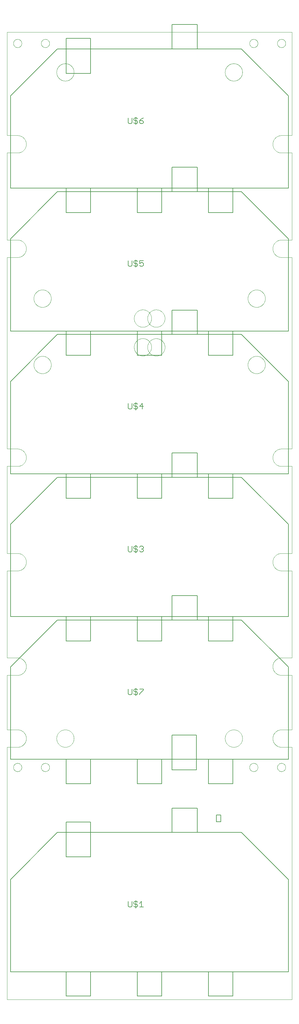
<source format=gto>
G75*
%MOIN*%
%OFA0B0*%
%FSLAX25Y25*%
%IPPOS*%
%LPD*%
%AMOC8*
5,1,8,0,0,1.08239X$1,22.5*
%
%ADD10C,0.00004*%
%ADD11C,0.00394*%
%ADD12C,0.00500*%
%ADD13C,0.00600*%
%ADD14C,0.00800*%
D10*
X0001063Y0001002D02*
X0323898Y0001002D01*
X0323898Y0286435D01*
X0312087Y0286435D01*
X0311847Y0286438D01*
X0311608Y0286447D01*
X0311369Y0286461D01*
X0311130Y0286482D01*
X0310891Y0286508D01*
X0310654Y0286540D01*
X0310417Y0286578D01*
X0310181Y0286621D01*
X0309947Y0286670D01*
X0309714Y0286725D01*
X0309482Y0286786D01*
X0309251Y0286852D01*
X0309023Y0286924D01*
X0308796Y0287002D01*
X0308571Y0287084D01*
X0308348Y0287173D01*
X0308127Y0287267D01*
X0307909Y0287366D01*
X0307693Y0287470D01*
X0307480Y0287580D01*
X0307270Y0287694D01*
X0307062Y0287814D01*
X0306857Y0287939D01*
X0306656Y0288069D01*
X0306458Y0288204D01*
X0306263Y0288343D01*
X0306071Y0288487D01*
X0305883Y0288636D01*
X0305699Y0288789D01*
X0305519Y0288947D01*
X0305342Y0289109D01*
X0305169Y0289276D01*
X0305001Y0289446D01*
X0304837Y0289621D01*
X0304677Y0289799D01*
X0304521Y0289982D01*
X0304370Y0290168D01*
X0304224Y0290358D01*
X0304082Y0290551D01*
X0303945Y0290747D01*
X0303812Y0290947D01*
X0303685Y0291150D01*
X0303563Y0291356D01*
X0303445Y0291566D01*
X0303333Y0291777D01*
X0303226Y0291992D01*
X0303124Y0292209D01*
X0303028Y0292428D01*
X0302937Y0292650D01*
X0302851Y0292874D01*
X0302771Y0293100D01*
X0302697Y0293328D01*
X0302628Y0293557D01*
X0302564Y0293788D01*
X0302506Y0294021D01*
X0302454Y0294255D01*
X0302408Y0294490D01*
X0302367Y0294726D01*
X0302332Y0294964D01*
X0302303Y0295201D01*
X0302280Y0295440D01*
X0302262Y0295679D01*
X0302251Y0295919D01*
X0302245Y0296158D01*
X0302245Y0296398D01*
X0302251Y0296637D01*
X0302262Y0296877D01*
X0302280Y0297116D01*
X0302303Y0297355D01*
X0302332Y0297592D01*
X0302367Y0297830D01*
X0302408Y0298066D01*
X0302454Y0298301D01*
X0302506Y0298535D01*
X0302564Y0298768D01*
X0302628Y0298999D01*
X0302697Y0299228D01*
X0302771Y0299456D01*
X0302851Y0299682D01*
X0302937Y0299906D01*
X0303028Y0300128D01*
X0303124Y0300347D01*
X0303226Y0300564D01*
X0303333Y0300779D01*
X0303445Y0300990D01*
X0303563Y0301200D01*
X0303685Y0301406D01*
X0303812Y0301609D01*
X0303945Y0301809D01*
X0304082Y0302005D01*
X0304224Y0302198D01*
X0304370Y0302388D01*
X0304521Y0302574D01*
X0304677Y0302757D01*
X0304837Y0302935D01*
X0305001Y0303110D01*
X0305169Y0303280D01*
X0305342Y0303447D01*
X0305519Y0303609D01*
X0305699Y0303767D01*
X0305883Y0303920D01*
X0306071Y0304069D01*
X0306263Y0304213D01*
X0306458Y0304352D01*
X0306656Y0304487D01*
X0306857Y0304617D01*
X0307062Y0304742D01*
X0307270Y0304862D01*
X0307480Y0304976D01*
X0307693Y0305086D01*
X0307909Y0305190D01*
X0308127Y0305289D01*
X0308348Y0305383D01*
X0308571Y0305472D01*
X0308796Y0305554D01*
X0309023Y0305632D01*
X0309251Y0305704D01*
X0309482Y0305770D01*
X0309714Y0305831D01*
X0309947Y0305886D01*
X0310181Y0305935D01*
X0310417Y0305978D01*
X0310654Y0306016D01*
X0310891Y0306048D01*
X0311130Y0306074D01*
X0311369Y0306095D01*
X0311608Y0306109D01*
X0311847Y0306118D01*
X0312087Y0306121D01*
X0312087Y0306120D02*
X0323898Y0306120D01*
X0323898Y0367734D01*
X0312087Y0367734D01*
X0311847Y0367737D01*
X0311608Y0367746D01*
X0311369Y0367760D01*
X0311130Y0367781D01*
X0310891Y0367807D01*
X0310654Y0367839D01*
X0310417Y0367877D01*
X0310181Y0367920D01*
X0309947Y0367969D01*
X0309714Y0368024D01*
X0309482Y0368085D01*
X0309251Y0368151D01*
X0309023Y0368223D01*
X0308796Y0368301D01*
X0308571Y0368383D01*
X0308348Y0368472D01*
X0308127Y0368566D01*
X0307909Y0368665D01*
X0307693Y0368769D01*
X0307480Y0368879D01*
X0307270Y0368993D01*
X0307062Y0369113D01*
X0306857Y0369238D01*
X0306656Y0369368D01*
X0306458Y0369503D01*
X0306263Y0369642D01*
X0306071Y0369786D01*
X0305883Y0369935D01*
X0305699Y0370088D01*
X0305519Y0370246D01*
X0305342Y0370408D01*
X0305169Y0370575D01*
X0305001Y0370745D01*
X0304837Y0370920D01*
X0304677Y0371098D01*
X0304521Y0371281D01*
X0304370Y0371467D01*
X0304224Y0371657D01*
X0304082Y0371850D01*
X0303945Y0372046D01*
X0303812Y0372246D01*
X0303685Y0372449D01*
X0303563Y0372655D01*
X0303445Y0372865D01*
X0303333Y0373076D01*
X0303226Y0373291D01*
X0303124Y0373508D01*
X0303028Y0373727D01*
X0302937Y0373949D01*
X0302851Y0374173D01*
X0302771Y0374399D01*
X0302697Y0374627D01*
X0302628Y0374856D01*
X0302564Y0375087D01*
X0302506Y0375320D01*
X0302454Y0375554D01*
X0302408Y0375789D01*
X0302367Y0376025D01*
X0302332Y0376263D01*
X0302303Y0376500D01*
X0302280Y0376739D01*
X0302262Y0376978D01*
X0302251Y0377218D01*
X0302245Y0377457D01*
X0302245Y0377697D01*
X0302251Y0377936D01*
X0302262Y0378176D01*
X0302280Y0378415D01*
X0302303Y0378654D01*
X0302332Y0378891D01*
X0302367Y0379129D01*
X0302408Y0379365D01*
X0302454Y0379600D01*
X0302506Y0379834D01*
X0302564Y0380067D01*
X0302628Y0380298D01*
X0302697Y0380527D01*
X0302771Y0380755D01*
X0302851Y0380981D01*
X0302937Y0381205D01*
X0303028Y0381427D01*
X0303124Y0381646D01*
X0303226Y0381863D01*
X0303333Y0382078D01*
X0303445Y0382289D01*
X0303563Y0382499D01*
X0303685Y0382705D01*
X0303812Y0382908D01*
X0303945Y0383108D01*
X0304082Y0383304D01*
X0304224Y0383497D01*
X0304370Y0383687D01*
X0304521Y0383873D01*
X0304677Y0384056D01*
X0304837Y0384234D01*
X0305001Y0384409D01*
X0305169Y0384579D01*
X0305342Y0384746D01*
X0305519Y0384908D01*
X0305699Y0385066D01*
X0305883Y0385219D01*
X0306071Y0385368D01*
X0306263Y0385512D01*
X0306458Y0385651D01*
X0306656Y0385786D01*
X0306857Y0385916D01*
X0307062Y0386041D01*
X0307270Y0386161D01*
X0307480Y0386275D01*
X0307693Y0386385D01*
X0307909Y0386489D01*
X0308127Y0386588D01*
X0308348Y0386682D01*
X0308571Y0386771D01*
X0308796Y0386853D01*
X0309023Y0386931D01*
X0309251Y0387003D01*
X0309482Y0387069D01*
X0309714Y0387130D01*
X0309947Y0387185D01*
X0310181Y0387234D01*
X0310417Y0387277D01*
X0310654Y0387315D01*
X0310891Y0387347D01*
X0311130Y0387373D01*
X0311369Y0387394D01*
X0311608Y0387408D01*
X0311847Y0387417D01*
X0312087Y0387420D01*
X0312087Y0387419D02*
X0323898Y0387419D01*
X0323898Y0485844D01*
X0312087Y0485844D01*
X0311847Y0485847D01*
X0311608Y0485856D01*
X0311369Y0485870D01*
X0311130Y0485891D01*
X0310891Y0485917D01*
X0310654Y0485949D01*
X0310417Y0485987D01*
X0310181Y0486030D01*
X0309947Y0486079D01*
X0309714Y0486134D01*
X0309482Y0486195D01*
X0309251Y0486261D01*
X0309023Y0486333D01*
X0308796Y0486411D01*
X0308571Y0486493D01*
X0308348Y0486582D01*
X0308127Y0486676D01*
X0307909Y0486775D01*
X0307693Y0486879D01*
X0307480Y0486989D01*
X0307270Y0487103D01*
X0307062Y0487223D01*
X0306857Y0487348D01*
X0306656Y0487478D01*
X0306458Y0487613D01*
X0306263Y0487752D01*
X0306071Y0487896D01*
X0305883Y0488045D01*
X0305699Y0488198D01*
X0305519Y0488356D01*
X0305342Y0488518D01*
X0305169Y0488685D01*
X0305001Y0488855D01*
X0304837Y0489030D01*
X0304677Y0489208D01*
X0304521Y0489391D01*
X0304370Y0489577D01*
X0304224Y0489767D01*
X0304082Y0489960D01*
X0303945Y0490156D01*
X0303812Y0490356D01*
X0303685Y0490559D01*
X0303563Y0490765D01*
X0303445Y0490975D01*
X0303333Y0491186D01*
X0303226Y0491401D01*
X0303124Y0491618D01*
X0303028Y0491837D01*
X0302937Y0492059D01*
X0302851Y0492283D01*
X0302771Y0492509D01*
X0302697Y0492737D01*
X0302628Y0492966D01*
X0302564Y0493197D01*
X0302506Y0493430D01*
X0302454Y0493664D01*
X0302408Y0493899D01*
X0302367Y0494135D01*
X0302332Y0494373D01*
X0302303Y0494610D01*
X0302280Y0494849D01*
X0302262Y0495088D01*
X0302251Y0495328D01*
X0302245Y0495567D01*
X0302245Y0495807D01*
X0302251Y0496046D01*
X0302262Y0496286D01*
X0302280Y0496525D01*
X0302303Y0496764D01*
X0302332Y0497001D01*
X0302367Y0497239D01*
X0302408Y0497475D01*
X0302454Y0497710D01*
X0302506Y0497944D01*
X0302564Y0498177D01*
X0302628Y0498408D01*
X0302697Y0498637D01*
X0302771Y0498865D01*
X0302851Y0499091D01*
X0302937Y0499315D01*
X0303028Y0499537D01*
X0303124Y0499756D01*
X0303226Y0499973D01*
X0303333Y0500188D01*
X0303445Y0500399D01*
X0303563Y0500609D01*
X0303685Y0500815D01*
X0303812Y0501018D01*
X0303945Y0501218D01*
X0304082Y0501414D01*
X0304224Y0501607D01*
X0304370Y0501797D01*
X0304521Y0501983D01*
X0304677Y0502166D01*
X0304837Y0502344D01*
X0305001Y0502519D01*
X0305169Y0502689D01*
X0305342Y0502856D01*
X0305519Y0503018D01*
X0305699Y0503176D01*
X0305883Y0503329D01*
X0306071Y0503478D01*
X0306263Y0503622D01*
X0306458Y0503761D01*
X0306656Y0503896D01*
X0306857Y0504026D01*
X0307062Y0504151D01*
X0307270Y0504271D01*
X0307480Y0504385D01*
X0307693Y0504495D01*
X0307909Y0504599D01*
X0308127Y0504698D01*
X0308348Y0504792D01*
X0308571Y0504881D01*
X0308796Y0504963D01*
X0309023Y0505041D01*
X0309251Y0505113D01*
X0309482Y0505179D01*
X0309714Y0505240D01*
X0309947Y0505295D01*
X0310181Y0505344D01*
X0310417Y0505387D01*
X0310654Y0505425D01*
X0310891Y0505457D01*
X0311130Y0505483D01*
X0311369Y0505504D01*
X0311608Y0505518D01*
X0311847Y0505527D01*
X0312087Y0505530D01*
X0323898Y0505530D01*
X0323898Y0603955D01*
X0312087Y0603955D01*
X0312087Y0603954D02*
X0311847Y0603957D01*
X0311608Y0603966D01*
X0311369Y0603980D01*
X0311130Y0604001D01*
X0310891Y0604027D01*
X0310654Y0604059D01*
X0310417Y0604097D01*
X0310181Y0604140D01*
X0309947Y0604189D01*
X0309714Y0604244D01*
X0309482Y0604305D01*
X0309251Y0604371D01*
X0309023Y0604443D01*
X0308796Y0604521D01*
X0308571Y0604603D01*
X0308348Y0604692D01*
X0308127Y0604786D01*
X0307909Y0604885D01*
X0307693Y0604989D01*
X0307480Y0605099D01*
X0307270Y0605213D01*
X0307062Y0605333D01*
X0306857Y0605458D01*
X0306656Y0605588D01*
X0306458Y0605723D01*
X0306263Y0605862D01*
X0306071Y0606006D01*
X0305883Y0606155D01*
X0305699Y0606308D01*
X0305519Y0606466D01*
X0305342Y0606628D01*
X0305169Y0606795D01*
X0305001Y0606965D01*
X0304837Y0607140D01*
X0304677Y0607318D01*
X0304521Y0607501D01*
X0304370Y0607687D01*
X0304224Y0607877D01*
X0304082Y0608070D01*
X0303945Y0608266D01*
X0303812Y0608466D01*
X0303685Y0608669D01*
X0303563Y0608876D01*
X0303445Y0609085D01*
X0303333Y0609296D01*
X0303226Y0609511D01*
X0303124Y0609728D01*
X0303028Y0609947D01*
X0302937Y0610169D01*
X0302851Y0610393D01*
X0302771Y0610619D01*
X0302697Y0610847D01*
X0302628Y0611076D01*
X0302564Y0611307D01*
X0302506Y0611540D01*
X0302454Y0611774D01*
X0302408Y0612009D01*
X0302367Y0612245D01*
X0302332Y0612483D01*
X0302303Y0612720D01*
X0302280Y0612959D01*
X0302262Y0613198D01*
X0302251Y0613438D01*
X0302245Y0613677D01*
X0302245Y0613917D01*
X0302251Y0614156D01*
X0302262Y0614396D01*
X0302280Y0614635D01*
X0302303Y0614874D01*
X0302332Y0615111D01*
X0302367Y0615349D01*
X0302408Y0615585D01*
X0302454Y0615820D01*
X0302506Y0616054D01*
X0302564Y0616287D01*
X0302628Y0616518D01*
X0302697Y0616747D01*
X0302771Y0616975D01*
X0302851Y0617201D01*
X0302937Y0617425D01*
X0303028Y0617647D01*
X0303124Y0617866D01*
X0303226Y0618083D01*
X0303333Y0618298D01*
X0303445Y0618509D01*
X0303563Y0618719D01*
X0303685Y0618925D01*
X0303812Y0619128D01*
X0303945Y0619328D01*
X0304082Y0619524D01*
X0304224Y0619717D01*
X0304370Y0619907D01*
X0304521Y0620093D01*
X0304677Y0620276D01*
X0304837Y0620454D01*
X0305001Y0620629D01*
X0305169Y0620799D01*
X0305342Y0620966D01*
X0305519Y0621128D01*
X0305699Y0621286D01*
X0305883Y0621439D01*
X0306071Y0621588D01*
X0306263Y0621732D01*
X0306458Y0621871D01*
X0306656Y0622006D01*
X0306857Y0622136D01*
X0307062Y0622261D01*
X0307270Y0622381D01*
X0307480Y0622495D01*
X0307693Y0622605D01*
X0307909Y0622709D01*
X0308127Y0622808D01*
X0308348Y0622902D01*
X0308571Y0622991D01*
X0308796Y0623073D01*
X0309023Y0623151D01*
X0309251Y0623223D01*
X0309482Y0623289D01*
X0309714Y0623350D01*
X0309947Y0623405D01*
X0310181Y0623454D01*
X0310417Y0623497D01*
X0310654Y0623535D01*
X0310891Y0623567D01*
X0311130Y0623593D01*
X0311369Y0623614D01*
X0311608Y0623628D01*
X0311847Y0623637D01*
X0312087Y0623640D01*
X0323898Y0623640D01*
X0323898Y0840175D01*
X0312087Y0840175D01*
X0311847Y0840178D01*
X0311608Y0840187D01*
X0311369Y0840201D01*
X0311130Y0840222D01*
X0310891Y0840248D01*
X0310654Y0840280D01*
X0310417Y0840318D01*
X0310181Y0840361D01*
X0309947Y0840410D01*
X0309714Y0840465D01*
X0309482Y0840526D01*
X0309251Y0840592D01*
X0309023Y0840664D01*
X0308796Y0840742D01*
X0308571Y0840824D01*
X0308348Y0840913D01*
X0308127Y0841007D01*
X0307909Y0841106D01*
X0307693Y0841210D01*
X0307480Y0841320D01*
X0307270Y0841434D01*
X0307062Y0841554D01*
X0306857Y0841679D01*
X0306656Y0841809D01*
X0306458Y0841944D01*
X0306263Y0842083D01*
X0306071Y0842227D01*
X0305883Y0842376D01*
X0305699Y0842529D01*
X0305519Y0842687D01*
X0305342Y0842849D01*
X0305169Y0843016D01*
X0305001Y0843186D01*
X0304837Y0843361D01*
X0304677Y0843539D01*
X0304521Y0843722D01*
X0304370Y0843908D01*
X0304224Y0844098D01*
X0304082Y0844291D01*
X0303945Y0844487D01*
X0303812Y0844687D01*
X0303685Y0844890D01*
X0303563Y0845097D01*
X0303445Y0845306D01*
X0303333Y0845517D01*
X0303226Y0845732D01*
X0303124Y0845949D01*
X0303028Y0846168D01*
X0302937Y0846390D01*
X0302851Y0846614D01*
X0302771Y0846840D01*
X0302697Y0847068D01*
X0302628Y0847297D01*
X0302564Y0847528D01*
X0302506Y0847761D01*
X0302454Y0847995D01*
X0302408Y0848230D01*
X0302367Y0848466D01*
X0302332Y0848704D01*
X0302303Y0848941D01*
X0302280Y0849180D01*
X0302262Y0849419D01*
X0302251Y0849659D01*
X0302245Y0849898D01*
X0302245Y0850138D01*
X0302251Y0850377D01*
X0302262Y0850617D01*
X0302280Y0850856D01*
X0302303Y0851095D01*
X0302332Y0851332D01*
X0302367Y0851570D01*
X0302408Y0851806D01*
X0302454Y0852041D01*
X0302506Y0852275D01*
X0302564Y0852508D01*
X0302628Y0852739D01*
X0302697Y0852968D01*
X0302771Y0853196D01*
X0302851Y0853422D01*
X0302937Y0853646D01*
X0303028Y0853868D01*
X0303124Y0854087D01*
X0303226Y0854304D01*
X0303333Y0854519D01*
X0303445Y0854730D01*
X0303563Y0854940D01*
X0303685Y0855146D01*
X0303812Y0855349D01*
X0303945Y0855549D01*
X0304082Y0855745D01*
X0304224Y0855938D01*
X0304370Y0856128D01*
X0304521Y0856314D01*
X0304677Y0856497D01*
X0304837Y0856675D01*
X0305001Y0856850D01*
X0305169Y0857020D01*
X0305342Y0857187D01*
X0305519Y0857349D01*
X0305699Y0857507D01*
X0305883Y0857660D01*
X0306071Y0857809D01*
X0306263Y0857953D01*
X0306458Y0858092D01*
X0306656Y0858227D01*
X0306857Y0858357D01*
X0307062Y0858482D01*
X0307270Y0858602D01*
X0307480Y0858716D01*
X0307693Y0858826D01*
X0307909Y0858930D01*
X0308127Y0859029D01*
X0308348Y0859123D01*
X0308571Y0859212D01*
X0308796Y0859294D01*
X0309023Y0859372D01*
X0309251Y0859444D01*
X0309482Y0859510D01*
X0309714Y0859571D01*
X0309947Y0859626D01*
X0310181Y0859675D01*
X0310417Y0859718D01*
X0310654Y0859756D01*
X0310891Y0859788D01*
X0311130Y0859814D01*
X0311369Y0859835D01*
X0311608Y0859849D01*
X0311847Y0859858D01*
X0312087Y0859861D01*
X0312087Y0859860D02*
X0323898Y0859860D01*
X0323898Y0958285D01*
X0312087Y0958285D01*
X0311847Y0958288D01*
X0311608Y0958297D01*
X0311369Y0958311D01*
X0311130Y0958332D01*
X0310891Y0958358D01*
X0310654Y0958390D01*
X0310417Y0958428D01*
X0310181Y0958471D01*
X0309947Y0958520D01*
X0309714Y0958575D01*
X0309482Y0958636D01*
X0309251Y0958702D01*
X0309023Y0958774D01*
X0308796Y0958852D01*
X0308571Y0958934D01*
X0308348Y0959023D01*
X0308127Y0959117D01*
X0307909Y0959216D01*
X0307693Y0959320D01*
X0307480Y0959430D01*
X0307270Y0959544D01*
X0307062Y0959664D01*
X0306857Y0959789D01*
X0306656Y0959919D01*
X0306458Y0960054D01*
X0306263Y0960193D01*
X0306071Y0960337D01*
X0305883Y0960486D01*
X0305699Y0960639D01*
X0305519Y0960797D01*
X0305342Y0960959D01*
X0305169Y0961126D01*
X0305001Y0961296D01*
X0304837Y0961471D01*
X0304677Y0961649D01*
X0304521Y0961832D01*
X0304370Y0962018D01*
X0304224Y0962208D01*
X0304082Y0962401D01*
X0303945Y0962597D01*
X0303812Y0962797D01*
X0303685Y0963000D01*
X0303563Y0963207D01*
X0303445Y0963416D01*
X0303333Y0963627D01*
X0303226Y0963842D01*
X0303124Y0964059D01*
X0303028Y0964278D01*
X0302937Y0964500D01*
X0302851Y0964724D01*
X0302771Y0964950D01*
X0302697Y0965178D01*
X0302628Y0965407D01*
X0302564Y0965638D01*
X0302506Y0965871D01*
X0302454Y0966105D01*
X0302408Y0966340D01*
X0302367Y0966576D01*
X0302332Y0966814D01*
X0302303Y0967051D01*
X0302280Y0967290D01*
X0302262Y0967529D01*
X0302251Y0967769D01*
X0302245Y0968008D01*
X0302245Y0968248D01*
X0302251Y0968487D01*
X0302262Y0968727D01*
X0302280Y0968966D01*
X0302303Y0969205D01*
X0302332Y0969442D01*
X0302367Y0969680D01*
X0302408Y0969916D01*
X0302454Y0970151D01*
X0302506Y0970385D01*
X0302564Y0970618D01*
X0302628Y0970849D01*
X0302697Y0971078D01*
X0302771Y0971306D01*
X0302851Y0971532D01*
X0302937Y0971756D01*
X0303028Y0971978D01*
X0303124Y0972197D01*
X0303226Y0972414D01*
X0303333Y0972629D01*
X0303445Y0972840D01*
X0303563Y0973050D01*
X0303685Y0973256D01*
X0303812Y0973459D01*
X0303945Y0973659D01*
X0304082Y0973855D01*
X0304224Y0974048D01*
X0304370Y0974238D01*
X0304521Y0974424D01*
X0304677Y0974607D01*
X0304837Y0974785D01*
X0305001Y0974960D01*
X0305169Y0975130D01*
X0305342Y0975297D01*
X0305519Y0975459D01*
X0305699Y0975617D01*
X0305883Y0975770D01*
X0306071Y0975919D01*
X0306263Y0976063D01*
X0306458Y0976202D01*
X0306656Y0976337D01*
X0306857Y0976467D01*
X0307062Y0976592D01*
X0307270Y0976712D01*
X0307480Y0976826D01*
X0307693Y0976936D01*
X0307909Y0977040D01*
X0308127Y0977139D01*
X0308348Y0977233D01*
X0308571Y0977322D01*
X0308796Y0977404D01*
X0309023Y0977482D01*
X0309251Y0977554D01*
X0309482Y0977620D01*
X0309714Y0977681D01*
X0309947Y0977736D01*
X0310181Y0977785D01*
X0310417Y0977828D01*
X0310654Y0977866D01*
X0310891Y0977898D01*
X0311130Y0977924D01*
X0311369Y0977945D01*
X0311608Y0977959D01*
X0311847Y0977968D01*
X0312087Y0977971D01*
X0312087Y0977970D02*
X0323898Y0977970D01*
X0323898Y1094703D01*
X0001063Y1094703D01*
X0001063Y0977970D01*
X0012874Y0977970D01*
X0012874Y0977971D02*
X0013114Y0977968D01*
X0013353Y0977959D01*
X0013592Y0977945D01*
X0013831Y0977924D01*
X0014070Y0977898D01*
X0014307Y0977866D01*
X0014544Y0977828D01*
X0014780Y0977785D01*
X0015014Y0977736D01*
X0015247Y0977681D01*
X0015479Y0977620D01*
X0015710Y0977554D01*
X0015938Y0977482D01*
X0016165Y0977404D01*
X0016390Y0977322D01*
X0016613Y0977233D01*
X0016834Y0977139D01*
X0017052Y0977040D01*
X0017268Y0976936D01*
X0017481Y0976826D01*
X0017691Y0976712D01*
X0017899Y0976592D01*
X0018104Y0976467D01*
X0018305Y0976337D01*
X0018503Y0976202D01*
X0018698Y0976063D01*
X0018890Y0975919D01*
X0019078Y0975770D01*
X0019262Y0975617D01*
X0019442Y0975459D01*
X0019619Y0975297D01*
X0019792Y0975130D01*
X0019960Y0974960D01*
X0020124Y0974785D01*
X0020284Y0974607D01*
X0020440Y0974424D01*
X0020591Y0974238D01*
X0020737Y0974048D01*
X0020879Y0973855D01*
X0021016Y0973659D01*
X0021149Y0973459D01*
X0021276Y0973256D01*
X0021398Y0973050D01*
X0021516Y0972840D01*
X0021628Y0972629D01*
X0021735Y0972414D01*
X0021837Y0972197D01*
X0021933Y0971978D01*
X0022024Y0971756D01*
X0022110Y0971532D01*
X0022190Y0971306D01*
X0022264Y0971078D01*
X0022333Y0970849D01*
X0022397Y0970618D01*
X0022455Y0970385D01*
X0022507Y0970151D01*
X0022553Y0969916D01*
X0022594Y0969680D01*
X0022629Y0969442D01*
X0022658Y0969205D01*
X0022681Y0968966D01*
X0022699Y0968727D01*
X0022710Y0968487D01*
X0022716Y0968248D01*
X0022716Y0968008D01*
X0022710Y0967769D01*
X0022699Y0967529D01*
X0022681Y0967290D01*
X0022658Y0967051D01*
X0022629Y0966814D01*
X0022594Y0966576D01*
X0022553Y0966340D01*
X0022507Y0966105D01*
X0022455Y0965871D01*
X0022397Y0965638D01*
X0022333Y0965407D01*
X0022264Y0965178D01*
X0022190Y0964950D01*
X0022110Y0964724D01*
X0022024Y0964500D01*
X0021933Y0964278D01*
X0021837Y0964059D01*
X0021735Y0963842D01*
X0021628Y0963627D01*
X0021516Y0963416D01*
X0021398Y0963207D01*
X0021276Y0963000D01*
X0021149Y0962797D01*
X0021016Y0962597D01*
X0020879Y0962401D01*
X0020737Y0962208D01*
X0020591Y0962018D01*
X0020440Y0961832D01*
X0020284Y0961649D01*
X0020124Y0961471D01*
X0019960Y0961296D01*
X0019792Y0961126D01*
X0019619Y0960959D01*
X0019442Y0960797D01*
X0019262Y0960639D01*
X0019078Y0960486D01*
X0018890Y0960337D01*
X0018698Y0960193D01*
X0018503Y0960054D01*
X0018305Y0959919D01*
X0018104Y0959789D01*
X0017899Y0959664D01*
X0017691Y0959544D01*
X0017481Y0959430D01*
X0017268Y0959320D01*
X0017052Y0959216D01*
X0016834Y0959117D01*
X0016613Y0959023D01*
X0016390Y0958934D01*
X0016165Y0958852D01*
X0015938Y0958774D01*
X0015710Y0958702D01*
X0015479Y0958636D01*
X0015247Y0958575D01*
X0015014Y0958520D01*
X0014780Y0958471D01*
X0014544Y0958428D01*
X0014307Y0958390D01*
X0014070Y0958358D01*
X0013831Y0958332D01*
X0013592Y0958311D01*
X0013353Y0958297D01*
X0013114Y0958288D01*
X0012874Y0958285D01*
X0001063Y0958285D01*
X0001063Y0859860D01*
X0012874Y0859860D01*
X0012874Y0859861D02*
X0013114Y0859858D01*
X0013353Y0859849D01*
X0013592Y0859835D01*
X0013831Y0859814D01*
X0014070Y0859788D01*
X0014307Y0859756D01*
X0014544Y0859718D01*
X0014780Y0859675D01*
X0015014Y0859626D01*
X0015247Y0859571D01*
X0015479Y0859510D01*
X0015710Y0859444D01*
X0015938Y0859372D01*
X0016165Y0859294D01*
X0016390Y0859212D01*
X0016613Y0859123D01*
X0016834Y0859029D01*
X0017052Y0858930D01*
X0017268Y0858826D01*
X0017481Y0858716D01*
X0017691Y0858602D01*
X0017899Y0858482D01*
X0018104Y0858357D01*
X0018305Y0858227D01*
X0018503Y0858092D01*
X0018698Y0857953D01*
X0018890Y0857809D01*
X0019078Y0857660D01*
X0019262Y0857507D01*
X0019442Y0857349D01*
X0019619Y0857187D01*
X0019792Y0857020D01*
X0019960Y0856850D01*
X0020124Y0856675D01*
X0020284Y0856497D01*
X0020440Y0856314D01*
X0020591Y0856128D01*
X0020737Y0855938D01*
X0020879Y0855745D01*
X0021016Y0855549D01*
X0021149Y0855349D01*
X0021276Y0855146D01*
X0021398Y0854940D01*
X0021516Y0854730D01*
X0021628Y0854519D01*
X0021735Y0854304D01*
X0021837Y0854087D01*
X0021933Y0853868D01*
X0022024Y0853646D01*
X0022110Y0853422D01*
X0022190Y0853196D01*
X0022264Y0852968D01*
X0022333Y0852739D01*
X0022397Y0852508D01*
X0022455Y0852275D01*
X0022507Y0852041D01*
X0022553Y0851806D01*
X0022594Y0851570D01*
X0022629Y0851332D01*
X0022658Y0851095D01*
X0022681Y0850856D01*
X0022699Y0850617D01*
X0022710Y0850377D01*
X0022716Y0850138D01*
X0022716Y0849898D01*
X0022710Y0849659D01*
X0022699Y0849419D01*
X0022681Y0849180D01*
X0022658Y0848941D01*
X0022629Y0848704D01*
X0022594Y0848466D01*
X0022553Y0848230D01*
X0022507Y0847995D01*
X0022455Y0847761D01*
X0022397Y0847528D01*
X0022333Y0847297D01*
X0022264Y0847068D01*
X0022190Y0846840D01*
X0022110Y0846614D01*
X0022024Y0846390D01*
X0021933Y0846168D01*
X0021837Y0845949D01*
X0021735Y0845732D01*
X0021628Y0845517D01*
X0021516Y0845306D01*
X0021398Y0845097D01*
X0021276Y0844890D01*
X0021149Y0844687D01*
X0021016Y0844487D01*
X0020879Y0844291D01*
X0020737Y0844098D01*
X0020591Y0843908D01*
X0020440Y0843722D01*
X0020284Y0843539D01*
X0020124Y0843361D01*
X0019960Y0843186D01*
X0019792Y0843016D01*
X0019619Y0842849D01*
X0019442Y0842687D01*
X0019262Y0842529D01*
X0019078Y0842376D01*
X0018890Y0842227D01*
X0018698Y0842083D01*
X0018503Y0841944D01*
X0018305Y0841809D01*
X0018104Y0841679D01*
X0017899Y0841554D01*
X0017691Y0841434D01*
X0017481Y0841320D01*
X0017268Y0841210D01*
X0017052Y0841106D01*
X0016834Y0841007D01*
X0016613Y0840913D01*
X0016390Y0840824D01*
X0016165Y0840742D01*
X0015938Y0840664D01*
X0015710Y0840592D01*
X0015479Y0840526D01*
X0015247Y0840465D01*
X0015014Y0840410D01*
X0014780Y0840361D01*
X0014544Y0840318D01*
X0014307Y0840280D01*
X0014070Y0840248D01*
X0013831Y0840222D01*
X0013592Y0840201D01*
X0013353Y0840187D01*
X0013114Y0840178D01*
X0012874Y0840175D01*
X0001063Y0840175D01*
X0001063Y0623640D01*
X0012874Y0623640D01*
X0013114Y0623637D01*
X0013353Y0623628D01*
X0013592Y0623614D01*
X0013831Y0623593D01*
X0014070Y0623567D01*
X0014307Y0623535D01*
X0014544Y0623497D01*
X0014780Y0623454D01*
X0015014Y0623405D01*
X0015247Y0623350D01*
X0015479Y0623289D01*
X0015710Y0623223D01*
X0015938Y0623151D01*
X0016165Y0623073D01*
X0016390Y0622991D01*
X0016613Y0622902D01*
X0016834Y0622808D01*
X0017052Y0622709D01*
X0017268Y0622605D01*
X0017481Y0622495D01*
X0017691Y0622381D01*
X0017899Y0622261D01*
X0018104Y0622136D01*
X0018305Y0622006D01*
X0018503Y0621871D01*
X0018698Y0621732D01*
X0018890Y0621588D01*
X0019078Y0621439D01*
X0019262Y0621286D01*
X0019442Y0621128D01*
X0019619Y0620966D01*
X0019792Y0620799D01*
X0019960Y0620629D01*
X0020124Y0620454D01*
X0020284Y0620276D01*
X0020440Y0620093D01*
X0020591Y0619907D01*
X0020737Y0619717D01*
X0020879Y0619524D01*
X0021016Y0619328D01*
X0021149Y0619128D01*
X0021276Y0618925D01*
X0021398Y0618719D01*
X0021516Y0618509D01*
X0021628Y0618298D01*
X0021735Y0618083D01*
X0021837Y0617866D01*
X0021933Y0617647D01*
X0022024Y0617425D01*
X0022110Y0617201D01*
X0022190Y0616975D01*
X0022264Y0616747D01*
X0022333Y0616518D01*
X0022397Y0616287D01*
X0022455Y0616054D01*
X0022507Y0615820D01*
X0022553Y0615585D01*
X0022594Y0615349D01*
X0022629Y0615111D01*
X0022658Y0614874D01*
X0022681Y0614635D01*
X0022699Y0614396D01*
X0022710Y0614156D01*
X0022716Y0613917D01*
X0022716Y0613677D01*
X0022710Y0613438D01*
X0022699Y0613198D01*
X0022681Y0612959D01*
X0022658Y0612720D01*
X0022629Y0612483D01*
X0022594Y0612245D01*
X0022553Y0612009D01*
X0022507Y0611774D01*
X0022455Y0611540D01*
X0022397Y0611307D01*
X0022333Y0611076D01*
X0022264Y0610847D01*
X0022190Y0610619D01*
X0022110Y0610393D01*
X0022024Y0610169D01*
X0021933Y0609947D01*
X0021837Y0609728D01*
X0021735Y0609511D01*
X0021628Y0609296D01*
X0021516Y0609085D01*
X0021398Y0608876D01*
X0021276Y0608669D01*
X0021149Y0608466D01*
X0021016Y0608266D01*
X0020879Y0608070D01*
X0020737Y0607877D01*
X0020591Y0607687D01*
X0020440Y0607501D01*
X0020284Y0607318D01*
X0020124Y0607140D01*
X0019960Y0606965D01*
X0019792Y0606795D01*
X0019619Y0606628D01*
X0019442Y0606466D01*
X0019262Y0606308D01*
X0019078Y0606155D01*
X0018890Y0606006D01*
X0018698Y0605862D01*
X0018503Y0605723D01*
X0018305Y0605588D01*
X0018104Y0605458D01*
X0017899Y0605333D01*
X0017691Y0605213D01*
X0017481Y0605099D01*
X0017268Y0604989D01*
X0017052Y0604885D01*
X0016834Y0604786D01*
X0016613Y0604692D01*
X0016390Y0604603D01*
X0016165Y0604521D01*
X0015938Y0604443D01*
X0015710Y0604371D01*
X0015479Y0604305D01*
X0015247Y0604244D01*
X0015014Y0604189D01*
X0014780Y0604140D01*
X0014544Y0604097D01*
X0014307Y0604059D01*
X0014070Y0604027D01*
X0013831Y0604001D01*
X0013592Y0603980D01*
X0013353Y0603966D01*
X0013114Y0603957D01*
X0012874Y0603954D01*
X0012874Y0603955D02*
X0001063Y0603955D01*
X0001063Y0505530D01*
X0012874Y0505530D01*
X0013114Y0505527D01*
X0013353Y0505518D01*
X0013592Y0505504D01*
X0013831Y0505483D01*
X0014070Y0505457D01*
X0014307Y0505425D01*
X0014544Y0505387D01*
X0014780Y0505344D01*
X0015014Y0505295D01*
X0015247Y0505240D01*
X0015479Y0505179D01*
X0015710Y0505113D01*
X0015938Y0505041D01*
X0016165Y0504963D01*
X0016390Y0504881D01*
X0016613Y0504792D01*
X0016834Y0504698D01*
X0017052Y0504599D01*
X0017268Y0504495D01*
X0017481Y0504385D01*
X0017691Y0504271D01*
X0017899Y0504151D01*
X0018104Y0504026D01*
X0018305Y0503896D01*
X0018503Y0503761D01*
X0018698Y0503622D01*
X0018890Y0503478D01*
X0019078Y0503329D01*
X0019262Y0503176D01*
X0019442Y0503018D01*
X0019619Y0502856D01*
X0019792Y0502689D01*
X0019960Y0502519D01*
X0020124Y0502344D01*
X0020284Y0502166D01*
X0020440Y0501983D01*
X0020591Y0501797D01*
X0020737Y0501607D01*
X0020879Y0501414D01*
X0021016Y0501218D01*
X0021149Y0501018D01*
X0021276Y0500815D01*
X0021398Y0500609D01*
X0021516Y0500399D01*
X0021628Y0500188D01*
X0021735Y0499973D01*
X0021837Y0499756D01*
X0021933Y0499537D01*
X0022024Y0499315D01*
X0022110Y0499091D01*
X0022190Y0498865D01*
X0022264Y0498637D01*
X0022333Y0498408D01*
X0022397Y0498177D01*
X0022455Y0497944D01*
X0022507Y0497710D01*
X0022553Y0497475D01*
X0022594Y0497239D01*
X0022629Y0497001D01*
X0022658Y0496764D01*
X0022681Y0496525D01*
X0022699Y0496286D01*
X0022710Y0496046D01*
X0022716Y0495807D01*
X0022716Y0495567D01*
X0022710Y0495328D01*
X0022699Y0495088D01*
X0022681Y0494849D01*
X0022658Y0494610D01*
X0022629Y0494373D01*
X0022594Y0494135D01*
X0022553Y0493899D01*
X0022507Y0493664D01*
X0022455Y0493430D01*
X0022397Y0493197D01*
X0022333Y0492966D01*
X0022264Y0492737D01*
X0022190Y0492509D01*
X0022110Y0492283D01*
X0022024Y0492059D01*
X0021933Y0491837D01*
X0021837Y0491618D01*
X0021735Y0491401D01*
X0021628Y0491186D01*
X0021516Y0490975D01*
X0021398Y0490766D01*
X0021276Y0490559D01*
X0021149Y0490356D01*
X0021016Y0490156D01*
X0020879Y0489960D01*
X0020737Y0489767D01*
X0020591Y0489577D01*
X0020440Y0489391D01*
X0020284Y0489208D01*
X0020124Y0489030D01*
X0019960Y0488855D01*
X0019792Y0488685D01*
X0019619Y0488518D01*
X0019442Y0488356D01*
X0019262Y0488198D01*
X0019078Y0488045D01*
X0018890Y0487896D01*
X0018698Y0487752D01*
X0018503Y0487613D01*
X0018305Y0487478D01*
X0018104Y0487348D01*
X0017899Y0487223D01*
X0017691Y0487103D01*
X0017481Y0486989D01*
X0017268Y0486879D01*
X0017052Y0486775D01*
X0016834Y0486676D01*
X0016613Y0486582D01*
X0016390Y0486493D01*
X0016165Y0486411D01*
X0015938Y0486333D01*
X0015710Y0486261D01*
X0015479Y0486195D01*
X0015247Y0486134D01*
X0015014Y0486079D01*
X0014780Y0486030D01*
X0014544Y0485987D01*
X0014307Y0485949D01*
X0014070Y0485917D01*
X0013831Y0485891D01*
X0013592Y0485870D01*
X0013353Y0485856D01*
X0013114Y0485847D01*
X0012874Y0485844D01*
X0001063Y0485844D01*
X0001063Y0387419D01*
X0012874Y0387419D01*
X0012874Y0387420D02*
X0013114Y0387417D01*
X0013353Y0387408D01*
X0013592Y0387394D01*
X0013831Y0387373D01*
X0014070Y0387347D01*
X0014307Y0387315D01*
X0014544Y0387277D01*
X0014780Y0387234D01*
X0015014Y0387185D01*
X0015247Y0387130D01*
X0015479Y0387069D01*
X0015710Y0387003D01*
X0015938Y0386931D01*
X0016165Y0386853D01*
X0016390Y0386771D01*
X0016613Y0386682D01*
X0016834Y0386588D01*
X0017052Y0386489D01*
X0017268Y0386385D01*
X0017481Y0386275D01*
X0017691Y0386161D01*
X0017899Y0386041D01*
X0018104Y0385916D01*
X0018305Y0385786D01*
X0018503Y0385651D01*
X0018698Y0385512D01*
X0018890Y0385368D01*
X0019078Y0385219D01*
X0019262Y0385066D01*
X0019442Y0384908D01*
X0019619Y0384746D01*
X0019792Y0384579D01*
X0019960Y0384409D01*
X0020124Y0384234D01*
X0020284Y0384056D01*
X0020440Y0383873D01*
X0020591Y0383687D01*
X0020737Y0383497D01*
X0020879Y0383304D01*
X0021016Y0383108D01*
X0021149Y0382908D01*
X0021276Y0382705D01*
X0021398Y0382499D01*
X0021516Y0382289D01*
X0021628Y0382078D01*
X0021735Y0381863D01*
X0021837Y0381646D01*
X0021933Y0381427D01*
X0022024Y0381205D01*
X0022110Y0380981D01*
X0022190Y0380755D01*
X0022264Y0380527D01*
X0022333Y0380298D01*
X0022397Y0380067D01*
X0022455Y0379834D01*
X0022507Y0379600D01*
X0022553Y0379365D01*
X0022594Y0379129D01*
X0022629Y0378891D01*
X0022658Y0378654D01*
X0022681Y0378415D01*
X0022699Y0378176D01*
X0022710Y0377936D01*
X0022716Y0377697D01*
X0022716Y0377457D01*
X0022710Y0377218D01*
X0022699Y0376978D01*
X0022681Y0376739D01*
X0022658Y0376500D01*
X0022629Y0376263D01*
X0022594Y0376025D01*
X0022553Y0375789D01*
X0022507Y0375554D01*
X0022455Y0375320D01*
X0022397Y0375087D01*
X0022333Y0374856D01*
X0022264Y0374627D01*
X0022190Y0374399D01*
X0022110Y0374173D01*
X0022024Y0373949D01*
X0021933Y0373727D01*
X0021837Y0373508D01*
X0021735Y0373291D01*
X0021628Y0373076D01*
X0021516Y0372865D01*
X0021398Y0372656D01*
X0021276Y0372449D01*
X0021149Y0372246D01*
X0021016Y0372046D01*
X0020879Y0371850D01*
X0020737Y0371657D01*
X0020591Y0371467D01*
X0020440Y0371281D01*
X0020284Y0371098D01*
X0020124Y0370920D01*
X0019960Y0370745D01*
X0019792Y0370575D01*
X0019619Y0370408D01*
X0019442Y0370246D01*
X0019262Y0370088D01*
X0019078Y0369935D01*
X0018890Y0369786D01*
X0018698Y0369642D01*
X0018503Y0369503D01*
X0018305Y0369368D01*
X0018104Y0369238D01*
X0017899Y0369113D01*
X0017691Y0368993D01*
X0017481Y0368879D01*
X0017268Y0368769D01*
X0017052Y0368665D01*
X0016834Y0368566D01*
X0016613Y0368472D01*
X0016390Y0368383D01*
X0016165Y0368301D01*
X0015938Y0368223D01*
X0015710Y0368151D01*
X0015479Y0368085D01*
X0015247Y0368024D01*
X0015014Y0367969D01*
X0014780Y0367920D01*
X0014544Y0367877D01*
X0014307Y0367839D01*
X0014070Y0367807D01*
X0013831Y0367781D01*
X0013592Y0367760D01*
X0013353Y0367746D01*
X0013114Y0367737D01*
X0012874Y0367734D01*
X0001063Y0367734D01*
X0001063Y0306120D01*
X0012874Y0306120D01*
X0012874Y0306121D02*
X0013114Y0306118D01*
X0013353Y0306109D01*
X0013592Y0306095D01*
X0013831Y0306074D01*
X0014070Y0306048D01*
X0014307Y0306016D01*
X0014544Y0305978D01*
X0014780Y0305935D01*
X0015014Y0305886D01*
X0015247Y0305831D01*
X0015479Y0305770D01*
X0015710Y0305704D01*
X0015938Y0305632D01*
X0016165Y0305554D01*
X0016390Y0305472D01*
X0016613Y0305383D01*
X0016834Y0305289D01*
X0017052Y0305190D01*
X0017268Y0305086D01*
X0017481Y0304976D01*
X0017691Y0304862D01*
X0017899Y0304742D01*
X0018104Y0304617D01*
X0018305Y0304487D01*
X0018503Y0304352D01*
X0018698Y0304213D01*
X0018890Y0304069D01*
X0019078Y0303920D01*
X0019262Y0303767D01*
X0019442Y0303609D01*
X0019619Y0303447D01*
X0019792Y0303280D01*
X0019960Y0303110D01*
X0020124Y0302935D01*
X0020284Y0302757D01*
X0020440Y0302574D01*
X0020591Y0302388D01*
X0020737Y0302198D01*
X0020879Y0302005D01*
X0021016Y0301809D01*
X0021149Y0301609D01*
X0021276Y0301406D01*
X0021398Y0301200D01*
X0021516Y0300990D01*
X0021628Y0300779D01*
X0021735Y0300564D01*
X0021837Y0300347D01*
X0021933Y0300128D01*
X0022024Y0299906D01*
X0022110Y0299682D01*
X0022190Y0299456D01*
X0022264Y0299228D01*
X0022333Y0298999D01*
X0022397Y0298768D01*
X0022455Y0298535D01*
X0022507Y0298301D01*
X0022553Y0298066D01*
X0022594Y0297830D01*
X0022629Y0297592D01*
X0022658Y0297355D01*
X0022681Y0297116D01*
X0022699Y0296877D01*
X0022710Y0296637D01*
X0022716Y0296398D01*
X0022716Y0296158D01*
X0022710Y0295919D01*
X0022699Y0295679D01*
X0022681Y0295440D01*
X0022658Y0295201D01*
X0022629Y0294964D01*
X0022594Y0294726D01*
X0022553Y0294490D01*
X0022507Y0294255D01*
X0022455Y0294021D01*
X0022397Y0293788D01*
X0022333Y0293557D01*
X0022264Y0293328D01*
X0022190Y0293100D01*
X0022110Y0292874D01*
X0022024Y0292650D01*
X0021933Y0292428D01*
X0021837Y0292209D01*
X0021735Y0291992D01*
X0021628Y0291777D01*
X0021516Y0291566D01*
X0021398Y0291357D01*
X0021276Y0291150D01*
X0021149Y0290947D01*
X0021016Y0290747D01*
X0020879Y0290551D01*
X0020737Y0290358D01*
X0020591Y0290168D01*
X0020440Y0289982D01*
X0020284Y0289799D01*
X0020124Y0289621D01*
X0019960Y0289446D01*
X0019792Y0289276D01*
X0019619Y0289109D01*
X0019442Y0288947D01*
X0019262Y0288789D01*
X0019078Y0288636D01*
X0018890Y0288487D01*
X0018698Y0288343D01*
X0018503Y0288204D01*
X0018305Y0288069D01*
X0018104Y0287939D01*
X0017899Y0287814D01*
X0017691Y0287694D01*
X0017481Y0287580D01*
X0017268Y0287470D01*
X0017052Y0287366D01*
X0016834Y0287267D01*
X0016613Y0287173D01*
X0016390Y0287084D01*
X0016165Y0287002D01*
X0015938Y0286924D01*
X0015710Y0286852D01*
X0015479Y0286786D01*
X0015247Y0286725D01*
X0015014Y0286670D01*
X0014780Y0286621D01*
X0014544Y0286578D01*
X0014307Y0286540D01*
X0014070Y0286508D01*
X0013831Y0286482D01*
X0013592Y0286461D01*
X0013353Y0286447D01*
X0013114Y0286438D01*
X0012874Y0286435D01*
X0001063Y0286435D01*
X0001063Y0001002D01*
X0008187Y0263600D02*
X0008189Y0263736D01*
X0008195Y0263873D01*
X0008205Y0264008D01*
X0008219Y0264144D01*
X0008236Y0264279D01*
X0008258Y0264414D01*
X0008284Y0264548D01*
X0008313Y0264681D01*
X0008347Y0264813D01*
X0008384Y0264944D01*
X0008425Y0265074D01*
X0008470Y0265203D01*
X0008518Y0265330D01*
X0008570Y0265456D01*
X0008626Y0265581D01*
X0008686Y0265704D01*
X0008748Y0265824D01*
X0008815Y0265943D01*
X0008885Y0266061D01*
X0008958Y0266176D01*
X0009035Y0266288D01*
X0009114Y0266399D01*
X0009197Y0266507D01*
X0009284Y0266613D01*
X0009373Y0266716D01*
X0009465Y0266816D01*
X0009560Y0266914D01*
X0009658Y0267009D01*
X0009758Y0267101D01*
X0009861Y0267190D01*
X0009967Y0267277D01*
X0010075Y0267360D01*
X0010186Y0267439D01*
X0010298Y0267516D01*
X0010413Y0267589D01*
X0010530Y0267659D01*
X0010650Y0267726D01*
X0010770Y0267788D01*
X0010893Y0267848D01*
X0011018Y0267904D01*
X0011144Y0267956D01*
X0011271Y0268004D01*
X0011400Y0268049D01*
X0011530Y0268090D01*
X0011661Y0268127D01*
X0011793Y0268161D01*
X0011926Y0268190D01*
X0012060Y0268216D01*
X0012195Y0268238D01*
X0012330Y0268255D01*
X0012466Y0268269D01*
X0012601Y0268279D01*
X0012738Y0268285D01*
X0012874Y0268287D01*
X0013010Y0268285D01*
X0013147Y0268279D01*
X0013282Y0268269D01*
X0013418Y0268255D01*
X0013553Y0268238D01*
X0013688Y0268216D01*
X0013822Y0268190D01*
X0013955Y0268161D01*
X0014087Y0268127D01*
X0014218Y0268090D01*
X0014348Y0268049D01*
X0014477Y0268004D01*
X0014604Y0267956D01*
X0014730Y0267904D01*
X0014855Y0267848D01*
X0014978Y0267788D01*
X0015098Y0267726D01*
X0015217Y0267659D01*
X0015335Y0267589D01*
X0015450Y0267516D01*
X0015562Y0267439D01*
X0015673Y0267360D01*
X0015781Y0267277D01*
X0015887Y0267190D01*
X0015990Y0267101D01*
X0016090Y0267009D01*
X0016188Y0266914D01*
X0016283Y0266816D01*
X0016375Y0266716D01*
X0016464Y0266613D01*
X0016551Y0266507D01*
X0016634Y0266399D01*
X0016713Y0266288D01*
X0016790Y0266176D01*
X0016863Y0266061D01*
X0016933Y0265943D01*
X0017000Y0265824D01*
X0017062Y0265704D01*
X0017122Y0265581D01*
X0017178Y0265456D01*
X0017230Y0265330D01*
X0017278Y0265203D01*
X0017323Y0265074D01*
X0017364Y0264944D01*
X0017401Y0264813D01*
X0017435Y0264681D01*
X0017464Y0264548D01*
X0017490Y0264414D01*
X0017512Y0264279D01*
X0017529Y0264144D01*
X0017543Y0264008D01*
X0017553Y0263873D01*
X0017559Y0263736D01*
X0017561Y0263600D01*
X0017559Y0263464D01*
X0017553Y0263327D01*
X0017543Y0263192D01*
X0017529Y0263056D01*
X0017512Y0262921D01*
X0017490Y0262786D01*
X0017464Y0262652D01*
X0017435Y0262519D01*
X0017401Y0262387D01*
X0017364Y0262256D01*
X0017323Y0262126D01*
X0017278Y0261997D01*
X0017230Y0261870D01*
X0017178Y0261744D01*
X0017122Y0261619D01*
X0017062Y0261496D01*
X0017000Y0261376D01*
X0016933Y0261256D01*
X0016863Y0261139D01*
X0016790Y0261024D01*
X0016713Y0260912D01*
X0016634Y0260801D01*
X0016551Y0260693D01*
X0016464Y0260587D01*
X0016375Y0260484D01*
X0016283Y0260384D01*
X0016188Y0260286D01*
X0016090Y0260191D01*
X0015990Y0260099D01*
X0015887Y0260010D01*
X0015781Y0259923D01*
X0015673Y0259840D01*
X0015562Y0259761D01*
X0015450Y0259684D01*
X0015335Y0259611D01*
X0015218Y0259541D01*
X0015098Y0259474D01*
X0014978Y0259412D01*
X0014855Y0259352D01*
X0014730Y0259296D01*
X0014604Y0259244D01*
X0014477Y0259196D01*
X0014348Y0259151D01*
X0014218Y0259110D01*
X0014087Y0259073D01*
X0013955Y0259039D01*
X0013822Y0259010D01*
X0013688Y0258984D01*
X0013553Y0258962D01*
X0013418Y0258945D01*
X0013282Y0258931D01*
X0013147Y0258921D01*
X0013010Y0258915D01*
X0012874Y0258913D01*
X0012738Y0258915D01*
X0012601Y0258921D01*
X0012466Y0258931D01*
X0012330Y0258945D01*
X0012195Y0258962D01*
X0012060Y0258984D01*
X0011926Y0259010D01*
X0011793Y0259039D01*
X0011661Y0259073D01*
X0011530Y0259110D01*
X0011400Y0259151D01*
X0011271Y0259196D01*
X0011144Y0259244D01*
X0011018Y0259296D01*
X0010893Y0259352D01*
X0010770Y0259412D01*
X0010650Y0259474D01*
X0010530Y0259541D01*
X0010413Y0259611D01*
X0010298Y0259684D01*
X0010186Y0259761D01*
X0010075Y0259840D01*
X0009967Y0259923D01*
X0009861Y0260010D01*
X0009758Y0260099D01*
X0009658Y0260191D01*
X0009560Y0260286D01*
X0009465Y0260384D01*
X0009373Y0260484D01*
X0009284Y0260587D01*
X0009197Y0260693D01*
X0009114Y0260801D01*
X0009035Y0260912D01*
X0008958Y0261024D01*
X0008885Y0261139D01*
X0008815Y0261256D01*
X0008748Y0261376D01*
X0008686Y0261496D01*
X0008626Y0261619D01*
X0008570Y0261744D01*
X0008518Y0261870D01*
X0008470Y0261997D01*
X0008425Y0262126D01*
X0008384Y0262256D01*
X0008347Y0262387D01*
X0008313Y0262519D01*
X0008284Y0262652D01*
X0008258Y0262786D01*
X0008236Y0262921D01*
X0008219Y0263056D01*
X0008205Y0263192D01*
X0008195Y0263327D01*
X0008189Y0263464D01*
X0008187Y0263600D01*
X0039683Y0263600D02*
X0039685Y0263736D01*
X0039691Y0263873D01*
X0039701Y0264008D01*
X0039715Y0264144D01*
X0039732Y0264279D01*
X0039754Y0264414D01*
X0039780Y0264548D01*
X0039809Y0264681D01*
X0039843Y0264813D01*
X0039880Y0264944D01*
X0039921Y0265074D01*
X0039966Y0265203D01*
X0040014Y0265330D01*
X0040066Y0265456D01*
X0040122Y0265581D01*
X0040182Y0265704D01*
X0040244Y0265824D01*
X0040311Y0265943D01*
X0040381Y0266061D01*
X0040454Y0266176D01*
X0040531Y0266288D01*
X0040610Y0266399D01*
X0040693Y0266507D01*
X0040780Y0266613D01*
X0040869Y0266716D01*
X0040961Y0266816D01*
X0041056Y0266914D01*
X0041154Y0267009D01*
X0041254Y0267101D01*
X0041357Y0267190D01*
X0041463Y0267277D01*
X0041571Y0267360D01*
X0041682Y0267439D01*
X0041794Y0267516D01*
X0041909Y0267589D01*
X0042026Y0267659D01*
X0042146Y0267726D01*
X0042266Y0267788D01*
X0042389Y0267848D01*
X0042514Y0267904D01*
X0042640Y0267956D01*
X0042767Y0268004D01*
X0042896Y0268049D01*
X0043026Y0268090D01*
X0043157Y0268127D01*
X0043289Y0268161D01*
X0043422Y0268190D01*
X0043556Y0268216D01*
X0043691Y0268238D01*
X0043826Y0268255D01*
X0043962Y0268269D01*
X0044097Y0268279D01*
X0044234Y0268285D01*
X0044370Y0268287D01*
X0044506Y0268285D01*
X0044643Y0268279D01*
X0044778Y0268269D01*
X0044914Y0268255D01*
X0045049Y0268238D01*
X0045184Y0268216D01*
X0045318Y0268190D01*
X0045451Y0268161D01*
X0045583Y0268127D01*
X0045714Y0268090D01*
X0045844Y0268049D01*
X0045973Y0268004D01*
X0046100Y0267956D01*
X0046226Y0267904D01*
X0046351Y0267848D01*
X0046474Y0267788D01*
X0046594Y0267726D01*
X0046713Y0267659D01*
X0046831Y0267589D01*
X0046946Y0267516D01*
X0047058Y0267439D01*
X0047169Y0267360D01*
X0047277Y0267277D01*
X0047383Y0267190D01*
X0047486Y0267101D01*
X0047586Y0267009D01*
X0047684Y0266914D01*
X0047779Y0266816D01*
X0047871Y0266716D01*
X0047960Y0266613D01*
X0048047Y0266507D01*
X0048130Y0266399D01*
X0048209Y0266288D01*
X0048286Y0266176D01*
X0048359Y0266061D01*
X0048429Y0265943D01*
X0048496Y0265824D01*
X0048558Y0265704D01*
X0048618Y0265581D01*
X0048674Y0265456D01*
X0048726Y0265330D01*
X0048774Y0265203D01*
X0048819Y0265074D01*
X0048860Y0264944D01*
X0048897Y0264813D01*
X0048931Y0264681D01*
X0048960Y0264548D01*
X0048986Y0264414D01*
X0049008Y0264279D01*
X0049025Y0264144D01*
X0049039Y0264008D01*
X0049049Y0263873D01*
X0049055Y0263736D01*
X0049057Y0263600D01*
X0049055Y0263464D01*
X0049049Y0263327D01*
X0049039Y0263192D01*
X0049025Y0263056D01*
X0049008Y0262921D01*
X0048986Y0262786D01*
X0048960Y0262652D01*
X0048931Y0262519D01*
X0048897Y0262387D01*
X0048860Y0262256D01*
X0048819Y0262126D01*
X0048774Y0261997D01*
X0048726Y0261870D01*
X0048674Y0261744D01*
X0048618Y0261619D01*
X0048558Y0261496D01*
X0048496Y0261376D01*
X0048429Y0261256D01*
X0048359Y0261139D01*
X0048286Y0261024D01*
X0048209Y0260912D01*
X0048130Y0260801D01*
X0048047Y0260693D01*
X0047960Y0260587D01*
X0047871Y0260484D01*
X0047779Y0260384D01*
X0047684Y0260286D01*
X0047586Y0260191D01*
X0047486Y0260099D01*
X0047383Y0260010D01*
X0047277Y0259923D01*
X0047169Y0259840D01*
X0047058Y0259761D01*
X0046946Y0259684D01*
X0046831Y0259611D01*
X0046714Y0259541D01*
X0046594Y0259474D01*
X0046474Y0259412D01*
X0046351Y0259352D01*
X0046226Y0259296D01*
X0046100Y0259244D01*
X0045973Y0259196D01*
X0045844Y0259151D01*
X0045714Y0259110D01*
X0045583Y0259073D01*
X0045451Y0259039D01*
X0045318Y0259010D01*
X0045184Y0258984D01*
X0045049Y0258962D01*
X0044914Y0258945D01*
X0044778Y0258931D01*
X0044643Y0258921D01*
X0044506Y0258915D01*
X0044370Y0258913D01*
X0044234Y0258915D01*
X0044097Y0258921D01*
X0043962Y0258931D01*
X0043826Y0258945D01*
X0043691Y0258962D01*
X0043556Y0258984D01*
X0043422Y0259010D01*
X0043289Y0259039D01*
X0043157Y0259073D01*
X0043026Y0259110D01*
X0042896Y0259151D01*
X0042767Y0259196D01*
X0042640Y0259244D01*
X0042514Y0259296D01*
X0042389Y0259352D01*
X0042266Y0259412D01*
X0042146Y0259474D01*
X0042026Y0259541D01*
X0041909Y0259611D01*
X0041794Y0259684D01*
X0041682Y0259761D01*
X0041571Y0259840D01*
X0041463Y0259923D01*
X0041357Y0260010D01*
X0041254Y0260099D01*
X0041154Y0260191D01*
X0041056Y0260286D01*
X0040961Y0260384D01*
X0040869Y0260484D01*
X0040780Y0260587D01*
X0040693Y0260693D01*
X0040610Y0260801D01*
X0040531Y0260912D01*
X0040454Y0261024D01*
X0040381Y0261139D01*
X0040311Y0261256D01*
X0040244Y0261376D01*
X0040182Y0261496D01*
X0040122Y0261619D01*
X0040066Y0261744D01*
X0040014Y0261870D01*
X0039966Y0261997D01*
X0039921Y0262126D01*
X0039880Y0262256D01*
X0039843Y0262387D01*
X0039809Y0262519D01*
X0039780Y0262652D01*
X0039754Y0262786D01*
X0039732Y0262921D01*
X0039715Y0263056D01*
X0039701Y0263192D01*
X0039691Y0263327D01*
X0039685Y0263464D01*
X0039683Y0263600D01*
X0057136Y0296278D02*
X0057139Y0296520D01*
X0057148Y0296761D01*
X0057163Y0297002D01*
X0057183Y0297243D01*
X0057210Y0297483D01*
X0057243Y0297722D01*
X0057281Y0297961D01*
X0057325Y0298198D01*
X0057375Y0298435D01*
X0057431Y0298670D01*
X0057493Y0298903D01*
X0057560Y0299135D01*
X0057633Y0299366D01*
X0057711Y0299594D01*
X0057796Y0299820D01*
X0057885Y0300045D01*
X0057980Y0300267D01*
X0058081Y0300486D01*
X0058187Y0300704D01*
X0058298Y0300918D01*
X0058415Y0301130D01*
X0058536Y0301338D01*
X0058663Y0301544D01*
X0058795Y0301746D01*
X0058932Y0301946D01*
X0059073Y0302141D01*
X0059219Y0302334D01*
X0059370Y0302522D01*
X0059526Y0302707D01*
X0059686Y0302888D01*
X0059850Y0303065D01*
X0060019Y0303238D01*
X0060192Y0303407D01*
X0060369Y0303571D01*
X0060550Y0303731D01*
X0060735Y0303887D01*
X0060923Y0304038D01*
X0061116Y0304184D01*
X0061311Y0304325D01*
X0061511Y0304462D01*
X0061713Y0304594D01*
X0061919Y0304721D01*
X0062127Y0304842D01*
X0062339Y0304959D01*
X0062553Y0305070D01*
X0062771Y0305176D01*
X0062990Y0305277D01*
X0063212Y0305372D01*
X0063437Y0305461D01*
X0063663Y0305546D01*
X0063891Y0305624D01*
X0064122Y0305697D01*
X0064354Y0305764D01*
X0064587Y0305826D01*
X0064822Y0305882D01*
X0065059Y0305932D01*
X0065296Y0305976D01*
X0065535Y0306014D01*
X0065774Y0306047D01*
X0066014Y0306074D01*
X0066255Y0306094D01*
X0066496Y0306109D01*
X0066737Y0306118D01*
X0066979Y0306121D01*
X0067221Y0306118D01*
X0067462Y0306109D01*
X0067703Y0306094D01*
X0067944Y0306074D01*
X0068184Y0306047D01*
X0068423Y0306014D01*
X0068662Y0305976D01*
X0068899Y0305932D01*
X0069136Y0305882D01*
X0069371Y0305826D01*
X0069604Y0305764D01*
X0069836Y0305697D01*
X0070067Y0305624D01*
X0070295Y0305546D01*
X0070521Y0305461D01*
X0070746Y0305372D01*
X0070968Y0305277D01*
X0071187Y0305176D01*
X0071405Y0305070D01*
X0071619Y0304959D01*
X0071831Y0304842D01*
X0072039Y0304721D01*
X0072245Y0304594D01*
X0072447Y0304462D01*
X0072647Y0304325D01*
X0072842Y0304184D01*
X0073035Y0304038D01*
X0073223Y0303887D01*
X0073408Y0303731D01*
X0073589Y0303571D01*
X0073766Y0303407D01*
X0073939Y0303238D01*
X0074108Y0303065D01*
X0074272Y0302888D01*
X0074432Y0302707D01*
X0074588Y0302522D01*
X0074739Y0302334D01*
X0074885Y0302141D01*
X0075026Y0301946D01*
X0075163Y0301746D01*
X0075295Y0301544D01*
X0075422Y0301338D01*
X0075543Y0301130D01*
X0075660Y0300918D01*
X0075771Y0300704D01*
X0075877Y0300486D01*
X0075978Y0300267D01*
X0076073Y0300045D01*
X0076162Y0299820D01*
X0076247Y0299594D01*
X0076325Y0299366D01*
X0076398Y0299135D01*
X0076465Y0298903D01*
X0076527Y0298670D01*
X0076583Y0298435D01*
X0076633Y0298198D01*
X0076677Y0297961D01*
X0076715Y0297722D01*
X0076748Y0297483D01*
X0076775Y0297243D01*
X0076795Y0297002D01*
X0076810Y0296761D01*
X0076819Y0296520D01*
X0076822Y0296278D01*
X0076819Y0296036D01*
X0076810Y0295795D01*
X0076795Y0295554D01*
X0076775Y0295313D01*
X0076748Y0295073D01*
X0076715Y0294834D01*
X0076677Y0294595D01*
X0076633Y0294358D01*
X0076583Y0294121D01*
X0076527Y0293886D01*
X0076465Y0293653D01*
X0076398Y0293421D01*
X0076325Y0293190D01*
X0076247Y0292962D01*
X0076162Y0292736D01*
X0076073Y0292511D01*
X0075978Y0292289D01*
X0075877Y0292070D01*
X0075771Y0291852D01*
X0075660Y0291638D01*
X0075543Y0291426D01*
X0075422Y0291218D01*
X0075295Y0291012D01*
X0075163Y0290810D01*
X0075026Y0290610D01*
X0074885Y0290415D01*
X0074739Y0290222D01*
X0074588Y0290034D01*
X0074432Y0289849D01*
X0074272Y0289668D01*
X0074108Y0289491D01*
X0073939Y0289318D01*
X0073766Y0289149D01*
X0073589Y0288985D01*
X0073408Y0288825D01*
X0073223Y0288669D01*
X0073035Y0288518D01*
X0072842Y0288372D01*
X0072647Y0288231D01*
X0072447Y0288094D01*
X0072245Y0287962D01*
X0072039Y0287835D01*
X0071831Y0287714D01*
X0071619Y0287597D01*
X0071405Y0287486D01*
X0071187Y0287380D01*
X0070968Y0287279D01*
X0070746Y0287184D01*
X0070521Y0287095D01*
X0070295Y0287010D01*
X0070067Y0286932D01*
X0069836Y0286859D01*
X0069604Y0286792D01*
X0069371Y0286730D01*
X0069136Y0286674D01*
X0068899Y0286624D01*
X0068662Y0286580D01*
X0068423Y0286542D01*
X0068184Y0286509D01*
X0067944Y0286482D01*
X0067703Y0286462D01*
X0067462Y0286447D01*
X0067221Y0286438D01*
X0066979Y0286435D01*
X0066737Y0286438D01*
X0066496Y0286447D01*
X0066255Y0286462D01*
X0066014Y0286482D01*
X0065774Y0286509D01*
X0065535Y0286542D01*
X0065296Y0286580D01*
X0065059Y0286624D01*
X0064822Y0286674D01*
X0064587Y0286730D01*
X0064354Y0286792D01*
X0064122Y0286859D01*
X0063891Y0286932D01*
X0063663Y0287010D01*
X0063437Y0287095D01*
X0063212Y0287184D01*
X0062990Y0287279D01*
X0062771Y0287380D01*
X0062553Y0287486D01*
X0062339Y0287597D01*
X0062127Y0287714D01*
X0061919Y0287835D01*
X0061713Y0287962D01*
X0061511Y0288094D01*
X0061311Y0288231D01*
X0061116Y0288372D01*
X0060923Y0288518D01*
X0060735Y0288669D01*
X0060550Y0288825D01*
X0060369Y0288985D01*
X0060192Y0289149D01*
X0060019Y0289318D01*
X0059850Y0289491D01*
X0059686Y0289668D01*
X0059526Y0289849D01*
X0059370Y0290034D01*
X0059219Y0290222D01*
X0059073Y0290415D01*
X0058932Y0290610D01*
X0058795Y0290810D01*
X0058663Y0291012D01*
X0058536Y0291218D01*
X0058415Y0291426D01*
X0058298Y0291638D01*
X0058187Y0291852D01*
X0058081Y0292070D01*
X0057980Y0292289D01*
X0057885Y0292511D01*
X0057796Y0292736D01*
X0057711Y0292962D01*
X0057633Y0293190D01*
X0057560Y0293421D01*
X0057493Y0293653D01*
X0057431Y0293886D01*
X0057375Y0294121D01*
X0057325Y0294358D01*
X0057281Y0294595D01*
X0057243Y0294834D01*
X0057210Y0295073D01*
X0057183Y0295313D01*
X0057163Y0295554D01*
X0057148Y0295795D01*
X0057139Y0296036D01*
X0057136Y0296278D01*
X0248139Y0296278D02*
X0248142Y0296520D01*
X0248151Y0296761D01*
X0248166Y0297002D01*
X0248186Y0297243D01*
X0248213Y0297483D01*
X0248246Y0297722D01*
X0248284Y0297961D01*
X0248328Y0298198D01*
X0248378Y0298435D01*
X0248434Y0298670D01*
X0248496Y0298903D01*
X0248563Y0299135D01*
X0248636Y0299366D01*
X0248714Y0299594D01*
X0248799Y0299820D01*
X0248888Y0300045D01*
X0248983Y0300267D01*
X0249084Y0300486D01*
X0249190Y0300704D01*
X0249301Y0300918D01*
X0249418Y0301130D01*
X0249539Y0301338D01*
X0249666Y0301544D01*
X0249798Y0301746D01*
X0249935Y0301946D01*
X0250076Y0302141D01*
X0250222Y0302334D01*
X0250373Y0302522D01*
X0250529Y0302707D01*
X0250689Y0302888D01*
X0250853Y0303065D01*
X0251022Y0303238D01*
X0251195Y0303407D01*
X0251372Y0303571D01*
X0251553Y0303731D01*
X0251738Y0303887D01*
X0251926Y0304038D01*
X0252119Y0304184D01*
X0252314Y0304325D01*
X0252514Y0304462D01*
X0252716Y0304594D01*
X0252922Y0304721D01*
X0253130Y0304842D01*
X0253342Y0304959D01*
X0253556Y0305070D01*
X0253774Y0305176D01*
X0253993Y0305277D01*
X0254215Y0305372D01*
X0254440Y0305461D01*
X0254666Y0305546D01*
X0254894Y0305624D01*
X0255125Y0305697D01*
X0255357Y0305764D01*
X0255590Y0305826D01*
X0255825Y0305882D01*
X0256062Y0305932D01*
X0256299Y0305976D01*
X0256538Y0306014D01*
X0256777Y0306047D01*
X0257017Y0306074D01*
X0257258Y0306094D01*
X0257499Y0306109D01*
X0257740Y0306118D01*
X0257982Y0306121D01*
X0258224Y0306118D01*
X0258465Y0306109D01*
X0258706Y0306094D01*
X0258947Y0306074D01*
X0259187Y0306047D01*
X0259426Y0306014D01*
X0259665Y0305976D01*
X0259902Y0305932D01*
X0260139Y0305882D01*
X0260374Y0305826D01*
X0260607Y0305764D01*
X0260839Y0305697D01*
X0261070Y0305624D01*
X0261298Y0305546D01*
X0261524Y0305461D01*
X0261749Y0305372D01*
X0261971Y0305277D01*
X0262190Y0305176D01*
X0262408Y0305070D01*
X0262622Y0304959D01*
X0262834Y0304842D01*
X0263042Y0304721D01*
X0263248Y0304594D01*
X0263450Y0304462D01*
X0263650Y0304325D01*
X0263845Y0304184D01*
X0264038Y0304038D01*
X0264226Y0303887D01*
X0264411Y0303731D01*
X0264592Y0303571D01*
X0264769Y0303407D01*
X0264942Y0303238D01*
X0265111Y0303065D01*
X0265275Y0302888D01*
X0265435Y0302707D01*
X0265591Y0302522D01*
X0265742Y0302334D01*
X0265888Y0302141D01*
X0266029Y0301946D01*
X0266166Y0301746D01*
X0266298Y0301544D01*
X0266425Y0301338D01*
X0266546Y0301130D01*
X0266663Y0300918D01*
X0266774Y0300704D01*
X0266880Y0300486D01*
X0266981Y0300267D01*
X0267076Y0300045D01*
X0267165Y0299820D01*
X0267250Y0299594D01*
X0267328Y0299366D01*
X0267401Y0299135D01*
X0267468Y0298903D01*
X0267530Y0298670D01*
X0267586Y0298435D01*
X0267636Y0298198D01*
X0267680Y0297961D01*
X0267718Y0297722D01*
X0267751Y0297483D01*
X0267778Y0297243D01*
X0267798Y0297002D01*
X0267813Y0296761D01*
X0267822Y0296520D01*
X0267825Y0296278D01*
X0267822Y0296036D01*
X0267813Y0295795D01*
X0267798Y0295554D01*
X0267778Y0295313D01*
X0267751Y0295073D01*
X0267718Y0294834D01*
X0267680Y0294595D01*
X0267636Y0294358D01*
X0267586Y0294121D01*
X0267530Y0293886D01*
X0267468Y0293653D01*
X0267401Y0293421D01*
X0267328Y0293190D01*
X0267250Y0292962D01*
X0267165Y0292736D01*
X0267076Y0292511D01*
X0266981Y0292289D01*
X0266880Y0292070D01*
X0266774Y0291852D01*
X0266663Y0291638D01*
X0266546Y0291426D01*
X0266425Y0291218D01*
X0266298Y0291012D01*
X0266166Y0290810D01*
X0266029Y0290610D01*
X0265888Y0290415D01*
X0265742Y0290222D01*
X0265591Y0290034D01*
X0265435Y0289849D01*
X0265275Y0289668D01*
X0265111Y0289491D01*
X0264942Y0289318D01*
X0264769Y0289149D01*
X0264592Y0288985D01*
X0264411Y0288825D01*
X0264226Y0288669D01*
X0264038Y0288518D01*
X0263845Y0288372D01*
X0263650Y0288231D01*
X0263450Y0288094D01*
X0263248Y0287962D01*
X0263042Y0287835D01*
X0262834Y0287714D01*
X0262622Y0287597D01*
X0262408Y0287486D01*
X0262190Y0287380D01*
X0261971Y0287279D01*
X0261749Y0287184D01*
X0261524Y0287095D01*
X0261298Y0287010D01*
X0261070Y0286932D01*
X0260839Y0286859D01*
X0260607Y0286792D01*
X0260374Y0286730D01*
X0260139Y0286674D01*
X0259902Y0286624D01*
X0259665Y0286580D01*
X0259426Y0286542D01*
X0259187Y0286509D01*
X0258947Y0286482D01*
X0258706Y0286462D01*
X0258465Y0286447D01*
X0258224Y0286438D01*
X0257982Y0286435D01*
X0257740Y0286438D01*
X0257499Y0286447D01*
X0257258Y0286462D01*
X0257017Y0286482D01*
X0256777Y0286509D01*
X0256538Y0286542D01*
X0256299Y0286580D01*
X0256062Y0286624D01*
X0255825Y0286674D01*
X0255590Y0286730D01*
X0255357Y0286792D01*
X0255125Y0286859D01*
X0254894Y0286932D01*
X0254666Y0287010D01*
X0254440Y0287095D01*
X0254215Y0287184D01*
X0253993Y0287279D01*
X0253774Y0287380D01*
X0253556Y0287486D01*
X0253342Y0287597D01*
X0253130Y0287714D01*
X0252922Y0287835D01*
X0252716Y0287962D01*
X0252514Y0288094D01*
X0252314Y0288231D01*
X0252119Y0288372D01*
X0251926Y0288518D01*
X0251738Y0288669D01*
X0251553Y0288825D01*
X0251372Y0288985D01*
X0251195Y0289149D01*
X0251022Y0289318D01*
X0250853Y0289491D01*
X0250689Y0289668D01*
X0250529Y0289849D01*
X0250373Y0290034D01*
X0250222Y0290222D01*
X0250076Y0290415D01*
X0249935Y0290610D01*
X0249798Y0290810D01*
X0249666Y0291012D01*
X0249539Y0291218D01*
X0249418Y0291426D01*
X0249301Y0291638D01*
X0249190Y0291852D01*
X0249084Y0292070D01*
X0248983Y0292289D01*
X0248888Y0292511D01*
X0248799Y0292736D01*
X0248714Y0292962D01*
X0248636Y0293190D01*
X0248563Y0293421D01*
X0248496Y0293653D01*
X0248434Y0293886D01*
X0248378Y0294121D01*
X0248328Y0294358D01*
X0248284Y0294595D01*
X0248246Y0294834D01*
X0248213Y0295073D01*
X0248186Y0295313D01*
X0248166Y0295554D01*
X0248151Y0295795D01*
X0248142Y0296036D01*
X0248139Y0296278D01*
X0275904Y0263600D02*
X0275906Y0263736D01*
X0275912Y0263873D01*
X0275922Y0264008D01*
X0275936Y0264144D01*
X0275953Y0264279D01*
X0275975Y0264414D01*
X0276001Y0264548D01*
X0276030Y0264681D01*
X0276064Y0264813D01*
X0276101Y0264944D01*
X0276142Y0265074D01*
X0276187Y0265203D01*
X0276235Y0265330D01*
X0276287Y0265456D01*
X0276343Y0265581D01*
X0276403Y0265704D01*
X0276465Y0265824D01*
X0276532Y0265943D01*
X0276602Y0266061D01*
X0276675Y0266176D01*
X0276752Y0266288D01*
X0276831Y0266399D01*
X0276914Y0266507D01*
X0277001Y0266613D01*
X0277090Y0266716D01*
X0277182Y0266816D01*
X0277277Y0266914D01*
X0277375Y0267009D01*
X0277475Y0267101D01*
X0277578Y0267190D01*
X0277684Y0267277D01*
X0277792Y0267360D01*
X0277903Y0267439D01*
X0278015Y0267516D01*
X0278130Y0267589D01*
X0278247Y0267659D01*
X0278367Y0267726D01*
X0278487Y0267788D01*
X0278610Y0267848D01*
X0278735Y0267904D01*
X0278861Y0267956D01*
X0278988Y0268004D01*
X0279117Y0268049D01*
X0279247Y0268090D01*
X0279378Y0268127D01*
X0279510Y0268161D01*
X0279643Y0268190D01*
X0279777Y0268216D01*
X0279912Y0268238D01*
X0280047Y0268255D01*
X0280183Y0268269D01*
X0280318Y0268279D01*
X0280455Y0268285D01*
X0280591Y0268287D01*
X0280727Y0268285D01*
X0280864Y0268279D01*
X0280999Y0268269D01*
X0281135Y0268255D01*
X0281270Y0268238D01*
X0281405Y0268216D01*
X0281539Y0268190D01*
X0281672Y0268161D01*
X0281804Y0268127D01*
X0281935Y0268090D01*
X0282065Y0268049D01*
X0282194Y0268004D01*
X0282321Y0267956D01*
X0282447Y0267904D01*
X0282572Y0267848D01*
X0282695Y0267788D01*
X0282815Y0267726D01*
X0282934Y0267659D01*
X0283052Y0267589D01*
X0283167Y0267516D01*
X0283279Y0267439D01*
X0283390Y0267360D01*
X0283498Y0267277D01*
X0283604Y0267190D01*
X0283707Y0267101D01*
X0283807Y0267009D01*
X0283905Y0266914D01*
X0284000Y0266816D01*
X0284092Y0266716D01*
X0284181Y0266613D01*
X0284268Y0266507D01*
X0284351Y0266399D01*
X0284430Y0266288D01*
X0284507Y0266176D01*
X0284580Y0266061D01*
X0284650Y0265943D01*
X0284717Y0265824D01*
X0284779Y0265704D01*
X0284839Y0265581D01*
X0284895Y0265456D01*
X0284947Y0265330D01*
X0284995Y0265203D01*
X0285040Y0265074D01*
X0285081Y0264944D01*
X0285118Y0264813D01*
X0285152Y0264681D01*
X0285181Y0264548D01*
X0285207Y0264414D01*
X0285229Y0264279D01*
X0285246Y0264144D01*
X0285260Y0264008D01*
X0285270Y0263873D01*
X0285276Y0263736D01*
X0285278Y0263600D01*
X0285276Y0263464D01*
X0285270Y0263327D01*
X0285260Y0263192D01*
X0285246Y0263056D01*
X0285229Y0262921D01*
X0285207Y0262786D01*
X0285181Y0262652D01*
X0285152Y0262519D01*
X0285118Y0262387D01*
X0285081Y0262256D01*
X0285040Y0262126D01*
X0284995Y0261997D01*
X0284947Y0261870D01*
X0284895Y0261744D01*
X0284839Y0261619D01*
X0284779Y0261496D01*
X0284717Y0261376D01*
X0284650Y0261256D01*
X0284580Y0261139D01*
X0284507Y0261024D01*
X0284430Y0260912D01*
X0284351Y0260801D01*
X0284268Y0260693D01*
X0284181Y0260587D01*
X0284092Y0260484D01*
X0284000Y0260384D01*
X0283905Y0260286D01*
X0283807Y0260191D01*
X0283707Y0260099D01*
X0283604Y0260010D01*
X0283498Y0259923D01*
X0283390Y0259840D01*
X0283279Y0259761D01*
X0283167Y0259684D01*
X0283052Y0259611D01*
X0282935Y0259541D01*
X0282815Y0259474D01*
X0282695Y0259412D01*
X0282572Y0259352D01*
X0282447Y0259296D01*
X0282321Y0259244D01*
X0282194Y0259196D01*
X0282065Y0259151D01*
X0281935Y0259110D01*
X0281804Y0259073D01*
X0281672Y0259039D01*
X0281539Y0259010D01*
X0281405Y0258984D01*
X0281270Y0258962D01*
X0281135Y0258945D01*
X0280999Y0258931D01*
X0280864Y0258921D01*
X0280727Y0258915D01*
X0280591Y0258913D01*
X0280455Y0258915D01*
X0280318Y0258921D01*
X0280183Y0258931D01*
X0280047Y0258945D01*
X0279912Y0258962D01*
X0279777Y0258984D01*
X0279643Y0259010D01*
X0279510Y0259039D01*
X0279378Y0259073D01*
X0279247Y0259110D01*
X0279117Y0259151D01*
X0278988Y0259196D01*
X0278861Y0259244D01*
X0278735Y0259296D01*
X0278610Y0259352D01*
X0278487Y0259412D01*
X0278367Y0259474D01*
X0278247Y0259541D01*
X0278130Y0259611D01*
X0278015Y0259684D01*
X0277903Y0259761D01*
X0277792Y0259840D01*
X0277684Y0259923D01*
X0277578Y0260010D01*
X0277475Y0260099D01*
X0277375Y0260191D01*
X0277277Y0260286D01*
X0277182Y0260384D01*
X0277090Y0260484D01*
X0277001Y0260587D01*
X0276914Y0260693D01*
X0276831Y0260801D01*
X0276752Y0260912D01*
X0276675Y0261024D01*
X0276602Y0261139D01*
X0276532Y0261256D01*
X0276465Y0261376D01*
X0276403Y0261496D01*
X0276343Y0261619D01*
X0276287Y0261744D01*
X0276235Y0261870D01*
X0276187Y0261997D01*
X0276142Y0262126D01*
X0276101Y0262256D01*
X0276064Y0262387D01*
X0276030Y0262519D01*
X0276001Y0262652D01*
X0275975Y0262786D01*
X0275953Y0262921D01*
X0275936Y0263056D01*
X0275922Y0263192D01*
X0275912Y0263327D01*
X0275906Y0263464D01*
X0275904Y0263600D01*
X0307400Y0263600D02*
X0307402Y0263736D01*
X0307408Y0263873D01*
X0307418Y0264008D01*
X0307432Y0264144D01*
X0307449Y0264279D01*
X0307471Y0264414D01*
X0307497Y0264548D01*
X0307526Y0264681D01*
X0307560Y0264813D01*
X0307597Y0264944D01*
X0307638Y0265074D01*
X0307683Y0265203D01*
X0307731Y0265330D01*
X0307783Y0265456D01*
X0307839Y0265581D01*
X0307899Y0265704D01*
X0307961Y0265824D01*
X0308028Y0265943D01*
X0308098Y0266061D01*
X0308171Y0266176D01*
X0308248Y0266288D01*
X0308327Y0266399D01*
X0308410Y0266507D01*
X0308497Y0266613D01*
X0308586Y0266716D01*
X0308678Y0266816D01*
X0308773Y0266914D01*
X0308871Y0267009D01*
X0308971Y0267101D01*
X0309074Y0267190D01*
X0309180Y0267277D01*
X0309288Y0267360D01*
X0309399Y0267439D01*
X0309511Y0267516D01*
X0309626Y0267589D01*
X0309743Y0267659D01*
X0309863Y0267726D01*
X0309983Y0267788D01*
X0310106Y0267848D01*
X0310231Y0267904D01*
X0310357Y0267956D01*
X0310484Y0268004D01*
X0310613Y0268049D01*
X0310743Y0268090D01*
X0310874Y0268127D01*
X0311006Y0268161D01*
X0311139Y0268190D01*
X0311273Y0268216D01*
X0311408Y0268238D01*
X0311543Y0268255D01*
X0311679Y0268269D01*
X0311814Y0268279D01*
X0311951Y0268285D01*
X0312087Y0268287D01*
X0312223Y0268285D01*
X0312360Y0268279D01*
X0312495Y0268269D01*
X0312631Y0268255D01*
X0312766Y0268238D01*
X0312901Y0268216D01*
X0313035Y0268190D01*
X0313168Y0268161D01*
X0313300Y0268127D01*
X0313431Y0268090D01*
X0313561Y0268049D01*
X0313690Y0268004D01*
X0313817Y0267956D01*
X0313943Y0267904D01*
X0314068Y0267848D01*
X0314191Y0267788D01*
X0314311Y0267726D01*
X0314430Y0267659D01*
X0314548Y0267589D01*
X0314663Y0267516D01*
X0314775Y0267439D01*
X0314886Y0267360D01*
X0314994Y0267277D01*
X0315100Y0267190D01*
X0315203Y0267101D01*
X0315303Y0267009D01*
X0315401Y0266914D01*
X0315496Y0266816D01*
X0315588Y0266716D01*
X0315677Y0266613D01*
X0315764Y0266507D01*
X0315847Y0266399D01*
X0315926Y0266288D01*
X0316003Y0266176D01*
X0316076Y0266061D01*
X0316146Y0265943D01*
X0316213Y0265824D01*
X0316275Y0265704D01*
X0316335Y0265581D01*
X0316391Y0265456D01*
X0316443Y0265330D01*
X0316491Y0265203D01*
X0316536Y0265074D01*
X0316577Y0264944D01*
X0316614Y0264813D01*
X0316648Y0264681D01*
X0316677Y0264548D01*
X0316703Y0264414D01*
X0316725Y0264279D01*
X0316742Y0264144D01*
X0316756Y0264008D01*
X0316766Y0263873D01*
X0316772Y0263736D01*
X0316774Y0263600D01*
X0316772Y0263464D01*
X0316766Y0263327D01*
X0316756Y0263192D01*
X0316742Y0263056D01*
X0316725Y0262921D01*
X0316703Y0262786D01*
X0316677Y0262652D01*
X0316648Y0262519D01*
X0316614Y0262387D01*
X0316577Y0262256D01*
X0316536Y0262126D01*
X0316491Y0261997D01*
X0316443Y0261870D01*
X0316391Y0261744D01*
X0316335Y0261619D01*
X0316275Y0261496D01*
X0316213Y0261376D01*
X0316146Y0261256D01*
X0316076Y0261139D01*
X0316003Y0261024D01*
X0315926Y0260912D01*
X0315847Y0260801D01*
X0315764Y0260693D01*
X0315677Y0260587D01*
X0315588Y0260484D01*
X0315496Y0260384D01*
X0315401Y0260286D01*
X0315303Y0260191D01*
X0315203Y0260099D01*
X0315100Y0260010D01*
X0314994Y0259923D01*
X0314886Y0259840D01*
X0314775Y0259761D01*
X0314663Y0259684D01*
X0314548Y0259611D01*
X0314431Y0259541D01*
X0314311Y0259474D01*
X0314191Y0259412D01*
X0314068Y0259352D01*
X0313943Y0259296D01*
X0313817Y0259244D01*
X0313690Y0259196D01*
X0313561Y0259151D01*
X0313431Y0259110D01*
X0313300Y0259073D01*
X0313168Y0259039D01*
X0313035Y0259010D01*
X0312901Y0258984D01*
X0312766Y0258962D01*
X0312631Y0258945D01*
X0312495Y0258931D01*
X0312360Y0258921D01*
X0312223Y0258915D01*
X0312087Y0258913D01*
X0311951Y0258915D01*
X0311814Y0258921D01*
X0311679Y0258931D01*
X0311543Y0258945D01*
X0311408Y0258962D01*
X0311273Y0258984D01*
X0311139Y0259010D01*
X0311006Y0259039D01*
X0310874Y0259073D01*
X0310743Y0259110D01*
X0310613Y0259151D01*
X0310484Y0259196D01*
X0310357Y0259244D01*
X0310231Y0259296D01*
X0310106Y0259352D01*
X0309983Y0259412D01*
X0309863Y0259474D01*
X0309743Y0259541D01*
X0309626Y0259611D01*
X0309511Y0259684D01*
X0309399Y0259761D01*
X0309288Y0259840D01*
X0309180Y0259923D01*
X0309074Y0260010D01*
X0308971Y0260099D01*
X0308871Y0260191D01*
X0308773Y0260286D01*
X0308678Y0260384D01*
X0308586Y0260484D01*
X0308497Y0260587D01*
X0308410Y0260693D01*
X0308327Y0260801D01*
X0308248Y0260912D01*
X0308171Y0261024D01*
X0308098Y0261139D01*
X0308028Y0261256D01*
X0307961Y0261376D01*
X0307899Y0261496D01*
X0307839Y0261619D01*
X0307783Y0261744D01*
X0307731Y0261870D01*
X0307683Y0261997D01*
X0307638Y0262126D01*
X0307597Y0262256D01*
X0307560Y0262387D01*
X0307526Y0262519D01*
X0307497Y0262652D01*
X0307471Y0262786D01*
X0307449Y0262921D01*
X0307432Y0263056D01*
X0307418Y0263192D01*
X0307408Y0263327D01*
X0307402Y0263464D01*
X0307400Y0263600D01*
X0248139Y1049427D02*
X0248142Y1049669D01*
X0248151Y1049910D01*
X0248166Y1050151D01*
X0248186Y1050392D01*
X0248213Y1050632D01*
X0248246Y1050871D01*
X0248284Y1051110D01*
X0248328Y1051347D01*
X0248378Y1051584D01*
X0248434Y1051819D01*
X0248496Y1052052D01*
X0248563Y1052284D01*
X0248636Y1052515D01*
X0248714Y1052743D01*
X0248799Y1052969D01*
X0248888Y1053194D01*
X0248983Y1053416D01*
X0249084Y1053635D01*
X0249190Y1053853D01*
X0249301Y1054067D01*
X0249418Y1054279D01*
X0249539Y1054487D01*
X0249666Y1054693D01*
X0249798Y1054895D01*
X0249935Y1055095D01*
X0250076Y1055290D01*
X0250222Y1055483D01*
X0250373Y1055671D01*
X0250529Y1055856D01*
X0250689Y1056037D01*
X0250853Y1056214D01*
X0251022Y1056387D01*
X0251195Y1056556D01*
X0251372Y1056720D01*
X0251553Y1056880D01*
X0251738Y1057036D01*
X0251926Y1057187D01*
X0252119Y1057333D01*
X0252314Y1057474D01*
X0252514Y1057611D01*
X0252716Y1057743D01*
X0252922Y1057870D01*
X0253130Y1057991D01*
X0253342Y1058108D01*
X0253556Y1058219D01*
X0253774Y1058325D01*
X0253993Y1058426D01*
X0254215Y1058521D01*
X0254440Y1058610D01*
X0254666Y1058695D01*
X0254894Y1058773D01*
X0255125Y1058846D01*
X0255357Y1058913D01*
X0255590Y1058975D01*
X0255825Y1059031D01*
X0256062Y1059081D01*
X0256299Y1059125D01*
X0256538Y1059163D01*
X0256777Y1059196D01*
X0257017Y1059223D01*
X0257258Y1059243D01*
X0257499Y1059258D01*
X0257740Y1059267D01*
X0257982Y1059270D01*
X0258224Y1059267D01*
X0258465Y1059258D01*
X0258706Y1059243D01*
X0258947Y1059223D01*
X0259187Y1059196D01*
X0259426Y1059163D01*
X0259665Y1059125D01*
X0259902Y1059081D01*
X0260139Y1059031D01*
X0260374Y1058975D01*
X0260607Y1058913D01*
X0260839Y1058846D01*
X0261070Y1058773D01*
X0261298Y1058695D01*
X0261524Y1058610D01*
X0261749Y1058521D01*
X0261971Y1058426D01*
X0262190Y1058325D01*
X0262408Y1058219D01*
X0262622Y1058108D01*
X0262834Y1057991D01*
X0263042Y1057870D01*
X0263248Y1057743D01*
X0263450Y1057611D01*
X0263650Y1057474D01*
X0263845Y1057333D01*
X0264038Y1057187D01*
X0264226Y1057036D01*
X0264411Y1056880D01*
X0264592Y1056720D01*
X0264769Y1056556D01*
X0264942Y1056387D01*
X0265111Y1056214D01*
X0265275Y1056037D01*
X0265435Y1055856D01*
X0265591Y1055671D01*
X0265742Y1055483D01*
X0265888Y1055290D01*
X0266029Y1055095D01*
X0266166Y1054895D01*
X0266298Y1054693D01*
X0266425Y1054487D01*
X0266546Y1054279D01*
X0266663Y1054067D01*
X0266774Y1053853D01*
X0266880Y1053635D01*
X0266981Y1053416D01*
X0267076Y1053194D01*
X0267165Y1052969D01*
X0267250Y1052743D01*
X0267328Y1052515D01*
X0267401Y1052284D01*
X0267468Y1052052D01*
X0267530Y1051819D01*
X0267586Y1051584D01*
X0267636Y1051347D01*
X0267680Y1051110D01*
X0267718Y1050871D01*
X0267751Y1050632D01*
X0267778Y1050392D01*
X0267798Y1050151D01*
X0267813Y1049910D01*
X0267822Y1049669D01*
X0267825Y1049427D01*
X0267822Y1049185D01*
X0267813Y1048944D01*
X0267798Y1048703D01*
X0267778Y1048462D01*
X0267751Y1048222D01*
X0267718Y1047983D01*
X0267680Y1047744D01*
X0267636Y1047507D01*
X0267586Y1047270D01*
X0267530Y1047035D01*
X0267468Y1046802D01*
X0267401Y1046570D01*
X0267328Y1046339D01*
X0267250Y1046111D01*
X0267165Y1045885D01*
X0267076Y1045660D01*
X0266981Y1045438D01*
X0266880Y1045219D01*
X0266774Y1045001D01*
X0266663Y1044787D01*
X0266546Y1044575D01*
X0266425Y1044367D01*
X0266298Y1044161D01*
X0266166Y1043959D01*
X0266029Y1043759D01*
X0265888Y1043564D01*
X0265742Y1043371D01*
X0265591Y1043183D01*
X0265435Y1042998D01*
X0265275Y1042817D01*
X0265111Y1042640D01*
X0264942Y1042467D01*
X0264769Y1042298D01*
X0264592Y1042134D01*
X0264411Y1041974D01*
X0264226Y1041818D01*
X0264038Y1041667D01*
X0263845Y1041521D01*
X0263650Y1041380D01*
X0263450Y1041243D01*
X0263248Y1041111D01*
X0263042Y1040984D01*
X0262834Y1040863D01*
X0262622Y1040746D01*
X0262408Y1040635D01*
X0262190Y1040529D01*
X0261971Y1040428D01*
X0261749Y1040333D01*
X0261524Y1040244D01*
X0261298Y1040159D01*
X0261070Y1040081D01*
X0260839Y1040008D01*
X0260607Y1039941D01*
X0260374Y1039879D01*
X0260139Y1039823D01*
X0259902Y1039773D01*
X0259665Y1039729D01*
X0259426Y1039691D01*
X0259187Y1039658D01*
X0258947Y1039631D01*
X0258706Y1039611D01*
X0258465Y1039596D01*
X0258224Y1039587D01*
X0257982Y1039584D01*
X0257740Y1039587D01*
X0257499Y1039596D01*
X0257258Y1039611D01*
X0257017Y1039631D01*
X0256777Y1039658D01*
X0256538Y1039691D01*
X0256299Y1039729D01*
X0256062Y1039773D01*
X0255825Y1039823D01*
X0255590Y1039879D01*
X0255357Y1039941D01*
X0255125Y1040008D01*
X0254894Y1040081D01*
X0254666Y1040159D01*
X0254440Y1040244D01*
X0254215Y1040333D01*
X0253993Y1040428D01*
X0253774Y1040529D01*
X0253556Y1040635D01*
X0253342Y1040746D01*
X0253130Y1040863D01*
X0252922Y1040984D01*
X0252716Y1041111D01*
X0252514Y1041243D01*
X0252314Y1041380D01*
X0252119Y1041521D01*
X0251926Y1041667D01*
X0251738Y1041818D01*
X0251553Y1041974D01*
X0251372Y1042134D01*
X0251195Y1042298D01*
X0251022Y1042467D01*
X0250853Y1042640D01*
X0250689Y1042817D01*
X0250529Y1042998D01*
X0250373Y1043183D01*
X0250222Y1043371D01*
X0250076Y1043564D01*
X0249935Y1043759D01*
X0249798Y1043959D01*
X0249666Y1044161D01*
X0249539Y1044367D01*
X0249418Y1044575D01*
X0249301Y1044787D01*
X0249190Y1045001D01*
X0249084Y1045219D01*
X0248983Y1045438D01*
X0248888Y1045660D01*
X0248799Y1045885D01*
X0248714Y1046111D01*
X0248636Y1046339D01*
X0248563Y1046570D01*
X0248496Y1046802D01*
X0248434Y1047035D01*
X0248378Y1047270D01*
X0248328Y1047507D01*
X0248284Y1047744D01*
X0248246Y1047983D01*
X0248213Y1048222D01*
X0248186Y1048462D01*
X0248166Y1048703D01*
X0248151Y1048944D01*
X0248142Y1049185D01*
X0248139Y1049427D01*
X0275904Y1082104D02*
X0275906Y1082240D01*
X0275912Y1082377D01*
X0275922Y1082512D01*
X0275936Y1082648D01*
X0275953Y1082783D01*
X0275975Y1082918D01*
X0276001Y1083052D01*
X0276030Y1083185D01*
X0276064Y1083317D01*
X0276101Y1083448D01*
X0276142Y1083578D01*
X0276187Y1083707D01*
X0276235Y1083834D01*
X0276287Y1083960D01*
X0276343Y1084085D01*
X0276403Y1084208D01*
X0276465Y1084328D01*
X0276532Y1084447D01*
X0276602Y1084565D01*
X0276675Y1084680D01*
X0276752Y1084792D01*
X0276831Y1084903D01*
X0276914Y1085011D01*
X0277001Y1085117D01*
X0277090Y1085220D01*
X0277182Y1085320D01*
X0277277Y1085418D01*
X0277375Y1085513D01*
X0277475Y1085605D01*
X0277578Y1085694D01*
X0277684Y1085781D01*
X0277792Y1085864D01*
X0277903Y1085943D01*
X0278015Y1086020D01*
X0278130Y1086093D01*
X0278247Y1086163D01*
X0278367Y1086230D01*
X0278487Y1086292D01*
X0278610Y1086352D01*
X0278735Y1086408D01*
X0278861Y1086460D01*
X0278988Y1086508D01*
X0279117Y1086553D01*
X0279247Y1086594D01*
X0279378Y1086631D01*
X0279510Y1086665D01*
X0279643Y1086694D01*
X0279777Y1086720D01*
X0279912Y1086742D01*
X0280047Y1086759D01*
X0280183Y1086773D01*
X0280318Y1086783D01*
X0280455Y1086789D01*
X0280591Y1086791D01*
X0280727Y1086789D01*
X0280864Y1086783D01*
X0280999Y1086773D01*
X0281135Y1086759D01*
X0281270Y1086742D01*
X0281405Y1086720D01*
X0281539Y1086694D01*
X0281672Y1086665D01*
X0281804Y1086631D01*
X0281935Y1086594D01*
X0282065Y1086553D01*
X0282194Y1086508D01*
X0282321Y1086460D01*
X0282447Y1086408D01*
X0282572Y1086352D01*
X0282695Y1086292D01*
X0282815Y1086230D01*
X0282934Y1086163D01*
X0283052Y1086093D01*
X0283167Y1086020D01*
X0283279Y1085943D01*
X0283390Y1085864D01*
X0283498Y1085781D01*
X0283604Y1085694D01*
X0283707Y1085605D01*
X0283807Y1085513D01*
X0283905Y1085418D01*
X0284000Y1085320D01*
X0284092Y1085220D01*
X0284181Y1085117D01*
X0284268Y1085011D01*
X0284351Y1084903D01*
X0284430Y1084792D01*
X0284507Y1084680D01*
X0284580Y1084565D01*
X0284650Y1084447D01*
X0284717Y1084328D01*
X0284779Y1084208D01*
X0284839Y1084085D01*
X0284895Y1083960D01*
X0284947Y1083834D01*
X0284995Y1083707D01*
X0285040Y1083578D01*
X0285081Y1083448D01*
X0285118Y1083317D01*
X0285152Y1083185D01*
X0285181Y1083052D01*
X0285207Y1082918D01*
X0285229Y1082783D01*
X0285246Y1082648D01*
X0285260Y1082512D01*
X0285270Y1082377D01*
X0285276Y1082240D01*
X0285278Y1082104D01*
X0285276Y1081968D01*
X0285270Y1081831D01*
X0285260Y1081696D01*
X0285246Y1081560D01*
X0285229Y1081425D01*
X0285207Y1081290D01*
X0285181Y1081156D01*
X0285152Y1081023D01*
X0285118Y1080891D01*
X0285081Y1080760D01*
X0285040Y1080630D01*
X0284995Y1080501D01*
X0284947Y1080374D01*
X0284895Y1080248D01*
X0284839Y1080123D01*
X0284779Y1080000D01*
X0284717Y1079880D01*
X0284650Y1079760D01*
X0284580Y1079643D01*
X0284507Y1079528D01*
X0284430Y1079416D01*
X0284351Y1079305D01*
X0284268Y1079197D01*
X0284181Y1079091D01*
X0284092Y1078988D01*
X0284000Y1078888D01*
X0283905Y1078790D01*
X0283807Y1078695D01*
X0283707Y1078603D01*
X0283604Y1078514D01*
X0283498Y1078427D01*
X0283390Y1078344D01*
X0283279Y1078265D01*
X0283167Y1078188D01*
X0283052Y1078115D01*
X0282935Y1078045D01*
X0282815Y1077978D01*
X0282695Y1077916D01*
X0282572Y1077856D01*
X0282447Y1077800D01*
X0282321Y1077748D01*
X0282194Y1077700D01*
X0282065Y1077655D01*
X0281935Y1077614D01*
X0281804Y1077577D01*
X0281672Y1077543D01*
X0281539Y1077514D01*
X0281405Y1077488D01*
X0281270Y1077466D01*
X0281135Y1077449D01*
X0280999Y1077435D01*
X0280864Y1077425D01*
X0280727Y1077419D01*
X0280591Y1077417D01*
X0280455Y1077419D01*
X0280318Y1077425D01*
X0280183Y1077435D01*
X0280047Y1077449D01*
X0279912Y1077466D01*
X0279777Y1077488D01*
X0279643Y1077514D01*
X0279510Y1077543D01*
X0279378Y1077577D01*
X0279247Y1077614D01*
X0279117Y1077655D01*
X0278988Y1077700D01*
X0278861Y1077748D01*
X0278735Y1077800D01*
X0278610Y1077856D01*
X0278487Y1077916D01*
X0278367Y1077978D01*
X0278247Y1078045D01*
X0278130Y1078115D01*
X0278015Y1078188D01*
X0277903Y1078265D01*
X0277792Y1078344D01*
X0277684Y1078427D01*
X0277578Y1078514D01*
X0277475Y1078603D01*
X0277375Y1078695D01*
X0277277Y1078790D01*
X0277182Y1078888D01*
X0277090Y1078988D01*
X0277001Y1079091D01*
X0276914Y1079197D01*
X0276831Y1079305D01*
X0276752Y1079416D01*
X0276675Y1079528D01*
X0276602Y1079643D01*
X0276532Y1079760D01*
X0276465Y1079880D01*
X0276403Y1080000D01*
X0276343Y1080123D01*
X0276287Y1080248D01*
X0276235Y1080374D01*
X0276187Y1080501D01*
X0276142Y1080630D01*
X0276101Y1080760D01*
X0276064Y1080891D01*
X0276030Y1081023D01*
X0276001Y1081156D01*
X0275975Y1081290D01*
X0275953Y1081425D01*
X0275936Y1081560D01*
X0275922Y1081696D01*
X0275912Y1081831D01*
X0275906Y1081968D01*
X0275904Y1082104D01*
X0307400Y1082104D02*
X0307402Y1082240D01*
X0307408Y1082377D01*
X0307418Y1082512D01*
X0307432Y1082648D01*
X0307449Y1082783D01*
X0307471Y1082918D01*
X0307497Y1083052D01*
X0307526Y1083185D01*
X0307560Y1083317D01*
X0307597Y1083448D01*
X0307638Y1083578D01*
X0307683Y1083707D01*
X0307731Y1083834D01*
X0307783Y1083960D01*
X0307839Y1084085D01*
X0307899Y1084208D01*
X0307961Y1084328D01*
X0308028Y1084447D01*
X0308098Y1084565D01*
X0308171Y1084680D01*
X0308248Y1084792D01*
X0308327Y1084903D01*
X0308410Y1085011D01*
X0308497Y1085117D01*
X0308586Y1085220D01*
X0308678Y1085320D01*
X0308773Y1085418D01*
X0308871Y1085513D01*
X0308971Y1085605D01*
X0309074Y1085694D01*
X0309180Y1085781D01*
X0309288Y1085864D01*
X0309399Y1085943D01*
X0309511Y1086020D01*
X0309626Y1086093D01*
X0309743Y1086163D01*
X0309863Y1086230D01*
X0309983Y1086292D01*
X0310106Y1086352D01*
X0310231Y1086408D01*
X0310357Y1086460D01*
X0310484Y1086508D01*
X0310613Y1086553D01*
X0310743Y1086594D01*
X0310874Y1086631D01*
X0311006Y1086665D01*
X0311139Y1086694D01*
X0311273Y1086720D01*
X0311408Y1086742D01*
X0311543Y1086759D01*
X0311679Y1086773D01*
X0311814Y1086783D01*
X0311951Y1086789D01*
X0312087Y1086791D01*
X0312223Y1086789D01*
X0312360Y1086783D01*
X0312495Y1086773D01*
X0312631Y1086759D01*
X0312766Y1086742D01*
X0312901Y1086720D01*
X0313035Y1086694D01*
X0313168Y1086665D01*
X0313300Y1086631D01*
X0313431Y1086594D01*
X0313561Y1086553D01*
X0313690Y1086508D01*
X0313817Y1086460D01*
X0313943Y1086408D01*
X0314068Y1086352D01*
X0314191Y1086292D01*
X0314311Y1086230D01*
X0314430Y1086163D01*
X0314548Y1086093D01*
X0314663Y1086020D01*
X0314775Y1085943D01*
X0314886Y1085864D01*
X0314994Y1085781D01*
X0315100Y1085694D01*
X0315203Y1085605D01*
X0315303Y1085513D01*
X0315401Y1085418D01*
X0315496Y1085320D01*
X0315588Y1085220D01*
X0315677Y1085117D01*
X0315764Y1085011D01*
X0315847Y1084903D01*
X0315926Y1084792D01*
X0316003Y1084680D01*
X0316076Y1084565D01*
X0316146Y1084447D01*
X0316213Y1084328D01*
X0316275Y1084208D01*
X0316335Y1084085D01*
X0316391Y1083960D01*
X0316443Y1083834D01*
X0316491Y1083707D01*
X0316536Y1083578D01*
X0316577Y1083448D01*
X0316614Y1083317D01*
X0316648Y1083185D01*
X0316677Y1083052D01*
X0316703Y1082918D01*
X0316725Y1082783D01*
X0316742Y1082648D01*
X0316756Y1082512D01*
X0316766Y1082377D01*
X0316772Y1082240D01*
X0316774Y1082104D01*
X0316772Y1081968D01*
X0316766Y1081831D01*
X0316756Y1081696D01*
X0316742Y1081560D01*
X0316725Y1081425D01*
X0316703Y1081290D01*
X0316677Y1081156D01*
X0316648Y1081023D01*
X0316614Y1080891D01*
X0316577Y1080760D01*
X0316536Y1080630D01*
X0316491Y1080501D01*
X0316443Y1080374D01*
X0316391Y1080248D01*
X0316335Y1080123D01*
X0316275Y1080000D01*
X0316213Y1079880D01*
X0316146Y1079760D01*
X0316076Y1079643D01*
X0316003Y1079528D01*
X0315926Y1079416D01*
X0315847Y1079305D01*
X0315764Y1079197D01*
X0315677Y1079091D01*
X0315588Y1078988D01*
X0315496Y1078888D01*
X0315401Y1078790D01*
X0315303Y1078695D01*
X0315203Y1078603D01*
X0315100Y1078514D01*
X0314994Y1078427D01*
X0314886Y1078344D01*
X0314775Y1078265D01*
X0314663Y1078188D01*
X0314548Y1078115D01*
X0314431Y1078045D01*
X0314311Y1077978D01*
X0314191Y1077916D01*
X0314068Y1077856D01*
X0313943Y1077800D01*
X0313817Y1077748D01*
X0313690Y1077700D01*
X0313561Y1077655D01*
X0313431Y1077614D01*
X0313300Y1077577D01*
X0313168Y1077543D01*
X0313035Y1077514D01*
X0312901Y1077488D01*
X0312766Y1077466D01*
X0312631Y1077449D01*
X0312495Y1077435D01*
X0312360Y1077425D01*
X0312223Y1077419D01*
X0312087Y1077417D01*
X0311951Y1077419D01*
X0311814Y1077425D01*
X0311679Y1077435D01*
X0311543Y1077449D01*
X0311408Y1077466D01*
X0311273Y1077488D01*
X0311139Y1077514D01*
X0311006Y1077543D01*
X0310874Y1077577D01*
X0310743Y1077614D01*
X0310613Y1077655D01*
X0310484Y1077700D01*
X0310357Y1077748D01*
X0310231Y1077800D01*
X0310106Y1077856D01*
X0309983Y1077916D01*
X0309863Y1077978D01*
X0309743Y1078045D01*
X0309626Y1078115D01*
X0309511Y1078188D01*
X0309399Y1078265D01*
X0309288Y1078344D01*
X0309180Y1078427D01*
X0309074Y1078514D01*
X0308971Y1078603D01*
X0308871Y1078695D01*
X0308773Y1078790D01*
X0308678Y1078888D01*
X0308586Y1078988D01*
X0308497Y1079091D01*
X0308410Y1079197D01*
X0308327Y1079305D01*
X0308248Y1079416D01*
X0308171Y1079528D01*
X0308098Y1079643D01*
X0308028Y1079760D01*
X0307961Y1079880D01*
X0307899Y1080000D01*
X0307839Y1080123D01*
X0307783Y1080248D01*
X0307731Y1080374D01*
X0307683Y1080501D01*
X0307638Y1080630D01*
X0307597Y1080760D01*
X0307560Y1080891D01*
X0307526Y1081023D01*
X0307497Y1081156D01*
X0307471Y1081290D01*
X0307449Y1081425D01*
X0307432Y1081560D01*
X0307418Y1081696D01*
X0307408Y1081831D01*
X0307402Y1081968D01*
X0307400Y1082104D01*
X0057136Y1049427D02*
X0057139Y1049669D01*
X0057148Y1049910D01*
X0057163Y1050151D01*
X0057183Y1050392D01*
X0057210Y1050632D01*
X0057243Y1050871D01*
X0057281Y1051110D01*
X0057325Y1051347D01*
X0057375Y1051584D01*
X0057431Y1051819D01*
X0057493Y1052052D01*
X0057560Y1052284D01*
X0057633Y1052515D01*
X0057711Y1052743D01*
X0057796Y1052969D01*
X0057885Y1053194D01*
X0057980Y1053416D01*
X0058081Y1053635D01*
X0058187Y1053853D01*
X0058298Y1054067D01*
X0058415Y1054279D01*
X0058536Y1054487D01*
X0058663Y1054693D01*
X0058795Y1054895D01*
X0058932Y1055095D01*
X0059073Y1055290D01*
X0059219Y1055483D01*
X0059370Y1055671D01*
X0059526Y1055856D01*
X0059686Y1056037D01*
X0059850Y1056214D01*
X0060019Y1056387D01*
X0060192Y1056556D01*
X0060369Y1056720D01*
X0060550Y1056880D01*
X0060735Y1057036D01*
X0060923Y1057187D01*
X0061116Y1057333D01*
X0061311Y1057474D01*
X0061511Y1057611D01*
X0061713Y1057743D01*
X0061919Y1057870D01*
X0062127Y1057991D01*
X0062339Y1058108D01*
X0062553Y1058219D01*
X0062771Y1058325D01*
X0062990Y1058426D01*
X0063212Y1058521D01*
X0063437Y1058610D01*
X0063663Y1058695D01*
X0063891Y1058773D01*
X0064122Y1058846D01*
X0064354Y1058913D01*
X0064587Y1058975D01*
X0064822Y1059031D01*
X0065059Y1059081D01*
X0065296Y1059125D01*
X0065535Y1059163D01*
X0065774Y1059196D01*
X0066014Y1059223D01*
X0066255Y1059243D01*
X0066496Y1059258D01*
X0066737Y1059267D01*
X0066979Y1059270D01*
X0067221Y1059267D01*
X0067462Y1059258D01*
X0067703Y1059243D01*
X0067944Y1059223D01*
X0068184Y1059196D01*
X0068423Y1059163D01*
X0068662Y1059125D01*
X0068899Y1059081D01*
X0069136Y1059031D01*
X0069371Y1058975D01*
X0069604Y1058913D01*
X0069836Y1058846D01*
X0070067Y1058773D01*
X0070295Y1058695D01*
X0070521Y1058610D01*
X0070746Y1058521D01*
X0070968Y1058426D01*
X0071187Y1058325D01*
X0071405Y1058219D01*
X0071619Y1058108D01*
X0071831Y1057991D01*
X0072039Y1057870D01*
X0072245Y1057743D01*
X0072447Y1057611D01*
X0072647Y1057474D01*
X0072842Y1057333D01*
X0073035Y1057187D01*
X0073223Y1057036D01*
X0073408Y1056880D01*
X0073589Y1056720D01*
X0073766Y1056556D01*
X0073939Y1056387D01*
X0074108Y1056214D01*
X0074272Y1056037D01*
X0074432Y1055856D01*
X0074588Y1055671D01*
X0074739Y1055483D01*
X0074885Y1055290D01*
X0075026Y1055095D01*
X0075163Y1054895D01*
X0075295Y1054693D01*
X0075422Y1054487D01*
X0075543Y1054279D01*
X0075660Y1054067D01*
X0075771Y1053853D01*
X0075877Y1053635D01*
X0075978Y1053416D01*
X0076073Y1053194D01*
X0076162Y1052969D01*
X0076247Y1052743D01*
X0076325Y1052515D01*
X0076398Y1052284D01*
X0076465Y1052052D01*
X0076527Y1051819D01*
X0076583Y1051584D01*
X0076633Y1051347D01*
X0076677Y1051110D01*
X0076715Y1050871D01*
X0076748Y1050632D01*
X0076775Y1050392D01*
X0076795Y1050151D01*
X0076810Y1049910D01*
X0076819Y1049669D01*
X0076822Y1049427D01*
X0076819Y1049185D01*
X0076810Y1048944D01*
X0076795Y1048703D01*
X0076775Y1048462D01*
X0076748Y1048222D01*
X0076715Y1047983D01*
X0076677Y1047744D01*
X0076633Y1047507D01*
X0076583Y1047270D01*
X0076527Y1047035D01*
X0076465Y1046802D01*
X0076398Y1046570D01*
X0076325Y1046339D01*
X0076247Y1046111D01*
X0076162Y1045885D01*
X0076073Y1045660D01*
X0075978Y1045438D01*
X0075877Y1045219D01*
X0075771Y1045001D01*
X0075660Y1044787D01*
X0075543Y1044575D01*
X0075422Y1044367D01*
X0075295Y1044161D01*
X0075163Y1043959D01*
X0075026Y1043759D01*
X0074885Y1043564D01*
X0074739Y1043371D01*
X0074588Y1043183D01*
X0074432Y1042998D01*
X0074272Y1042817D01*
X0074108Y1042640D01*
X0073939Y1042467D01*
X0073766Y1042298D01*
X0073589Y1042134D01*
X0073408Y1041974D01*
X0073223Y1041818D01*
X0073035Y1041667D01*
X0072842Y1041521D01*
X0072647Y1041380D01*
X0072447Y1041243D01*
X0072245Y1041111D01*
X0072039Y1040984D01*
X0071831Y1040863D01*
X0071619Y1040746D01*
X0071405Y1040635D01*
X0071187Y1040529D01*
X0070968Y1040428D01*
X0070746Y1040333D01*
X0070521Y1040244D01*
X0070295Y1040159D01*
X0070067Y1040081D01*
X0069836Y1040008D01*
X0069604Y1039941D01*
X0069371Y1039879D01*
X0069136Y1039823D01*
X0068899Y1039773D01*
X0068662Y1039729D01*
X0068423Y1039691D01*
X0068184Y1039658D01*
X0067944Y1039631D01*
X0067703Y1039611D01*
X0067462Y1039596D01*
X0067221Y1039587D01*
X0066979Y1039584D01*
X0066737Y1039587D01*
X0066496Y1039596D01*
X0066255Y1039611D01*
X0066014Y1039631D01*
X0065774Y1039658D01*
X0065535Y1039691D01*
X0065296Y1039729D01*
X0065059Y1039773D01*
X0064822Y1039823D01*
X0064587Y1039879D01*
X0064354Y1039941D01*
X0064122Y1040008D01*
X0063891Y1040081D01*
X0063663Y1040159D01*
X0063437Y1040244D01*
X0063212Y1040333D01*
X0062990Y1040428D01*
X0062771Y1040529D01*
X0062553Y1040635D01*
X0062339Y1040746D01*
X0062127Y1040863D01*
X0061919Y1040984D01*
X0061713Y1041111D01*
X0061511Y1041243D01*
X0061311Y1041380D01*
X0061116Y1041521D01*
X0060923Y1041667D01*
X0060735Y1041818D01*
X0060550Y1041974D01*
X0060369Y1042134D01*
X0060192Y1042298D01*
X0060019Y1042467D01*
X0059850Y1042640D01*
X0059686Y1042817D01*
X0059526Y1042998D01*
X0059370Y1043183D01*
X0059219Y1043371D01*
X0059073Y1043564D01*
X0058932Y1043759D01*
X0058795Y1043959D01*
X0058663Y1044161D01*
X0058536Y1044367D01*
X0058415Y1044575D01*
X0058298Y1044787D01*
X0058187Y1045001D01*
X0058081Y1045219D01*
X0057980Y1045438D01*
X0057885Y1045660D01*
X0057796Y1045885D01*
X0057711Y1046111D01*
X0057633Y1046339D01*
X0057560Y1046570D01*
X0057493Y1046802D01*
X0057431Y1047035D01*
X0057375Y1047270D01*
X0057325Y1047507D01*
X0057281Y1047744D01*
X0057243Y1047983D01*
X0057210Y1048222D01*
X0057183Y1048462D01*
X0057163Y1048703D01*
X0057148Y1048944D01*
X0057139Y1049185D01*
X0057136Y1049427D01*
X0039683Y1082104D02*
X0039685Y1082240D01*
X0039691Y1082377D01*
X0039701Y1082512D01*
X0039715Y1082648D01*
X0039732Y1082783D01*
X0039754Y1082918D01*
X0039780Y1083052D01*
X0039809Y1083185D01*
X0039843Y1083317D01*
X0039880Y1083448D01*
X0039921Y1083578D01*
X0039966Y1083707D01*
X0040014Y1083834D01*
X0040066Y1083960D01*
X0040122Y1084085D01*
X0040182Y1084208D01*
X0040244Y1084328D01*
X0040311Y1084447D01*
X0040381Y1084565D01*
X0040454Y1084680D01*
X0040531Y1084792D01*
X0040610Y1084903D01*
X0040693Y1085011D01*
X0040780Y1085117D01*
X0040869Y1085220D01*
X0040961Y1085320D01*
X0041056Y1085418D01*
X0041154Y1085513D01*
X0041254Y1085605D01*
X0041357Y1085694D01*
X0041463Y1085781D01*
X0041571Y1085864D01*
X0041682Y1085943D01*
X0041794Y1086020D01*
X0041909Y1086093D01*
X0042026Y1086163D01*
X0042146Y1086230D01*
X0042266Y1086292D01*
X0042389Y1086352D01*
X0042514Y1086408D01*
X0042640Y1086460D01*
X0042767Y1086508D01*
X0042896Y1086553D01*
X0043026Y1086594D01*
X0043157Y1086631D01*
X0043289Y1086665D01*
X0043422Y1086694D01*
X0043556Y1086720D01*
X0043691Y1086742D01*
X0043826Y1086759D01*
X0043962Y1086773D01*
X0044097Y1086783D01*
X0044234Y1086789D01*
X0044370Y1086791D01*
X0044506Y1086789D01*
X0044643Y1086783D01*
X0044778Y1086773D01*
X0044914Y1086759D01*
X0045049Y1086742D01*
X0045184Y1086720D01*
X0045318Y1086694D01*
X0045451Y1086665D01*
X0045583Y1086631D01*
X0045714Y1086594D01*
X0045844Y1086553D01*
X0045973Y1086508D01*
X0046100Y1086460D01*
X0046226Y1086408D01*
X0046351Y1086352D01*
X0046474Y1086292D01*
X0046594Y1086230D01*
X0046713Y1086163D01*
X0046831Y1086093D01*
X0046946Y1086020D01*
X0047058Y1085943D01*
X0047169Y1085864D01*
X0047277Y1085781D01*
X0047383Y1085694D01*
X0047486Y1085605D01*
X0047586Y1085513D01*
X0047684Y1085418D01*
X0047779Y1085320D01*
X0047871Y1085220D01*
X0047960Y1085117D01*
X0048047Y1085011D01*
X0048130Y1084903D01*
X0048209Y1084792D01*
X0048286Y1084680D01*
X0048359Y1084565D01*
X0048429Y1084447D01*
X0048496Y1084328D01*
X0048558Y1084208D01*
X0048618Y1084085D01*
X0048674Y1083960D01*
X0048726Y1083834D01*
X0048774Y1083707D01*
X0048819Y1083578D01*
X0048860Y1083448D01*
X0048897Y1083317D01*
X0048931Y1083185D01*
X0048960Y1083052D01*
X0048986Y1082918D01*
X0049008Y1082783D01*
X0049025Y1082648D01*
X0049039Y1082512D01*
X0049049Y1082377D01*
X0049055Y1082240D01*
X0049057Y1082104D01*
X0049055Y1081968D01*
X0049049Y1081831D01*
X0049039Y1081696D01*
X0049025Y1081560D01*
X0049008Y1081425D01*
X0048986Y1081290D01*
X0048960Y1081156D01*
X0048931Y1081023D01*
X0048897Y1080891D01*
X0048860Y1080760D01*
X0048819Y1080630D01*
X0048774Y1080501D01*
X0048726Y1080374D01*
X0048674Y1080248D01*
X0048618Y1080123D01*
X0048558Y1080000D01*
X0048496Y1079880D01*
X0048429Y1079760D01*
X0048359Y1079643D01*
X0048286Y1079528D01*
X0048209Y1079416D01*
X0048130Y1079305D01*
X0048047Y1079197D01*
X0047960Y1079091D01*
X0047871Y1078988D01*
X0047779Y1078888D01*
X0047684Y1078790D01*
X0047586Y1078695D01*
X0047486Y1078603D01*
X0047383Y1078514D01*
X0047277Y1078427D01*
X0047169Y1078344D01*
X0047058Y1078265D01*
X0046946Y1078188D01*
X0046831Y1078115D01*
X0046714Y1078045D01*
X0046594Y1077978D01*
X0046474Y1077916D01*
X0046351Y1077856D01*
X0046226Y1077800D01*
X0046100Y1077748D01*
X0045973Y1077700D01*
X0045844Y1077655D01*
X0045714Y1077614D01*
X0045583Y1077577D01*
X0045451Y1077543D01*
X0045318Y1077514D01*
X0045184Y1077488D01*
X0045049Y1077466D01*
X0044914Y1077449D01*
X0044778Y1077435D01*
X0044643Y1077425D01*
X0044506Y1077419D01*
X0044370Y1077417D01*
X0044234Y1077419D01*
X0044097Y1077425D01*
X0043962Y1077435D01*
X0043826Y1077449D01*
X0043691Y1077466D01*
X0043556Y1077488D01*
X0043422Y1077514D01*
X0043289Y1077543D01*
X0043157Y1077577D01*
X0043026Y1077614D01*
X0042896Y1077655D01*
X0042767Y1077700D01*
X0042640Y1077748D01*
X0042514Y1077800D01*
X0042389Y1077856D01*
X0042266Y1077916D01*
X0042146Y1077978D01*
X0042026Y1078045D01*
X0041909Y1078115D01*
X0041794Y1078188D01*
X0041682Y1078265D01*
X0041571Y1078344D01*
X0041463Y1078427D01*
X0041357Y1078514D01*
X0041254Y1078603D01*
X0041154Y1078695D01*
X0041056Y1078790D01*
X0040961Y1078888D01*
X0040869Y1078988D01*
X0040780Y1079091D01*
X0040693Y1079197D01*
X0040610Y1079305D01*
X0040531Y1079416D01*
X0040454Y1079528D01*
X0040381Y1079643D01*
X0040311Y1079760D01*
X0040244Y1079880D01*
X0040182Y1080000D01*
X0040122Y1080123D01*
X0040066Y1080248D01*
X0040014Y1080374D01*
X0039966Y1080501D01*
X0039921Y1080630D01*
X0039880Y1080760D01*
X0039843Y1080891D01*
X0039809Y1081023D01*
X0039780Y1081156D01*
X0039754Y1081290D01*
X0039732Y1081425D01*
X0039715Y1081560D01*
X0039701Y1081696D01*
X0039691Y1081831D01*
X0039685Y1081968D01*
X0039683Y1082104D01*
X0008187Y1082104D02*
X0008189Y1082240D01*
X0008195Y1082377D01*
X0008205Y1082512D01*
X0008219Y1082648D01*
X0008236Y1082783D01*
X0008258Y1082918D01*
X0008284Y1083052D01*
X0008313Y1083185D01*
X0008347Y1083317D01*
X0008384Y1083448D01*
X0008425Y1083578D01*
X0008470Y1083707D01*
X0008518Y1083834D01*
X0008570Y1083960D01*
X0008626Y1084085D01*
X0008686Y1084208D01*
X0008748Y1084328D01*
X0008815Y1084447D01*
X0008885Y1084565D01*
X0008958Y1084680D01*
X0009035Y1084792D01*
X0009114Y1084903D01*
X0009197Y1085011D01*
X0009284Y1085117D01*
X0009373Y1085220D01*
X0009465Y1085320D01*
X0009560Y1085418D01*
X0009658Y1085513D01*
X0009758Y1085605D01*
X0009861Y1085694D01*
X0009967Y1085781D01*
X0010075Y1085864D01*
X0010186Y1085943D01*
X0010298Y1086020D01*
X0010413Y1086093D01*
X0010530Y1086163D01*
X0010650Y1086230D01*
X0010770Y1086292D01*
X0010893Y1086352D01*
X0011018Y1086408D01*
X0011144Y1086460D01*
X0011271Y1086508D01*
X0011400Y1086553D01*
X0011530Y1086594D01*
X0011661Y1086631D01*
X0011793Y1086665D01*
X0011926Y1086694D01*
X0012060Y1086720D01*
X0012195Y1086742D01*
X0012330Y1086759D01*
X0012466Y1086773D01*
X0012601Y1086783D01*
X0012738Y1086789D01*
X0012874Y1086791D01*
X0013010Y1086789D01*
X0013147Y1086783D01*
X0013282Y1086773D01*
X0013418Y1086759D01*
X0013553Y1086742D01*
X0013688Y1086720D01*
X0013822Y1086694D01*
X0013955Y1086665D01*
X0014087Y1086631D01*
X0014218Y1086594D01*
X0014348Y1086553D01*
X0014477Y1086508D01*
X0014604Y1086460D01*
X0014730Y1086408D01*
X0014855Y1086352D01*
X0014978Y1086292D01*
X0015098Y1086230D01*
X0015217Y1086163D01*
X0015335Y1086093D01*
X0015450Y1086020D01*
X0015562Y1085943D01*
X0015673Y1085864D01*
X0015781Y1085781D01*
X0015887Y1085694D01*
X0015990Y1085605D01*
X0016090Y1085513D01*
X0016188Y1085418D01*
X0016283Y1085320D01*
X0016375Y1085220D01*
X0016464Y1085117D01*
X0016551Y1085011D01*
X0016634Y1084903D01*
X0016713Y1084792D01*
X0016790Y1084680D01*
X0016863Y1084565D01*
X0016933Y1084447D01*
X0017000Y1084328D01*
X0017062Y1084208D01*
X0017122Y1084085D01*
X0017178Y1083960D01*
X0017230Y1083834D01*
X0017278Y1083707D01*
X0017323Y1083578D01*
X0017364Y1083448D01*
X0017401Y1083317D01*
X0017435Y1083185D01*
X0017464Y1083052D01*
X0017490Y1082918D01*
X0017512Y1082783D01*
X0017529Y1082648D01*
X0017543Y1082512D01*
X0017553Y1082377D01*
X0017559Y1082240D01*
X0017561Y1082104D01*
X0017559Y1081968D01*
X0017553Y1081831D01*
X0017543Y1081696D01*
X0017529Y1081560D01*
X0017512Y1081425D01*
X0017490Y1081290D01*
X0017464Y1081156D01*
X0017435Y1081023D01*
X0017401Y1080891D01*
X0017364Y1080760D01*
X0017323Y1080630D01*
X0017278Y1080501D01*
X0017230Y1080374D01*
X0017178Y1080248D01*
X0017122Y1080123D01*
X0017062Y1080000D01*
X0017000Y1079880D01*
X0016933Y1079760D01*
X0016863Y1079643D01*
X0016790Y1079528D01*
X0016713Y1079416D01*
X0016634Y1079305D01*
X0016551Y1079197D01*
X0016464Y1079091D01*
X0016375Y1078988D01*
X0016283Y1078888D01*
X0016188Y1078790D01*
X0016090Y1078695D01*
X0015990Y1078603D01*
X0015887Y1078514D01*
X0015781Y1078427D01*
X0015673Y1078344D01*
X0015562Y1078265D01*
X0015450Y1078188D01*
X0015335Y1078115D01*
X0015218Y1078045D01*
X0015098Y1077978D01*
X0014978Y1077916D01*
X0014855Y1077856D01*
X0014730Y1077800D01*
X0014604Y1077748D01*
X0014477Y1077700D01*
X0014348Y1077655D01*
X0014218Y1077614D01*
X0014087Y1077577D01*
X0013955Y1077543D01*
X0013822Y1077514D01*
X0013688Y1077488D01*
X0013553Y1077466D01*
X0013418Y1077449D01*
X0013282Y1077435D01*
X0013147Y1077425D01*
X0013010Y1077419D01*
X0012874Y1077417D01*
X0012738Y1077419D01*
X0012601Y1077425D01*
X0012466Y1077435D01*
X0012330Y1077449D01*
X0012195Y1077466D01*
X0012060Y1077488D01*
X0011926Y1077514D01*
X0011793Y1077543D01*
X0011661Y1077577D01*
X0011530Y1077614D01*
X0011400Y1077655D01*
X0011271Y1077700D01*
X0011144Y1077748D01*
X0011018Y1077800D01*
X0010893Y1077856D01*
X0010770Y1077916D01*
X0010650Y1077978D01*
X0010530Y1078045D01*
X0010413Y1078115D01*
X0010298Y1078188D01*
X0010186Y1078265D01*
X0010075Y1078344D01*
X0009967Y1078427D01*
X0009861Y1078514D01*
X0009758Y1078603D01*
X0009658Y1078695D01*
X0009560Y1078790D01*
X0009465Y1078888D01*
X0009373Y1078988D01*
X0009284Y1079091D01*
X0009197Y1079197D01*
X0009114Y1079305D01*
X0009035Y1079416D01*
X0008958Y1079528D01*
X0008885Y1079643D01*
X0008815Y1079760D01*
X0008748Y1079880D01*
X0008686Y1080000D01*
X0008626Y1080123D01*
X0008570Y1080248D01*
X0008518Y1080374D01*
X0008470Y1080501D01*
X0008425Y1080630D01*
X0008384Y1080760D01*
X0008347Y1080891D01*
X0008313Y1081023D01*
X0008284Y1081156D01*
X0008258Y1081290D01*
X0008236Y1081425D01*
X0008219Y1081560D01*
X0008205Y1081696D01*
X0008195Y1081831D01*
X0008189Y1081968D01*
X0008187Y1082104D01*
D11*
X0031279Y0793620D02*
X0031282Y0793862D01*
X0031291Y0794103D01*
X0031306Y0794344D01*
X0031326Y0794585D01*
X0031353Y0794825D01*
X0031386Y0795064D01*
X0031424Y0795303D01*
X0031468Y0795540D01*
X0031518Y0795777D01*
X0031574Y0796012D01*
X0031636Y0796245D01*
X0031703Y0796477D01*
X0031776Y0796708D01*
X0031854Y0796936D01*
X0031939Y0797162D01*
X0032028Y0797387D01*
X0032123Y0797609D01*
X0032224Y0797828D01*
X0032330Y0798046D01*
X0032441Y0798260D01*
X0032558Y0798472D01*
X0032679Y0798680D01*
X0032806Y0798886D01*
X0032938Y0799088D01*
X0033075Y0799288D01*
X0033216Y0799483D01*
X0033362Y0799676D01*
X0033513Y0799864D01*
X0033669Y0800049D01*
X0033829Y0800230D01*
X0033993Y0800407D01*
X0034162Y0800580D01*
X0034335Y0800749D01*
X0034512Y0800913D01*
X0034693Y0801073D01*
X0034878Y0801229D01*
X0035066Y0801380D01*
X0035259Y0801526D01*
X0035454Y0801667D01*
X0035654Y0801804D01*
X0035856Y0801936D01*
X0036062Y0802063D01*
X0036270Y0802184D01*
X0036482Y0802301D01*
X0036696Y0802412D01*
X0036914Y0802518D01*
X0037133Y0802619D01*
X0037355Y0802714D01*
X0037580Y0802803D01*
X0037806Y0802888D01*
X0038034Y0802966D01*
X0038265Y0803039D01*
X0038497Y0803106D01*
X0038730Y0803168D01*
X0038965Y0803224D01*
X0039202Y0803274D01*
X0039439Y0803318D01*
X0039678Y0803356D01*
X0039917Y0803389D01*
X0040157Y0803416D01*
X0040398Y0803436D01*
X0040639Y0803451D01*
X0040880Y0803460D01*
X0041122Y0803463D01*
X0041364Y0803460D01*
X0041605Y0803451D01*
X0041846Y0803436D01*
X0042087Y0803416D01*
X0042327Y0803389D01*
X0042566Y0803356D01*
X0042805Y0803318D01*
X0043042Y0803274D01*
X0043279Y0803224D01*
X0043514Y0803168D01*
X0043747Y0803106D01*
X0043979Y0803039D01*
X0044210Y0802966D01*
X0044438Y0802888D01*
X0044664Y0802803D01*
X0044889Y0802714D01*
X0045111Y0802619D01*
X0045330Y0802518D01*
X0045548Y0802412D01*
X0045762Y0802301D01*
X0045974Y0802184D01*
X0046182Y0802063D01*
X0046388Y0801936D01*
X0046590Y0801804D01*
X0046790Y0801667D01*
X0046985Y0801526D01*
X0047178Y0801380D01*
X0047366Y0801229D01*
X0047551Y0801073D01*
X0047732Y0800913D01*
X0047909Y0800749D01*
X0048082Y0800580D01*
X0048251Y0800407D01*
X0048415Y0800230D01*
X0048575Y0800049D01*
X0048731Y0799864D01*
X0048882Y0799676D01*
X0049028Y0799483D01*
X0049169Y0799288D01*
X0049306Y0799088D01*
X0049438Y0798886D01*
X0049565Y0798680D01*
X0049686Y0798472D01*
X0049803Y0798260D01*
X0049914Y0798046D01*
X0050020Y0797828D01*
X0050121Y0797609D01*
X0050216Y0797387D01*
X0050305Y0797162D01*
X0050390Y0796936D01*
X0050468Y0796708D01*
X0050541Y0796477D01*
X0050608Y0796245D01*
X0050670Y0796012D01*
X0050726Y0795777D01*
X0050776Y0795540D01*
X0050820Y0795303D01*
X0050858Y0795064D01*
X0050891Y0794825D01*
X0050918Y0794585D01*
X0050938Y0794344D01*
X0050953Y0794103D01*
X0050962Y0793862D01*
X0050965Y0793620D01*
X0050962Y0793378D01*
X0050953Y0793137D01*
X0050938Y0792896D01*
X0050918Y0792655D01*
X0050891Y0792415D01*
X0050858Y0792176D01*
X0050820Y0791937D01*
X0050776Y0791700D01*
X0050726Y0791463D01*
X0050670Y0791228D01*
X0050608Y0790995D01*
X0050541Y0790763D01*
X0050468Y0790532D01*
X0050390Y0790304D01*
X0050305Y0790078D01*
X0050216Y0789853D01*
X0050121Y0789631D01*
X0050020Y0789412D01*
X0049914Y0789194D01*
X0049803Y0788980D01*
X0049686Y0788768D01*
X0049565Y0788560D01*
X0049438Y0788354D01*
X0049306Y0788152D01*
X0049169Y0787952D01*
X0049028Y0787757D01*
X0048882Y0787564D01*
X0048731Y0787376D01*
X0048575Y0787191D01*
X0048415Y0787010D01*
X0048251Y0786833D01*
X0048082Y0786660D01*
X0047909Y0786491D01*
X0047732Y0786327D01*
X0047551Y0786167D01*
X0047366Y0786011D01*
X0047178Y0785860D01*
X0046985Y0785714D01*
X0046790Y0785573D01*
X0046590Y0785436D01*
X0046388Y0785304D01*
X0046182Y0785177D01*
X0045974Y0785056D01*
X0045762Y0784939D01*
X0045548Y0784828D01*
X0045330Y0784722D01*
X0045111Y0784621D01*
X0044889Y0784526D01*
X0044664Y0784437D01*
X0044438Y0784352D01*
X0044210Y0784274D01*
X0043979Y0784201D01*
X0043747Y0784134D01*
X0043514Y0784072D01*
X0043279Y0784016D01*
X0043042Y0783966D01*
X0042805Y0783922D01*
X0042566Y0783884D01*
X0042327Y0783851D01*
X0042087Y0783824D01*
X0041846Y0783804D01*
X0041605Y0783789D01*
X0041364Y0783780D01*
X0041122Y0783777D01*
X0040880Y0783780D01*
X0040639Y0783789D01*
X0040398Y0783804D01*
X0040157Y0783824D01*
X0039917Y0783851D01*
X0039678Y0783884D01*
X0039439Y0783922D01*
X0039202Y0783966D01*
X0038965Y0784016D01*
X0038730Y0784072D01*
X0038497Y0784134D01*
X0038265Y0784201D01*
X0038034Y0784274D01*
X0037806Y0784352D01*
X0037580Y0784437D01*
X0037355Y0784526D01*
X0037133Y0784621D01*
X0036914Y0784722D01*
X0036696Y0784828D01*
X0036482Y0784939D01*
X0036270Y0785056D01*
X0036062Y0785177D01*
X0035856Y0785304D01*
X0035654Y0785436D01*
X0035454Y0785573D01*
X0035259Y0785714D01*
X0035066Y0785860D01*
X0034878Y0786011D01*
X0034693Y0786167D01*
X0034512Y0786327D01*
X0034335Y0786491D01*
X0034162Y0786660D01*
X0033993Y0786833D01*
X0033829Y0787010D01*
X0033669Y0787191D01*
X0033513Y0787376D01*
X0033362Y0787564D01*
X0033216Y0787757D01*
X0033075Y0787952D01*
X0032938Y0788152D01*
X0032806Y0788354D01*
X0032679Y0788560D01*
X0032558Y0788768D01*
X0032441Y0788980D01*
X0032330Y0789194D01*
X0032224Y0789412D01*
X0032123Y0789631D01*
X0032028Y0789853D01*
X0031939Y0790078D01*
X0031854Y0790304D01*
X0031776Y0790532D01*
X0031703Y0790763D01*
X0031636Y0790995D01*
X0031574Y0791228D01*
X0031518Y0791463D01*
X0031468Y0791700D01*
X0031424Y0791937D01*
X0031386Y0792176D01*
X0031353Y0792415D01*
X0031326Y0792655D01*
X0031306Y0792896D01*
X0031291Y0793137D01*
X0031282Y0793378D01*
X0031279Y0793620D01*
X0031279Y0718620D02*
X0031282Y0718862D01*
X0031291Y0719103D01*
X0031306Y0719344D01*
X0031326Y0719585D01*
X0031353Y0719825D01*
X0031386Y0720064D01*
X0031424Y0720303D01*
X0031468Y0720540D01*
X0031518Y0720777D01*
X0031574Y0721012D01*
X0031636Y0721245D01*
X0031703Y0721477D01*
X0031776Y0721708D01*
X0031854Y0721936D01*
X0031939Y0722162D01*
X0032028Y0722387D01*
X0032123Y0722609D01*
X0032224Y0722828D01*
X0032330Y0723046D01*
X0032441Y0723260D01*
X0032558Y0723472D01*
X0032679Y0723680D01*
X0032806Y0723886D01*
X0032938Y0724088D01*
X0033075Y0724288D01*
X0033216Y0724483D01*
X0033362Y0724676D01*
X0033513Y0724864D01*
X0033669Y0725049D01*
X0033829Y0725230D01*
X0033993Y0725407D01*
X0034162Y0725580D01*
X0034335Y0725749D01*
X0034512Y0725913D01*
X0034693Y0726073D01*
X0034878Y0726229D01*
X0035066Y0726380D01*
X0035259Y0726526D01*
X0035454Y0726667D01*
X0035654Y0726804D01*
X0035856Y0726936D01*
X0036062Y0727063D01*
X0036270Y0727184D01*
X0036482Y0727301D01*
X0036696Y0727412D01*
X0036914Y0727518D01*
X0037133Y0727619D01*
X0037355Y0727714D01*
X0037580Y0727803D01*
X0037806Y0727888D01*
X0038034Y0727966D01*
X0038265Y0728039D01*
X0038497Y0728106D01*
X0038730Y0728168D01*
X0038965Y0728224D01*
X0039202Y0728274D01*
X0039439Y0728318D01*
X0039678Y0728356D01*
X0039917Y0728389D01*
X0040157Y0728416D01*
X0040398Y0728436D01*
X0040639Y0728451D01*
X0040880Y0728460D01*
X0041122Y0728463D01*
X0041364Y0728460D01*
X0041605Y0728451D01*
X0041846Y0728436D01*
X0042087Y0728416D01*
X0042327Y0728389D01*
X0042566Y0728356D01*
X0042805Y0728318D01*
X0043042Y0728274D01*
X0043279Y0728224D01*
X0043514Y0728168D01*
X0043747Y0728106D01*
X0043979Y0728039D01*
X0044210Y0727966D01*
X0044438Y0727888D01*
X0044664Y0727803D01*
X0044889Y0727714D01*
X0045111Y0727619D01*
X0045330Y0727518D01*
X0045548Y0727412D01*
X0045762Y0727301D01*
X0045974Y0727184D01*
X0046182Y0727063D01*
X0046388Y0726936D01*
X0046590Y0726804D01*
X0046790Y0726667D01*
X0046985Y0726526D01*
X0047178Y0726380D01*
X0047366Y0726229D01*
X0047551Y0726073D01*
X0047732Y0725913D01*
X0047909Y0725749D01*
X0048082Y0725580D01*
X0048251Y0725407D01*
X0048415Y0725230D01*
X0048575Y0725049D01*
X0048731Y0724864D01*
X0048882Y0724676D01*
X0049028Y0724483D01*
X0049169Y0724288D01*
X0049306Y0724088D01*
X0049438Y0723886D01*
X0049565Y0723680D01*
X0049686Y0723472D01*
X0049803Y0723260D01*
X0049914Y0723046D01*
X0050020Y0722828D01*
X0050121Y0722609D01*
X0050216Y0722387D01*
X0050305Y0722162D01*
X0050390Y0721936D01*
X0050468Y0721708D01*
X0050541Y0721477D01*
X0050608Y0721245D01*
X0050670Y0721012D01*
X0050726Y0720777D01*
X0050776Y0720540D01*
X0050820Y0720303D01*
X0050858Y0720064D01*
X0050891Y0719825D01*
X0050918Y0719585D01*
X0050938Y0719344D01*
X0050953Y0719103D01*
X0050962Y0718862D01*
X0050965Y0718620D01*
X0050962Y0718378D01*
X0050953Y0718137D01*
X0050938Y0717896D01*
X0050918Y0717655D01*
X0050891Y0717415D01*
X0050858Y0717176D01*
X0050820Y0716937D01*
X0050776Y0716700D01*
X0050726Y0716463D01*
X0050670Y0716228D01*
X0050608Y0715995D01*
X0050541Y0715763D01*
X0050468Y0715532D01*
X0050390Y0715304D01*
X0050305Y0715078D01*
X0050216Y0714853D01*
X0050121Y0714631D01*
X0050020Y0714412D01*
X0049914Y0714194D01*
X0049803Y0713980D01*
X0049686Y0713768D01*
X0049565Y0713560D01*
X0049438Y0713354D01*
X0049306Y0713152D01*
X0049169Y0712952D01*
X0049028Y0712757D01*
X0048882Y0712564D01*
X0048731Y0712376D01*
X0048575Y0712191D01*
X0048415Y0712010D01*
X0048251Y0711833D01*
X0048082Y0711660D01*
X0047909Y0711491D01*
X0047732Y0711327D01*
X0047551Y0711167D01*
X0047366Y0711011D01*
X0047178Y0710860D01*
X0046985Y0710714D01*
X0046790Y0710573D01*
X0046590Y0710436D01*
X0046388Y0710304D01*
X0046182Y0710177D01*
X0045974Y0710056D01*
X0045762Y0709939D01*
X0045548Y0709828D01*
X0045330Y0709722D01*
X0045111Y0709621D01*
X0044889Y0709526D01*
X0044664Y0709437D01*
X0044438Y0709352D01*
X0044210Y0709274D01*
X0043979Y0709201D01*
X0043747Y0709134D01*
X0043514Y0709072D01*
X0043279Y0709016D01*
X0043042Y0708966D01*
X0042805Y0708922D01*
X0042566Y0708884D01*
X0042327Y0708851D01*
X0042087Y0708824D01*
X0041846Y0708804D01*
X0041605Y0708789D01*
X0041364Y0708780D01*
X0041122Y0708777D01*
X0040880Y0708780D01*
X0040639Y0708789D01*
X0040398Y0708804D01*
X0040157Y0708824D01*
X0039917Y0708851D01*
X0039678Y0708884D01*
X0039439Y0708922D01*
X0039202Y0708966D01*
X0038965Y0709016D01*
X0038730Y0709072D01*
X0038497Y0709134D01*
X0038265Y0709201D01*
X0038034Y0709274D01*
X0037806Y0709352D01*
X0037580Y0709437D01*
X0037355Y0709526D01*
X0037133Y0709621D01*
X0036914Y0709722D01*
X0036696Y0709828D01*
X0036482Y0709939D01*
X0036270Y0710056D01*
X0036062Y0710177D01*
X0035856Y0710304D01*
X0035654Y0710436D01*
X0035454Y0710573D01*
X0035259Y0710714D01*
X0035066Y0710860D01*
X0034878Y0711011D01*
X0034693Y0711167D01*
X0034512Y0711327D01*
X0034335Y0711491D01*
X0034162Y0711660D01*
X0033993Y0711833D01*
X0033829Y0712010D01*
X0033669Y0712191D01*
X0033513Y0712376D01*
X0033362Y0712564D01*
X0033216Y0712757D01*
X0033075Y0712952D01*
X0032938Y0713152D01*
X0032806Y0713354D01*
X0032679Y0713560D01*
X0032558Y0713768D01*
X0032441Y0713980D01*
X0032330Y0714194D01*
X0032224Y0714412D01*
X0032123Y0714631D01*
X0032028Y0714853D01*
X0031939Y0715078D01*
X0031854Y0715304D01*
X0031776Y0715532D01*
X0031703Y0715763D01*
X0031636Y0715995D01*
X0031574Y0716228D01*
X0031518Y0716463D01*
X0031468Y0716700D01*
X0031424Y0716937D01*
X0031386Y0717176D01*
X0031353Y0717415D01*
X0031326Y0717655D01*
X0031306Y0717896D01*
X0031291Y0718137D01*
X0031282Y0718378D01*
X0031279Y0718620D01*
X0145029Y0738620D02*
X0145032Y0738862D01*
X0145041Y0739103D01*
X0145056Y0739344D01*
X0145076Y0739585D01*
X0145103Y0739825D01*
X0145136Y0740064D01*
X0145174Y0740303D01*
X0145218Y0740540D01*
X0145268Y0740777D01*
X0145324Y0741012D01*
X0145386Y0741245D01*
X0145453Y0741477D01*
X0145526Y0741708D01*
X0145604Y0741936D01*
X0145689Y0742162D01*
X0145778Y0742387D01*
X0145873Y0742609D01*
X0145974Y0742828D01*
X0146080Y0743046D01*
X0146191Y0743260D01*
X0146308Y0743472D01*
X0146429Y0743680D01*
X0146556Y0743886D01*
X0146688Y0744088D01*
X0146825Y0744288D01*
X0146966Y0744483D01*
X0147112Y0744676D01*
X0147263Y0744864D01*
X0147419Y0745049D01*
X0147579Y0745230D01*
X0147743Y0745407D01*
X0147912Y0745580D01*
X0148085Y0745749D01*
X0148262Y0745913D01*
X0148443Y0746073D01*
X0148628Y0746229D01*
X0148816Y0746380D01*
X0149009Y0746526D01*
X0149204Y0746667D01*
X0149404Y0746804D01*
X0149606Y0746936D01*
X0149812Y0747063D01*
X0150020Y0747184D01*
X0150232Y0747301D01*
X0150446Y0747412D01*
X0150664Y0747518D01*
X0150883Y0747619D01*
X0151105Y0747714D01*
X0151330Y0747803D01*
X0151556Y0747888D01*
X0151784Y0747966D01*
X0152015Y0748039D01*
X0152247Y0748106D01*
X0152480Y0748168D01*
X0152715Y0748224D01*
X0152952Y0748274D01*
X0153189Y0748318D01*
X0153428Y0748356D01*
X0153667Y0748389D01*
X0153907Y0748416D01*
X0154148Y0748436D01*
X0154389Y0748451D01*
X0154630Y0748460D01*
X0154872Y0748463D01*
X0155114Y0748460D01*
X0155355Y0748451D01*
X0155596Y0748436D01*
X0155837Y0748416D01*
X0156077Y0748389D01*
X0156316Y0748356D01*
X0156555Y0748318D01*
X0156792Y0748274D01*
X0157029Y0748224D01*
X0157264Y0748168D01*
X0157497Y0748106D01*
X0157729Y0748039D01*
X0157960Y0747966D01*
X0158188Y0747888D01*
X0158414Y0747803D01*
X0158639Y0747714D01*
X0158861Y0747619D01*
X0159080Y0747518D01*
X0159298Y0747412D01*
X0159512Y0747301D01*
X0159724Y0747184D01*
X0159932Y0747063D01*
X0160138Y0746936D01*
X0160340Y0746804D01*
X0160540Y0746667D01*
X0160735Y0746526D01*
X0160928Y0746380D01*
X0161116Y0746229D01*
X0161301Y0746073D01*
X0161482Y0745913D01*
X0161659Y0745749D01*
X0161832Y0745580D01*
X0162001Y0745407D01*
X0162165Y0745230D01*
X0162325Y0745049D01*
X0162481Y0744864D01*
X0162632Y0744676D01*
X0162778Y0744483D01*
X0162919Y0744288D01*
X0163056Y0744088D01*
X0163188Y0743886D01*
X0163315Y0743680D01*
X0163436Y0743472D01*
X0163553Y0743260D01*
X0163664Y0743046D01*
X0163770Y0742828D01*
X0163871Y0742609D01*
X0163966Y0742387D01*
X0164055Y0742162D01*
X0164140Y0741936D01*
X0164218Y0741708D01*
X0164291Y0741477D01*
X0164358Y0741245D01*
X0164420Y0741012D01*
X0164476Y0740777D01*
X0164526Y0740540D01*
X0164570Y0740303D01*
X0164608Y0740064D01*
X0164641Y0739825D01*
X0164668Y0739585D01*
X0164688Y0739344D01*
X0164703Y0739103D01*
X0164712Y0738862D01*
X0164715Y0738620D01*
X0164712Y0738378D01*
X0164703Y0738137D01*
X0164688Y0737896D01*
X0164668Y0737655D01*
X0164641Y0737415D01*
X0164608Y0737176D01*
X0164570Y0736937D01*
X0164526Y0736700D01*
X0164476Y0736463D01*
X0164420Y0736228D01*
X0164358Y0735995D01*
X0164291Y0735763D01*
X0164218Y0735532D01*
X0164140Y0735304D01*
X0164055Y0735078D01*
X0163966Y0734853D01*
X0163871Y0734631D01*
X0163770Y0734412D01*
X0163664Y0734194D01*
X0163553Y0733980D01*
X0163436Y0733768D01*
X0163315Y0733560D01*
X0163188Y0733354D01*
X0163056Y0733152D01*
X0162919Y0732952D01*
X0162778Y0732757D01*
X0162632Y0732564D01*
X0162481Y0732376D01*
X0162325Y0732191D01*
X0162165Y0732010D01*
X0162001Y0731833D01*
X0161832Y0731660D01*
X0161659Y0731491D01*
X0161482Y0731327D01*
X0161301Y0731167D01*
X0161116Y0731011D01*
X0160928Y0730860D01*
X0160735Y0730714D01*
X0160540Y0730573D01*
X0160340Y0730436D01*
X0160138Y0730304D01*
X0159932Y0730177D01*
X0159724Y0730056D01*
X0159512Y0729939D01*
X0159298Y0729828D01*
X0159080Y0729722D01*
X0158861Y0729621D01*
X0158639Y0729526D01*
X0158414Y0729437D01*
X0158188Y0729352D01*
X0157960Y0729274D01*
X0157729Y0729201D01*
X0157497Y0729134D01*
X0157264Y0729072D01*
X0157029Y0729016D01*
X0156792Y0728966D01*
X0156555Y0728922D01*
X0156316Y0728884D01*
X0156077Y0728851D01*
X0155837Y0728824D01*
X0155596Y0728804D01*
X0155355Y0728789D01*
X0155114Y0728780D01*
X0154872Y0728777D01*
X0154630Y0728780D01*
X0154389Y0728789D01*
X0154148Y0728804D01*
X0153907Y0728824D01*
X0153667Y0728851D01*
X0153428Y0728884D01*
X0153189Y0728922D01*
X0152952Y0728966D01*
X0152715Y0729016D01*
X0152480Y0729072D01*
X0152247Y0729134D01*
X0152015Y0729201D01*
X0151784Y0729274D01*
X0151556Y0729352D01*
X0151330Y0729437D01*
X0151105Y0729526D01*
X0150883Y0729621D01*
X0150664Y0729722D01*
X0150446Y0729828D01*
X0150232Y0729939D01*
X0150020Y0730056D01*
X0149812Y0730177D01*
X0149606Y0730304D01*
X0149404Y0730436D01*
X0149204Y0730573D01*
X0149009Y0730714D01*
X0148816Y0730860D01*
X0148628Y0731011D01*
X0148443Y0731167D01*
X0148262Y0731327D01*
X0148085Y0731491D01*
X0147912Y0731660D01*
X0147743Y0731833D01*
X0147579Y0732010D01*
X0147419Y0732191D01*
X0147263Y0732376D01*
X0147112Y0732564D01*
X0146966Y0732757D01*
X0146825Y0732952D01*
X0146688Y0733152D01*
X0146556Y0733354D01*
X0146429Y0733560D01*
X0146308Y0733768D01*
X0146191Y0733980D01*
X0146080Y0734194D01*
X0145974Y0734412D01*
X0145873Y0734631D01*
X0145778Y0734853D01*
X0145689Y0735078D01*
X0145604Y0735304D01*
X0145526Y0735532D01*
X0145453Y0735763D01*
X0145386Y0735995D01*
X0145324Y0736228D01*
X0145268Y0736463D01*
X0145218Y0736700D01*
X0145174Y0736937D01*
X0145136Y0737176D01*
X0145103Y0737415D01*
X0145076Y0737655D01*
X0145056Y0737896D01*
X0145041Y0738137D01*
X0145032Y0738378D01*
X0145029Y0738620D01*
X0145029Y0771120D02*
X0145032Y0771362D01*
X0145041Y0771603D01*
X0145056Y0771844D01*
X0145076Y0772085D01*
X0145103Y0772325D01*
X0145136Y0772564D01*
X0145174Y0772803D01*
X0145218Y0773040D01*
X0145268Y0773277D01*
X0145324Y0773512D01*
X0145386Y0773745D01*
X0145453Y0773977D01*
X0145526Y0774208D01*
X0145604Y0774436D01*
X0145689Y0774662D01*
X0145778Y0774887D01*
X0145873Y0775109D01*
X0145974Y0775328D01*
X0146080Y0775546D01*
X0146191Y0775760D01*
X0146308Y0775972D01*
X0146429Y0776180D01*
X0146556Y0776386D01*
X0146688Y0776588D01*
X0146825Y0776788D01*
X0146966Y0776983D01*
X0147112Y0777176D01*
X0147263Y0777364D01*
X0147419Y0777549D01*
X0147579Y0777730D01*
X0147743Y0777907D01*
X0147912Y0778080D01*
X0148085Y0778249D01*
X0148262Y0778413D01*
X0148443Y0778573D01*
X0148628Y0778729D01*
X0148816Y0778880D01*
X0149009Y0779026D01*
X0149204Y0779167D01*
X0149404Y0779304D01*
X0149606Y0779436D01*
X0149812Y0779563D01*
X0150020Y0779684D01*
X0150232Y0779801D01*
X0150446Y0779912D01*
X0150664Y0780018D01*
X0150883Y0780119D01*
X0151105Y0780214D01*
X0151330Y0780303D01*
X0151556Y0780388D01*
X0151784Y0780466D01*
X0152015Y0780539D01*
X0152247Y0780606D01*
X0152480Y0780668D01*
X0152715Y0780724D01*
X0152952Y0780774D01*
X0153189Y0780818D01*
X0153428Y0780856D01*
X0153667Y0780889D01*
X0153907Y0780916D01*
X0154148Y0780936D01*
X0154389Y0780951D01*
X0154630Y0780960D01*
X0154872Y0780963D01*
X0155114Y0780960D01*
X0155355Y0780951D01*
X0155596Y0780936D01*
X0155837Y0780916D01*
X0156077Y0780889D01*
X0156316Y0780856D01*
X0156555Y0780818D01*
X0156792Y0780774D01*
X0157029Y0780724D01*
X0157264Y0780668D01*
X0157497Y0780606D01*
X0157729Y0780539D01*
X0157960Y0780466D01*
X0158188Y0780388D01*
X0158414Y0780303D01*
X0158639Y0780214D01*
X0158861Y0780119D01*
X0159080Y0780018D01*
X0159298Y0779912D01*
X0159512Y0779801D01*
X0159724Y0779684D01*
X0159932Y0779563D01*
X0160138Y0779436D01*
X0160340Y0779304D01*
X0160540Y0779167D01*
X0160735Y0779026D01*
X0160928Y0778880D01*
X0161116Y0778729D01*
X0161301Y0778573D01*
X0161482Y0778413D01*
X0161659Y0778249D01*
X0161832Y0778080D01*
X0162001Y0777907D01*
X0162165Y0777730D01*
X0162325Y0777549D01*
X0162481Y0777364D01*
X0162632Y0777176D01*
X0162778Y0776983D01*
X0162919Y0776788D01*
X0163056Y0776588D01*
X0163188Y0776386D01*
X0163315Y0776180D01*
X0163436Y0775972D01*
X0163553Y0775760D01*
X0163664Y0775546D01*
X0163770Y0775328D01*
X0163871Y0775109D01*
X0163966Y0774887D01*
X0164055Y0774662D01*
X0164140Y0774436D01*
X0164218Y0774208D01*
X0164291Y0773977D01*
X0164358Y0773745D01*
X0164420Y0773512D01*
X0164476Y0773277D01*
X0164526Y0773040D01*
X0164570Y0772803D01*
X0164608Y0772564D01*
X0164641Y0772325D01*
X0164668Y0772085D01*
X0164688Y0771844D01*
X0164703Y0771603D01*
X0164712Y0771362D01*
X0164715Y0771120D01*
X0164712Y0770878D01*
X0164703Y0770637D01*
X0164688Y0770396D01*
X0164668Y0770155D01*
X0164641Y0769915D01*
X0164608Y0769676D01*
X0164570Y0769437D01*
X0164526Y0769200D01*
X0164476Y0768963D01*
X0164420Y0768728D01*
X0164358Y0768495D01*
X0164291Y0768263D01*
X0164218Y0768032D01*
X0164140Y0767804D01*
X0164055Y0767578D01*
X0163966Y0767353D01*
X0163871Y0767131D01*
X0163770Y0766912D01*
X0163664Y0766694D01*
X0163553Y0766480D01*
X0163436Y0766268D01*
X0163315Y0766060D01*
X0163188Y0765854D01*
X0163056Y0765652D01*
X0162919Y0765452D01*
X0162778Y0765257D01*
X0162632Y0765064D01*
X0162481Y0764876D01*
X0162325Y0764691D01*
X0162165Y0764510D01*
X0162001Y0764333D01*
X0161832Y0764160D01*
X0161659Y0763991D01*
X0161482Y0763827D01*
X0161301Y0763667D01*
X0161116Y0763511D01*
X0160928Y0763360D01*
X0160735Y0763214D01*
X0160540Y0763073D01*
X0160340Y0762936D01*
X0160138Y0762804D01*
X0159932Y0762677D01*
X0159724Y0762556D01*
X0159512Y0762439D01*
X0159298Y0762328D01*
X0159080Y0762222D01*
X0158861Y0762121D01*
X0158639Y0762026D01*
X0158414Y0761937D01*
X0158188Y0761852D01*
X0157960Y0761774D01*
X0157729Y0761701D01*
X0157497Y0761634D01*
X0157264Y0761572D01*
X0157029Y0761516D01*
X0156792Y0761466D01*
X0156555Y0761422D01*
X0156316Y0761384D01*
X0156077Y0761351D01*
X0155837Y0761324D01*
X0155596Y0761304D01*
X0155355Y0761289D01*
X0155114Y0761280D01*
X0154872Y0761277D01*
X0154630Y0761280D01*
X0154389Y0761289D01*
X0154148Y0761304D01*
X0153907Y0761324D01*
X0153667Y0761351D01*
X0153428Y0761384D01*
X0153189Y0761422D01*
X0152952Y0761466D01*
X0152715Y0761516D01*
X0152480Y0761572D01*
X0152247Y0761634D01*
X0152015Y0761701D01*
X0151784Y0761774D01*
X0151556Y0761852D01*
X0151330Y0761937D01*
X0151105Y0762026D01*
X0150883Y0762121D01*
X0150664Y0762222D01*
X0150446Y0762328D01*
X0150232Y0762439D01*
X0150020Y0762556D01*
X0149812Y0762677D01*
X0149606Y0762804D01*
X0149404Y0762936D01*
X0149204Y0763073D01*
X0149009Y0763214D01*
X0148816Y0763360D01*
X0148628Y0763511D01*
X0148443Y0763667D01*
X0148262Y0763827D01*
X0148085Y0763991D01*
X0147912Y0764160D01*
X0147743Y0764333D01*
X0147579Y0764510D01*
X0147419Y0764691D01*
X0147263Y0764876D01*
X0147112Y0765064D01*
X0146966Y0765257D01*
X0146825Y0765452D01*
X0146688Y0765652D01*
X0146556Y0765854D01*
X0146429Y0766060D01*
X0146308Y0766268D01*
X0146191Y0766480D01*
X0146080Y0766694D01*
X0145974Y0766912D01*
X0145873Y0767131D01*
X0145778Y0767353D01*
X0145689Y0767578D01*
X0145604Y0767804D01*
X0145526Y0768032D01*
X0145453Y0768263D01*
X0145386Y0768495D01*
X0145324Y0768728D01*
X0145268Y0768963D01*
X0145218Y0769200D01*
X0145174Y0769437D01*
X0145136Y0769676D01*
X0145103Y0769915D01*
X0145076Y0770155D01*
X0145056Y0770396D01*
X0145041Y0770637D01*
X0145032Y0770878D01*
X0145029Y0771120D01*
X0160246Y0771120D02*
X0160249Y0771362D01*
X0160258Y0771603D01*
X0160273Y0771844D01*
X0160293Y0772085D01*
X0160320Y0772325D01*
X0160353Y0772564D01*
X0160391Y0772803D01*
X0160435Y0773040D01*
X0160485Y0773277D01*
X0160541Y0773512D01*
X0160603Y0773745D01*
X0160670Y0773977D01*
X0160743Y0774208D01*
X0160821Y0774436D01*
X0160906Y0774662D01*
X0160995Y0774887D01*
X0161090Y0775109D01*
X0161191Y0775328D01*
X0161297Y0775546D01*
X0161408Y0775760D01*
X0161525Y0775972D01*
X0161646Y0776180D01*
X0161773Y0776386D01*
X0161905Y0776588D01*
X0162042Y0776788D01*
X0162183Y0776983D01*
X0162329Y0777176D01*
X0162480Y0777364D01*
X0162636Y0777549D01*
X0162796Y0777730D01*
X0162960Y0777907D01*
X0163129Y0778080D01*
X0163302Y0778249D01*
X0163479Y0778413D01*
X0163660Y0778573D01*
X0163845Y0778729D01*
X0164033Y0778880D01*
X0164226Y0779026D01*
X0164421Y0779167D01*
X0164621Y0779304D01*
X0164823Y0779436D01*
X0165029Y0779563D01*
X0165237Y0779684D01*
X0165449Y0779801D01*
X0165663Y0779912D01*
X0165881Y0780018D01*
X0166100Y0780119D01*
X0166322Y0780214D01*
X0166547Y0780303D01*
X0166773Y0780388D01*
X0167001Y0780466D01*
X0167232Y0780539D01*
X0167464Y0780606D01*
X0167697Y0780668D01*
X0167932Y0780724D01*
X0168169Y0780774D01*
X0168406Y0780818D01*
X0168645Y0780856D01*
X0168884Y0780889D01*
X0169124Y0780916D01*
X0169365Y0780936D01*
X0169606Y0780951D01*
X0169847Y0780960D01*
X0170089Y0780963D01*
X0170331Y0780960D01*
X0170572Y0780951D01*
X0170813Y0780936D01*
X0171054Y0780916D01*
X0171294Y0780889D01*
X0171533Y0780856D01*
X0171772Y0780818D01*
X0172009Y0780774D01*
X0172246Y0780724D01*
X0172481Y0780668D01*
X0172714Y0780606D01*
X0172946Y0780539D01*
X0173177Y0780466D01*
X0173405Y0780388D01*
X0173631Y0780303D01*
X0173856Y0780214D01*
X0174078Y0780119D01*
X0174297Y0780018D01*
X0174515Y0779912D01*
X0174729Y0779801D01*
X0174941Y0779684D01*
X0175149Y0779563D01*
X0175355Y0779436D01*
X0175557Y0779304D01*
X0175757Y0779167D01*
X0175952Y0779026D01*
X0176145Y0778880D01*
X0176333Y0778729D01*
X0176518Y0778573D01*
X0176699Y0778413D01*
X0176876Y0778249D01*
X0177049Y0778080D01*
X0177218Y0777907D01*
X0177382Y0777730D01*
X0177542Y0777549D01*
X0177698Y0777364D01*
X0177849Y0777176D01*
X0177995Y0776983D01*
X0178136Y0776788D01*
X0178273Y0776588D01*
X0178405Y0776386D01*
X0178532Y0776180D01*
X0178653Y0775972D01*
X0178770Y0775760D01*
X0178881Y0775546D01*
X0178987Y0775328D01*
X0179088Y0775109D01*
X0179183Y0774887D01*
X0179272Y0774662D01*
X0179357Y0774436D01*
X0179435Y0774208D01*
X0179508Y0773977D01*
X0179575Y0773745D01*
X0179637Y0773512D01*
X0179693Y0773277D01*
X0179743Y0773040D01*
X0179787Y0772803D01*
X0179825Y0772564D01*
X0179858Y0772325D01*
X0179885Y0772085D01*
X0179905Y0771844D01*
X0179920Y0771603D01*
X0179929Y0771362D01*
X0179932Y0771120D01*
X0179929Y0770878D01*
X0179920Y0770637D01*
X0179905Y0770396D01*
X0179885Y0770155D01*
X0179858Y0769915D01*
X0179825Y0769676D01*
X0179787Y0769437D01*
X0179743Y0769200D01*
X0179693Y0768963D01*
X0179637Y0768728D01*
X0179575Y0768495D01*
X0179508Y0768263D01*
X0179435Y0768032D01*
X0179357Y0767804D01*
X0179272Y0767578D01*
X0179183Y0767353D01*
X0179088Y0767131D01*
X0178987Y0766912D01*
X0178881Y0766694D01*
X0178770Y0766480D01*
X0178653Y0766268D01*
X0178532Y0766060D01*
X0178405Y0765854D01*
X0178273Y0765652D01*
X0178136Y0765452D01*
X0177995Y0765257D01*
X0177849Y0765064D01*
X0177698Y0764876D01*
X0177542Y0764691D01*
X0177382Y0764510D01*
X0177218Y0764333D01*
X0177049Y0764160D01*
X0176876Y0763991D01*
X0176699Y0763827D01*
X0176518Y0763667D01*
X0176333Y0763511D01*
X0176145Y0763360D01*
X0175952Y0763214D01*
X0175757Y0763073D01*
X0175557Y0762936D01*
X0175355Y0762804D01*
X0175149Y0762677D01*
X0174941Y0762556D01*
X0174729Y0762439D01*
X0174515Y0762328D01*
X0174297Y0762222D01*
X0174078Y0762121D01*
X0173856Y0762026D01*
X0173631Y0761937D01*
X0173405Y0761852D01*
X0173177Y0761774D01*
X0172946Y0761701D01*
X0172714Y0761634D01*
X0172481Y0761572D01*
X0172246Y0761516D01*
X0172009Y0761466D01*
X0171772Y0761422D01*
X0171533Y0761384D01*
X0171294Y0761351D01*
X0171054Y0761324D01*
X0170813Y0761304D01*
X0170572Y0761289D01*
X0170331Y0761280D01*
X0170089Y0761277D01*
X0169847Y0761280D01*
X0169606Y0761289D01*
X0169365Y0761304D01*
X0169124Y0761324D01*
X0168884Y0761351D01*
X0168645Y0761384D01*
X0168406Y0761422D01*
X0168169Y0761466D01*
X0167932Y0761516D01*
X0167697Y0761572D01*
X0167464Y0761634D01*
X0167232Y0761701D01*
X0167001Y0761774D01*
X0166773Y0761852D01*
X0166547Y0761937D01*
X0166322Y0762026D01*
X0166100Y0762121D01*
X0165881Y0762222D01*
X0165663Y0762328D01*
X0165449Y0762439D01*
X0165237Y0762556D01*
X0165029Y0762677D01*
X0164823Y0762804D01*
X0164621Y0762936D01*
X0164421Y0763073D01*
X0164226Y0763214D01*
X0164033Y0763360D01*
X0163845Y0763511D01*
X0163660Y0763667D01*
X0163479Y0763827D01*
X0163302Y0763991D01*
X0163129Y0764160D01*
X0162960Y0764333D01*
X0162796Y0764510D01*
X0162636Y0764691D01*
X0162480Y0764876D01*
X0162329Y0765064D01*
X0162183Y0765257D01*
X0162042Y0765452D01*
X0161905Y0765652D01*
X0161773Y0765854D01*
X0161646Y0766060D01*
X0161525Y0766268D01*
X0161408Y0766480D01*
X0161297Y0766694D01*
X0161191Y0766912D01*
X0161090Y0767131D01*
X0160995Y0767353D01*
X0160906Y0767578D01*
X0160821Y0767804D01*
X0160743Y0768032D01*
X0160670Y0768263D01*
X0160603Y0768495D01*
X0160541Y0768728D01*
X0160485Y0768963D01*
X0160435Y0769200D01*
X0160391Y0769437D01*
X0160353Y0769676D01*
X0160320Y0769915D01*
X0160293Y0770155D01*
X0160273Y0770396D01*
X0160258Y0770637D01*
X0160249Y0770878D01*
X0160246Y0771120D01*
X0160246Y0738541D02*
X0160249Y0738783D01*
X0160258Y0739024D01*
X0160273Y0739265D01*
X0160293Y0739506D01*
X0160320Y0739746D01*
X0160353Y0739985D01*
X0160391Y0740224D01*
X0160435Y0740461D01*
X0160485Y0740698D01*
X0160541Y0740933D01*
X0160603Y0741166D01*
X0160670Y0741398D01*
X0160743Y0741629D01*
X0160821Y0741857D01*
X0160906Y0742083D01*
X0160995Y0742308D01*
X0161090Y0742530D01*
X0161191Y0742749D01*
X0161297Y0742967D01*
X0161408Y0743181D01*
X0161525Y0743393D01*
X0161646Y0743601D01*
X0161773Y0743807D01*
X0161905Y0744009D01*
X0162042Y0744209D01*
X0162183Y0744404D01*
X0162329Y0744597D01*
X0162480Y0744785D01*
X0162636Y0744970D01*
X0162796Y0745151D01*
X0162960Y0745328D01*
X0163129Y0745501D01*
X0163302Y0745670D01*
X0163479Y0745834D01*
X0163660Y0745994D01*
X0163845Y0746150D01*
X0164033Y0746301D01*
X0164226Y0746447D01*
X0164421Y0746588D01*
X0164621Y0746725D01*
X0164823Y0746857D01*
X0165029Y0746984D01*
X0165237Y0747105D01*
X0165449Y0747222D01*
X0165663Y0747333D01*
X0165881Y0747439D01*
X0166100Y0747540D01*
X0166322Y0747635D01*
X0166547Y0747724D01*
X0166773Y0747809D01*
X0167001Y0747887D01*
X0167232Y0747960D01*
X0167464Y0748027D01*
X0167697Y0748089D01*
X0167932Y0748145D01*
X0168169Y0748195D01*
X0168406Y0748239D01*
X0168645Y0748277D01*
X0168884Y0748310D01*
X0169124Y0748337D01*
X0169365Y0748357D01*
X0169606Y0748372D01*
X0169847Y0748381D01*
X0170089Y0748384D01*
X0170331Y0748381D01*
X0170572Y0748372D01*
X0170813Y0748357D01*
X0171054Y0748337D01*
X0171294Y0748310D01*
X0171533Y0748277D01*
X0171772Y0748239D01*
X0172009Y0748195D01*
X0172246Y0748145D01*
X0172481Y0748089D01*
X0172714Y0748027D01*
X0172946Y0747960D01*
X0173177Y0747887D01*
X0173405Y0747809D01*
X0173631Y0747724D01*
X0173856Y0747635D01*
X0174078Y0747540D01*
X0174297Y0747439D01*
X0174515Y0747333D01*
X0174729Y0747222D01*
X0174941Y0747105D01*
X0175149Y0746984D01*
X0175355Y0746857D01*
X0175557Y0746725D01*
X0175757Y0746588D01*
X0175952Y0746447D01*
X0176145Y0746301D01*
X0176333Y0746150D01*
X0176518Y0745994D01*
X0176699Y0745834D01*
X0176876Y0745670D01*
X0177049Y0745501D01*
X0177218Y0745328D01*
X0177382Y0745151D01*
X0177542Y0744970D01*
X0177698Y0744785D01*
X0177849Y0744597D01*
X0177995Y0744404D01*
X0178136Y0744209D01*
X0178273Y0744009D01*
X0178405Y0743807D01*
X0178532Y0743601D01*
X0178653Y0743393D01*
X0178770Y0743181D01*
X0178881Y0742967D01*
X0178987Y0742749D01*
X0179088Y0742530D01*
X0179183Y0742308D01*
X0179272Y0742083D01*
X0179357Y0741857D01*
X0179435Y0741629D01*
X0179508Y0741398D01*
X0179575Y0741166D01*
X0179637Y0740933D01*
X0179693Y0740698D01*
X0179743Y0740461D01*
X0179787Y0740224D01*
X0179825Y0739985D01*
X0179858Y0739746D01*
X0179885Y0739506D01*
X0179905Y0739265D01*
X0179920Y0739024D01*
X0179929Y0738783D01*
X0179932Y0738541D01*
X0179929Y0738299D01*
X0179920Y0738058D01*
X0179905Y0737817D01*
X0179885Y0737576D01*
X0179858Y0737336D01*
X0179825Y0737097D01*
X0179787Y0736858D01*
X0179743Y0736621D01*
X0179693Y0736384D01*
X0179637Y0736149D01*
X0179575Y0735916D01*
X0179508Y0735684D01*
X0179435Y0735453D01*
X0179357Y0735225D01*
X0179272Y0734999D01*
X0179183Y0734774D01*
X0179088Y0734552D01*
X0178987Y0734333D01*
X0178881Y0734115D01*
X0178770Y0733901D01*
X0178653Y0733689D01*
X0178532Y0733481D01*
X0178405Y0733275D01*
X0178273Y0733073D01*
X0178136Y0732873D01*
X0177995Y0732678D01*
X0177849Y0732485D01*
X0177698Y0732297D01*
X0177542Y0732112D01*
X0177382Y0731931D01*
X0177218Y0731754D01*
X0177049Y0731581D01*
X0176876Y0731412D01*
X0176699Y0731248D01*
X0176518Y0731088D01*
X0176333Y0730932D01*
X0176145Y0730781D01*
X0175952Y0730635D01*
X0175757Y0730494D01*
X0175557Y0730357D01*
X0175355Y0730225D01*
X0175149Y0730098D01*
X0174941Y0729977D01*
X0174729Y0729860D01*
X0174515Y0729749D01*
X0174297Y0729643D01*
X0174078Y0729542D01*
X0173856Y0729447D01*
X0173631Y0729358D01*
X0173405Y0729273D01*
X0173177Y0729195D01*
X0172946Y0729122D01*
X0172714Y0729055D01*
X0172481Y0728993D01*
X0172246Y0728937D01*
X0172009Y0728887D01*
X0171772Y0728843D01*
X0171533Y0728805D01*
X0171294Y0728772D01*
X0171054Y0728745D01*
X0170813Y0728725D01*
X0170572Y0728710D01*
X0170331Y0728701D01*
X0170089Y0728698D01*
X0169847Y0728701D01*
X0169606Y0728710D01*
X0169365Y0728725D01*
X0169124Y0728745D01*
X0168884Y0728772D01*
X0168645Y0728805D01*
X0168406Y0728843D01*
X0168169Y0728887D01*
X0167932Y0728937D01*
X0167697Y0728993D01*
X0167464Y0729055D01*
X0167232Y0729122D01*
X0167001Y0729195D01*
X0166773Y0729273D01*
X0166547Y0729358D01*
X0166322Y0729447D01*
X0166100Y0729542D01*
X0165881Y0729643D01*
X0165663Y0729749D01*
X0165449Y0729860D01*
X0165237Y0729977D01*
X0165029Y0730098D01*
X0164823Y0730225D01*
X0164621Y0730357D01*
X0164421Y0730494D01*
X0164226Y0730635D01*
X0164033Y0730781D01*
X0163845Y0730932D01*
X0163660Y0731088D01*
X0163479Y0731248D01*
X0163302Y0731412D01*
X0163129Y0731581D01*
X0162960Y0731754D01*
X0162796Y0731931D01*
X0162636Y0732112D01*
X0162480Y0732297D01*
X0162329Y0732485D01*
X0162183Y0732678D01*
X0162042Y0732873D01*
X0161905Y0733073D01*
X0161773Y0733275D01*
X0161646Y0733481D01*
X0161525Y0733689D01*
X0161408Y0733901D01*
X0161297Y0734115D01*
X0161191Y0734333D01*
X0161090Y0734552D01*
X0160995Y0734774D01*
X0160906Y0734999D01*
X0160821Y0735225D01*
X0160743Y0735453D01*
X0160670Y0735684D01*
X0160603Y0735916D01*
X0160541Y0736149D01*
X0160485Y0736384D01*
X0160435Y0736621D01*
X0160391Y0736858D01*
X0160353Y0737097D01*
X0160320Y0737336D01*
X0160293Y0737576D01*
X0160273Y0737817D01*
X0160258Y0738058D01*
X0160249Y0738299D01*
X0160246Y0738541D01*
X0273996Y0718620D02*
X0273999Y0718862D01*
X0274008Y0719103D01*
X0274023Y0719344D01*
X0274043Y0719585D01*
X0274070Y0719825D01*
X0274103Y0720064D01*
X0274141Y0720303D01*
X0274185Y0720540D01*
X0274235Y0720777D01*
X0274291Y0721012D01*
X0274353Y0721245D01*
X0274420Y0721477D01*
X0274493Y0721708D01*
X0274571Y0721936D01*
X0274656Y0722162D01*
X0274745Y0722387D01*
X0274840Y0722609D01*
X0274941Y0722828D01*
X0275047Y0723046D01*
X0275158Y0723260D01*
X0275275Y0723472D01*
X0275396Y0723680D01*
X0275523Y0723886D01*
X0275655Y0724088D01*
X0275792Y0724288D01*
X0275933Y0724483D01*
X0276079Y0724676D01*
X0276230Y0724864D01*
X0276386Y0725049D01*
X0276546Y0725230D01*
X0276710Y0725407D01*
X0276879Y0725580D01*
X0277052Y0725749D01*
X0277229Y0725913D01*
X0277410Y0726073D01*
X0277595Y0726229D01*
X0277783Y0726380D01*
X0277976Y0726526D01*
X0278171Y0726667D01*
X0278371Y0726804D01*
X0278573Y0726936D01*
X0278779Y0727063D01*
X0278987Y0727184D01*
X0279199Y0727301D01*
X0279413Y0727412D01*
X0279631Y0727518D01*
X0279850Y0727619D01*
X0280072Y0727714D01*
X0280297Y0727803D01*
X0280523Y0727888D01*
X0280751Y0727966D01*
X0280982Y0728039D01*
X0281214Y0728106D01*
X0281447Y0728168D01*
X0281682Y0728224D01*
X0281919Y0728274D01*
X0282156Y0728318D01*
X0282395Y0728356D01*
X0282634Y0728389D01*
X0282874Y0728416D01*
X0283115Y0728436D01*
X0283356Y0728451D01*
X0283597Y0728460D01*
X0283839Y0728463D01*
X0284081Y0728460D01*
X0284322Y0728451D01*
X0284563Y0728436D01*
X0284804Y0728416D01*
X0285044Y0728389D01*
X0285283Y0728356D01*
X0285522Y0728318D01*
X0285759Y0728274D01*
X0285996Y0728224D01*
X0286231Y0728168D01*
X0286464Y0728106D01*
X0286696Y0728039D01*
X0286927Y0727966D01*
X0287155Y0727888D01*
X0287381Y0727803D01*
X0287606Y0727714D01*
X0287828Y0727619D01*
X0288047Y0727518D01*
X0288265Y0727412D01*
X0288479Y0727301D01*
X0288691Y0727184D01*
X0288899Y0727063D01*
X0289105Y0726936D01*
X0289307Y0726804D01*
X0289507Y0726667D01*
X0289702Y0726526D01*
X0289895Y0726380D01*
X0290083Y0726229D01*
X0290268Y0726073D01*
X0290449Y0725913D01*
X0290626Y0725749D01*
X0290799Y0725580D01*
X0290968Y0725407D01*
X0291132Y0725230D01*
X0291292Y0725049D01*
X0291448Y0724864D01*
X0291599Y0724676D01*
X0291745Y0724483D01*
X0291886Y0724288D01*
X0292023Y0724088D01*
X0292155Y0723886D01*
X0292282Y0723680D01*
X0292403Y0723472D01*
X0292520Y0723260D01*
X0292631Y0723046D01*
X0292737Y0722828D01*
X0292838Y0722609D01*
X0292933Y0722387D01*
X0293022Y0722162D01*
X0293107Y0721936D01*
X0293185Y0721708D01*
X0293258Y0721477D01*
X0293325Y0721245D01*
X0293387Y0721012D01*
X0293443Y0720777D01*
X0293493Y0720540D01*
X0293537Y0720303D01*
X0293575Y0720064D01*
X0293608Y0719825D01*
X0293635Y0719585D01*
X0293655Y0719344D01*
X0293670Y0719103D01*
X0293679Y0718862D01*
X0293682Y0718620D01*
X0293679Y0718378D01*
X0293670Y0718137D01*
X0293655Y0717896D01*
X0293635Y0717655D01*
X0293608Y0717415D01*
X0293575Y0717176D01*
X0293537Y0716937D01*
X0293493Y0716700D01*
X0293443Y0716463D01*
X0293387Y0716228D01*
X0293325Y0715995D01*
X0293258Y0715763D01*
X0293185Y0715532D01*
X0293107Y0715304D01*
X0293022Y0715078D01*
X0292933Y0714853D01*
X0292838Y0714631D01*
X0292737Y0714412D01*
X0292631Y0714194D01*
X0292520Y0713980D01*
X0292403Y0713768D01*
X0292282Y0713560D01*
X0292155Y0713354D01*
X0292023Y0713152D01*
X0291886Y0712952D01*
X0291745Y0712757D01*
X0291599Y0712564D01*
X0291448Y0712376D01*
X0291292Y0712191D01*
X0291132Y0712010D01*
X0290968Y0711833D01*
X0290799Y0711660D01*
X0290626Y0711491D01*
X0290449Y0711327D01*
X0290268Y0711167D01*
X0290083Y0711011D01*
X0289895Y0710860D01*
X0289702Y0710714D01*
X0289507Y0710573D01*
X0289307Y0710436D01*
X0289105Y0710304D01*
X0288899Y0710177D01*
X0288691Y0710056D01*
X0288479Y0709939D01*
X0288265Y0709828D01*
X0288047Y0709722D01*
X0287828Y0709621D01*
X0287606Y0709526D01*
X0287381Y0709437D01*
X0287155Y0709352D01*
X0286927Y0709274D01*
X0286696Y0709201D01*
X0286464Y0709134D01*
X0286231Y0709072D01*
X0285996Y0709016D01*
X0285759Y0708966D01*
X0285522Y0708922D01*
X0285283Y0708884D01*
X0285044Y0708851D01*
X0284804Y0708824D01*
X0284563Y0708804D01*
X0284322Y0708789D01*
X0284081Y0708780D01*
X0283839Y0708777D01*
X0283597Y0708780D01*
X0283356Y0708789D01*
X0283115Y0708804D01*
X0282874Y0708824D01*
X0282634Y0708851D01*
X0282395Y0708884D01*
X0282156Y0708922D01*
X0281919Y0708966D01*
X0281682Y0709016D01*
X0281447Y0709072D01*
X0281214Y0709134D01*
X0280982Y0709201D01*
X0280751Y0709274D01*
X0280523Y0709352D01*
X0280297Y0709437D01*
X0280072Y0709526D01*
X0279850Y0709621D01*
X0279631Y0709722D01*
X0279413Y0709828D01*
X0279199Y0709939D01*
X0278987Y0710056D01*
X0278779Y0710177D01*
X0278573Y0710304D01*
X0278371Y0710436D01*
X0278171Y0710573D01*
X0277976Y0710714D01*
X0277783Y0710860D01*
X0277595Y0711011D01*
X0277410Y0711167D01*
X0277229Y0711327D01*
X0277052Y0711491D01*
X0276879Y0711660D01*
X0276710Y0711833D01*
X0276546Y0712010D01*
X0276386Y0712191D01*
X0276230Y0712376D01*
X0276079Y0712564D01*
X0275933Y0712757D01*
X0275792Y0712952D01*
X0275655Y0713152D01*
X0275523Y0713354D01*
X0275396Y0713560D01*
X0275275Y0713768D01*
X0275158Y0713980D01*
X0275047Y0714194D01*
X0274941Y0714412D01*
X0274840Y0714631D01*
X0274745Y0714853D01*
X0274656Y0715078D01*
X0274571Y0715304D01*
X0274493Y0715532D01*
X0274420Y0715763D01*
X0274353Y0715995D01*
X0274291Y0716228D01*
X0274235Y0716463D01*
X0274185Y0716700D01*
X0274141Y0716937D01*
X0274103Y0717176D01*
X0274070Y0717415D01*
X0274043Y0717655D01*
X0274023Y0717896D01*
X0274008Y0718137D01*
X0273999Y0718378D01*
X0273996Y0718620D01*
X0273996Y0793620D02*
X0273999Y0793862D01*
X0274008Y0794103D01*
X0274023Y0794344D01*
X0274043Y0794585D01*
X0274070Y0794825D01*
X0274103Y0795064D01*
X0274141Y0795303D01*
X0274185Y0795540D01*
X0274235Y0795777D01*
X0274291Y0796012D01*
X0274353Y0796245D01*
X0274420Y0796477D01*
X0274493Y0796708D01*
X0274571Y0796936D01*
X0274656Y0797162D01*
X0274745Y0797387D01*
X0274840Y0797609D01*
X0274941Y0797828D01*
X0275047Y0798046D01*
X0275158Y0798260D01*
X0275275Y0798472D01*
X0275396Y0798680D01*
X0275523Y0798886D01*
X0275655Y0799088D01*
X0275792Y0799288D01*
X0275933Y0799483D01*
X0276079Y0799676D01*
X0276230Y0799864D01*
X0276386Y0800049D01*
X0276546Y0800230D01*
X0276710Y0800407D01*
X0276879Y0800580D01*
X0277052Y0800749D01*
X0277229Y0800913D01*
X0277410Y0801073D01*
X0277595Y0801229D01*
X0277783Y0801380D01*
X0277976Y0801526D01*
X0278171Y0801667D01*
X0278371Y0801804D01*
X0278573Y0801936D01*
X0278779Y0802063D01*
X0278987Y0802184D01*
X0279199Y0802301D01*
X0279413Y0802412D01*
X0279631Y0802518D01*
X0279850Y0802619D01*
X0280072Y0802714D01*
X0280297Y0802803D01*
X0280523Y0802888D01*
X0280751Y0802966D01*
X0280982Y0803039D01*
X0281214Y0803106D01*
X0281447Y0803168D01*
X0281682Y0803224D01*
X0281919Y0803274D01*
X0282156Y0803318D01*
X0282395Y0803356D01*
X0282634Y0803389D01*
X0282874Y0803416D01*
X0283115Y0803436D01*
X0283356Y0803451D01*
X0283597Y0803460D01*
X0283839Y0803463D01*
X0284081Y0803460D01*
X0284322Y0803451D01*
X0284563Y0803436D01*
X0284804Y0803416D01*
X0285044Y0803389D01*
X0285283Y0803356D01*
X0285522Y0803318D01*
X0285759Y0803274D01*
X0285996Y0803224D01*
X0286231Y0803168D01*
X0286464Y0803106D01*
X0286696Y0803039D01*
X0286927Y0802966D01*
X0287155Y0802888D01*
X0287381Y0802803D01*
X0287606Y0802714D01*
X0287828Y0802619D01*
X0288047Y0802518D01*
X0288265Y0802412D01*
X0288479Y0802301D01*
X0288691Y0802184D01*
X0288899Y0802063D01*
X0289105Y0801936D01*
X0289307Y0801804D01*
X0289507Y0801667D01*
X0289702Y0801526D01*
X0289895Y0801380D01*
X0290083Y0801229D01*
X0290268Y0801073D01*
X0290449Y0800913D01*
X0290626Y0800749D01*
X0290799Y0800580D01*
X0290968Y0800407D01*
X0291132Y0800230D01*
X0291292Y0800049D01*
X0291448Y0799864D01*
X0291599Y0799676D01*
X0291745Y0799483D01*
X0291886Y0799288D01*
X0292023Y0799088D01*
X0292155Y0798886D01*
X0292282Y0798680D01*
X0292403Y0798472D01*
X0292520Y0798260D01*
X0292631Y0798046D01*
X0292737Y0797828D01*
X0292838Y0797609D01*
X0292933Y0797387D01*
X0293022Y0797162D01*
X0293107Y0796936D01*
X0293185Y0796708D01*
X0293258Y0796477D01*
X0293325Y0796245D01*
X0293387Y0796012D01*
X0293443Y0795777D01*
X0293493Y0795540D01*
X0293537Y0795303D01*
X0293575Y0795064D01*
X0293608Y0794825D01*
X0293635Y0794585D01*
X0293655Y0794344D01*
X0293670Y0794103D01*
X0293679Y0793862D01*
X0293682Y0793620D01*
X0293679Y0793378D01*
X0293670Y0793137D01*
X0293655Y0792896D01*
X0293635Y0792655D01*
X0293608Y0792415D01*
X0293575Y0792176D01*
X0293537Y0791937D01*
X0293493Y0791700D01*
X0293443Y0791463D01*
X0293387Y0791228D01*
X0293325Y0790995D01*
X0293258Y0790763D01*
X0293185Y0790532D01*
X0293107Y0790304D01*
X0293022Y0790078D01*
X0292933Y0789853D01*
X0292838Y0789631D01*
X0292737Y0789412D01*
X0292631Y0789194D01*
X0292520Y0788980D01*
X0292403Y0788768D01*
X0292282Y0788560D01*
X0292155Y0788354D01*
X0292023Y0788152D01*
X0291886Y0787952D01*
X0291745Y0787757D01*
X0291599Y0787564D01*
X0291448Y0787376D01*
X0291292Y0787191D01*
X0291132Y0787010D01*
X0290968Y0786833D01*
X0290799Y0786660D01*
X0290626Y0786491D01*
X0290449Y0786327D01*
X0290268Y0786167D01*
X0290083Y0786011D01*
X0289895Y0785860D01*
X0289702Y0785714D01*
X0289507Y0785573D01*
X0289307Y0785436D01*
X0289105Y0785304D01*
X0288899Y0785177D01*
X0288691Y0785056D01*
X0288479Y0784939D01*
X0288265Y0784828D01*
X0288047Y0784722D01*
X0287828Y0784621D01*
X0287606Y0784526D01*
X0287381Y0784437D01*
X0287155Y0784352D01*
X0286927Y0784274D01*
X0286696Y0784201D01*
X0286464Y0784134D01*
X0286231Y0784072D01*
X0285996Y0784016D01*
X0285759Y0783966D01*
X0285522Y0783922D01*
X0285283Y0783884D01*
X0285044Y0783851D01*
X0284804Y0783824D01*
X0284563Y0783804D01*
X0284322Y0783789D01*
X0284081Y0783780D01*
X0283839Y0783777D01*
X0283597Y0783780D01*
X0283356Y0783789D01*
X0283115Y0783804D01*
X0282874Y0783824D01*
X0282634Y0783851D01*
X0282395Y0783884D01*
X0282156Y0783922D01*
X0281919Y0783966D01*
X0281682Y0784016D01*
X0281447Y0784072D01*
X0281214Y0784134D01*
X0280982Y0784201D01*
X0280751Y0784274D01*
X0280523Y0784352D01*
X0280297Y0784437D01*
X0280072Y0784526D01*
X0279850Y0784621D01*
X0279631Y0784722D01*
X0279413Y0784828D01*
X0279199Y0784939D01*
X0278987Y0785056D01*
X0278779Y0785177D01*
X0278573Y0785304D01*
X0278371Y0785436D01*
X0278171Y0785573D01*
X0277976Y0785714D01*
X0277783Y0785860D01*
X0277595Y0786011D01*
X0277410Y0786167D01*
X0277229Y0786327D01*
X0277052Y0786491D01*
X0276879Y0786660D01*
X0276710Y0786833D01*
X0276546Y0787010D01*
X0276386Y0787191D01*
X0276230Y0787376D01*
X0276079Y0787564D01*
X0275933Y0787757D01*
X0275792Y0787952D01*
X0275655Y0788152D01*
X0275523Y0788354D01*
X0275396Y0788560D01*
X0275275Y0788768D01*
X0275158Y0788980D01*
X0275047Y0789194D01*
X0274941Y0789412D01*
X0274840Y0789631D01*
X0274745Y0789853D01*
X0274656Y0790078D01*
X0274571Y0790304D01*
X0274493Y0790532D01*
X0274420Y0790763D01*
X0274353Y0790995D01*
X0274291Y0791228D01*
X0274235Y0791463D01*
X0274185Y0791700D01*
X0274141Y0791937D01*
X0274103Y0792176D01*
X0274070Y0792415D01*
X0274043Y0792655D01*
X0274023Y0792896D01*
X0274008Y0793137D01*
X0273999Y0793378D01*
X0273996Y0793620D01*
D12*
X0266811Y0752970D02*
X0216614Y0752970D01*
X0188071Y0752970D01*
X0188071Y0780530D01*
X0216614Y0780530D01*
X0216614Y0752970D01*
X0229409Y0756907D02*
X0229409Y0729348D01*
X0256969Y0729348D01*
X0256969Y0756907D01*
X0229409Y0756907D01*
X0176260Y0756907D01*
X0148701Y0756907D01*
X0148701Y0729348D01*
X0176260Y0729348D01*
X0176260Y0756907D01*
X0188071Y0752970D02*
X0058150Y0752970D01*
X0005000Y0699821D01*
X0005000Y0595490D01*
X0067992Y0595490D01*
X0095551Y0595490D01*
X0095551Y0567931D01*
X0067992Y0567931D01*
X0067992Y0595490D01*
X0058150Y0591553D02*
X0005000Y0538404D01*
X0005000Y0434073D01*
X0067992Y0434073D01*
X0095551Y0434073D01*
X0095551Y0406514D01*
X0067992Y0406514D01*
X0067992Y0434073D01*
X0058150Y0430136D02*
X0005000Y0376986D01*
X0005000Y0272656D01*
X0067992Y0272656D01*
X0095551Y0272656D01*
X0095551Y0245096D01*
X0067992Y0245096D01*
X0067992Y0272656D01*
X0067992Y0201789D02*
X0095551Y0201789D01*
X0095551Y0162419D01*
X0067992Y0162419D01*
X0067992Y0201789D01*
X0058150Y0189978D02*
X0005000Y0136829D01*
X0005000Y0032498D01*
X0067992Y0032498D01*
X0095551Y0032498D01*
X0095551Y0004939D01*
X0067992Y0004939D01*
X0067992Y0032498D01*
X0095551Y0032498D02*
X0148701Y0032498D01*
X0176260Y0032498D01*
X0176260Y0004939D01*
X0148701Y0004939D01*
X0148701Y0032498D01*
X0176260Y0032498D02*
X0229409Y0032498D01*
X0256969Y0032498D01*
X0256969Y0004939D01*
X0229409Y0004939D01*
X0229409Y0032498D01*
X0256969Y0032498D02*
X0319961Y0032498D01*
X0319961Y0136829D01*
X0266811Y0189978D01*
X0216614Y0189978D01*
X0188071Y0189978D01*
X0188071Y0217537D01*
X0216614Y0217537D01*
X0216614Y0189978D01*
X0229409Y0245096D02*
X0256969Y0245096D01*
X0256969Y0272656D01*
X0229409Y0272656D01*
X0229409Y0245096D01*
X0229409Y0272656D02*
X0176260Y0272656D01*
X0148701Y0272656D01*
X0148701Y0245096D01*
X0176260Y0245096D01*
X0176260Y0272656D01*
X0188071Y0260844D02*
X0188071Y0300215D01*
X0215630Y0300215D01*
X0215630Y0260844D01*
X0188071Y0260844D01*
X0188071Y0189978D02*
X0058150Y0189978D01*
X0095551Y0272656D02*
X0148701Y0272656D01*
X0148701Y0406514D02*
X0176260Y0406514D01*
X0176260Y0434073D01*
X0148701Y0434073D01*
X0148701Y0406514D01*
X0148701Y0434073D02*
X0095551Y0434073D01*
X0058150Y0430136D02*
X0188071Y0430136D01*
X0216614Y0430136D01*
X0216614Y0457695D01*
X0188071Y0457695D01*
X0188071Y0430136D01*
X0176260Y0434073D02*
X0229409Y0434073D01*
X0256969Y0434073D01*
X0256969Y0406514D01*
X0229409Y0406514D01*
X0229409Y0434073D01*
X0216614Y0430136D02*
X0266811Y0430136D01*
X0319961Y0376986D01*
X0319961Y0272656D01*
X0256969Y0272656D01*
X0256969Y0434073D02*
X0319961Y0434073D01*
X0319961Y0538404D01*
X0266811Y0591553D01*
X0216614Y0591553D01*
X0188071Y0591553D01*
X0188071Y0619112D01*
X0216614Y0619112D01*
X0216614Y0591553D01*
X0229409Y0595490D02*
X0229409Y0567931D01*
X0256969Y0567931D01*
X0256969Y0595490D01*
X0229409Y0595490D01*
X0176260Y0595490D01*
X0148701Y0595490D01*
X0148701Y0567931D01*
X0176260Y0567931D01*
X0176260Y0595490D01*
X0188071Y0591553D02*
X0058150Y0591553D01*
X0095551Y0595490D02*
X0148701Y0595490D01*
X0148701Y0756907D02*
X0095551Y0756907D01*
X0067992Y0756907D01*
X0067992Y0729348D01*
X0095551Y0729348D01*
X0095551Y0756907D01*
X0067992Y0756907D02*
X0005000Y0756907D01*
X0005000Y0861238D01*
X0058150Y0914388D01*
X0188071Y0914388D01*
X0216614Y0914388D01*
X0216614Y0941947D01*
X0188071Y0941947D01*
X0188071Y0914388D01*
X0176260Y0918325D02*
X0176260Y0890766D01*
X0148701Y0890766D01*
X0148701Y0918325D01*
X0176260Y0918325D01*
X0229409Y0918325D01*
X0256969Y0918325D01*
X0256969Y0890766D01*
X0229409Y0890766D01*
X0229409Y0918325D01*
X0216614Y0914388D02*
X0266811Y0914388D01*
X0319961Y0861238D01*
X0319961Y0756907D01*
X0256969Y0756907D01*
X0266811Y0752970D02*
X0319961Y0699821D01*
X0319961Y0595490D01*
X0256969Y0595490D01*
X0256969Y0918325D02*
X0319961Y0918325D01*
X0319961Y1022656D01*
X0266811Y1075805D01*
X0216614Y1075805D01*
X0188071Y1075805D01*
X0188071Y1103364D01*
X0216614Y1103364D01*
X0216614Y1075805D01*
X0188071Y1075805D02*
X0058150Y1075805D01*
X0005000Y1022656D01*
X0005000Y0918325D01*
X0067992Y0918325D01*
X0095551Y0918325D01*
X0095551Y0890766D01*
X0067992Y0890766D01*
X0067992Y0918325D01*
X0095551Y0918325D02*
X0148701Y0918325D01*
X0095551Y1048246D02*
X0095551Y1087616D01*
X0067992Y1087616D01*
X0067992Y1048246D01*
X0095551Y1048246D01*
D13*
X0138371Y0997865D02*
X0138371Y0992527D01*
X0139438Y0991459D01*
X0141574Y0991459D01*
X0142641Y0992527D01*
X0142641Y0997865D01*
X0144816Y0996797D02*
X0145884Y0997865D01*
X0148019Y0997865D01*
X0149087Y0996797D01*
X0148019Y0994662D02*
X0145884Y0994662D01*
X0144816Y0995730D01*
X0144816Y0996797D01*
X0146952Y0998932D02*
X0146952Y0990392D01*
X0148019Y0991459D02*
X0149087Y0992527D01*
X0149087Y0993595D01*
X0148019Y0994662D01*
X0148019Y0991459D02*
X0145884Y0991459D01*
X0144816Y0992527D01*
X0151262Y0992527D02*
X0152329Y0991459D01*
X0154465Y0991459D01*
X0155532Y0992527D01*
X0155532Y0993595D01*
X0154465Y0994662D01*
X0151262Y0994662D01*
X0151262Y0992527D01*
X0151262Y0994662D02*
X0153397Y0996797D01*
X0155532Y0997865D01*
X0146952Y0837515D02*
X0146952Y0828975D01*
X0148019Y0830042D02*
X0149087Y0831110D01*
X0149087Y0832177D01*
X0148019Y0833245D01*
X0145884Y0833245D01*
X0144816Y0834312D01*
X0144816Y0835380D01*
X0145884Y0836448D01*
X0148019Y0836448D01*
X0149087Y0835380D01*
X0151262Y0836448D02*
X0151262Y0833245D01*
X0153397Y0834312D01*
X0154465Y0834312D01*
X0155532Y0833245D01*
X0155532Y0831110D01*
X0154465Y0830042D01*
X0152329Y0830042D01*
X0151262Y0831110D01*
X0148019Y0830042D02*
X0145884Y0830042D01*
X0144816Y0831110D01*
X0142641Y0831110D02*
X0142641Y0836448D01*
X0138371Y0836448D02*
X0138371Y0831110D01*
X0139438Y0830042D01*
X0141574Y0830042D01*
X0142641Y0831110D01*
X0151262Y0836448D02*
X0155532Y0836448D01*
X0146952Y0676098D02*
X0146952Y0667557D01*
X0148019Y0668625D02*
X0149087Y0669692D01*
X0149087Y0670760D01*
X0148019Y0671828D01*
X0145884Y0671828D01*
X0144816Y0672895D01*
X0144816Y0673963D01*
X0145884Y0675030D01*
X0148019Y0675030D01*
X0149087Y0673963D01*
X0151262Y0671828D02*
X0155532Y0671828D01*
X0154465Y0675030D02*
X0154465Y0668625D01*
X0151262Y0671828D02*
X0154465Y0675030D01*
X0148019Y0668625D02*
X0145884Y0668625D01*
X0144816Y0669692D01*
X0142641Y0669692D02*
X0142641Y0675030D01*
X0138371Y0675030D02*
X0138371Y0669692D01*
X0139438Y0668625D01*
X0141574Y0668625D01*
X0142641Y0669692D01*
X0146952Y0514681D02*
X0146952Y0506140D01*
X0148019Y0507207D02*
X0149087Y0508275D01*
X0149087Y0509343D01*
X0148019Y0510410D01*
X0145884Y0510410D01*
X0144816Y0511478D01*
X0144816Y0512545D01*
X0145884Y0513613D01*
X0148019Y0513613D01*
X0149087Y0512545D01*
X0151262Y0512545D02*
X0152329Y0513613D01*
X0154465Y0513613D01*
X0155532Y0512545D01*
X0155532Y0511478D01*
X0154465Y0510410D01*
X0155532Y0509343D01*
X0155532Y0508275D01*
X0154465Y0507207D01*
X0152329Y0507207D01*
X0151262Y0508275D01*
X0153397Y0510410D02*
X0154465Y0510410D01*
X0148019Y0507207D02*
X0145884Y0507207D01*
X0144816Y0508275D01*
X0142641Y0508275D02*
X0141574Y0507207D01*
X0139438Y0507207D01*
X0138371Y0508275D01*
X0138371Y0513613D01*
X0142641Y0513613D02*
X0142641Y0508275D01*
X0146952Y0353263D02*
X0146952Y0344723D01*
X0148019Y0345790D02*
X0149087Y0346858D01*
X0149087Y0347925D01*
X0148019Y0348993D01*
X0145884Y0348993D01*
X0144816Y0350060D01*
X0144816Y0351128D01*
X0145884Y0352196D01*
X0148019Y0352196D01*
X0149087Y0351128D01*
X0151262Y0352196D02*
X0155532Y0352196D01*
X0155532Y0351128D01*
X0151262Y0346858D01*
X0151262Y0345790D01*
X0148019Y0345790D02*
X0145884Y0345790D01*
X0144816Y0346858D01*
X0142641Y0346858D02*
X0142641Y0352196D01*
X0138371Y0352196D02*
X0138371Y0346858D01*
X0139438Y0345790D01*
X0141574Y0345790D01*
X0142641Y0346858D01*
X0146952Y0113106D02*
X0146952Y0104565D01*
X0148019Y0105633D02*
X0149087Y0106700D01*
X0149087Y0107768D01*
X0148019Y0108835D01*
X0145884Y0108835D01*
X0144816Y0109903D01*
X0144816Y0110971D01*
X0145884Y0112038D01*
X0148019Y0112038D01*
X0149087Y0110971D01*
X0151262Y0109903D02*
X0153397Y0112038D01*
X0153397Y0105633D01*
X0151262Y0105633D02*
X0155532Y0105633D01*
X0148019Y0105633D02*
X0145884Y0105633D01*
X0144816Y0106700D01*
X0142641Y0106700D02*
X0142641Y0112038D01*
X0138371Y0112038D02*
X0138371Y0106700D01*
X0139438Y0105633D01*
X0141574Y0105633D01*
X0142641Y0106700D01*
D14*
X0238268Y0202144D02*
X0238268Y0209821D01*
X0243386Y0209821D01*
X0243386Y0202144D01*
X0238268Y0202144D01*
M02*

</source>
